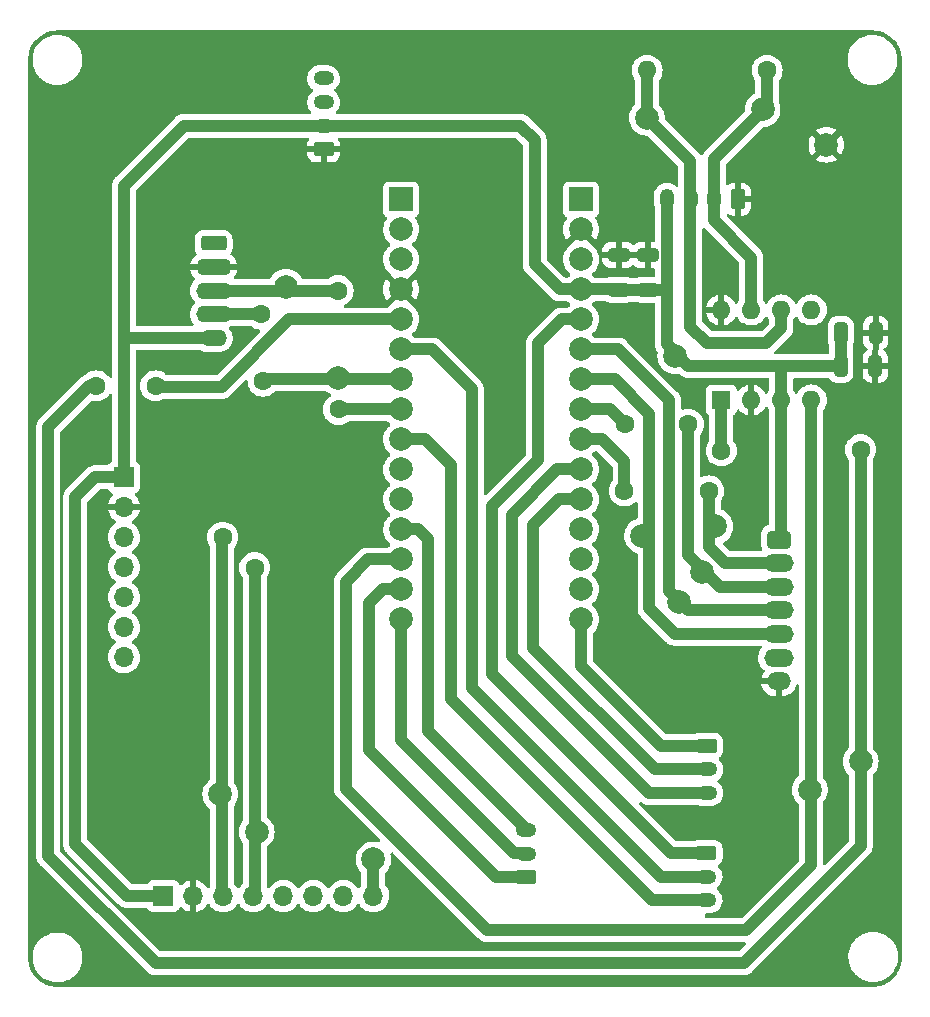
<source format=gbr>
%TF.GenerationSoftware,KiCad,Pcbnew,(6.0.0)*%
%TF.CreationDate,2022-05-13T11:59:29+02:00*%
%TF.ProjectId,Carte Odom_trie V2,43617274-6520-44f6-946f-6de974726965,rev?*%
%TF.SameCoordinates,Original*%
%TF.FileFunction,Copper,L2,Bot*%
%TF.FilePolarity,Positive*%
%FSLAX46Y46*%
G04 Gerber Fmt 4.6, Leading zero omitted, Abs format (unit mm)*
G04 Created by KiCad (PCBNEW (6.0.0)) date 2022-05-13 11:59:29*
%MOMM*%
%LPD*%
G01*
G04 APERTURE LIST*
G04 Aperture macros list*
%AMRoundRect*
0 Rectangle with rounded corners*
0 $1 Rounding radius*
0 $2 $3 $4 $5 $6 $7 $8 $9 X,Y pos of 4 corners*
0 Add a 4 corners polygon primitive as box body*
4,1,4,$2,$3,$4,$5,$6,$7,$8,$9,$2,$3,0*
0 Add four circle primitives for the rounded corners*
1,1,$1+$1,$2,$3*
1,1,$1+$1,$4,$5*
1,1,$1+$1,$6,$7*
1,1,$1+$1,$8,$9*
0 Add four rect primitives between the rounded corners*
20,1,$1+$1,$2,$3,$4,$5,0*
20,1,$1+$1,$4,$5,$6,$7,0*
20,1,$1+$1,$6,$7,$8,$9,0*
20,1,$1+$1,$8,$9,$2,$3,0*%
G04 Aperture macros list end*
%TA.AperFunction,ComponentPad*%
%ADD10R,1.700000X1.700000*%
%TD*%
%TA.AperFunction,ComponentPad*%
%ADD11O,1.700000X1.700000*%
%TD*%
%TA.AperFunction,ComponentPad*%
%ADD12RoundRect,0.250000X0.625000X-0.350000X0.625000X0.350000X-0.625000X0.350000X-0.625000X-0.350000X0*%
%TD*%
%TA.AperFunction,ComponentPad*%
%ADD13O,1.750000X1.200000*%
%TD*%
%TA.AperFunction,ComponentPad*%
%ADD14RoundRect,0.250000X0.350000X0.625000X-0.350000X0.625000X-0.350000X-0.625000X0.350000X-0.625000X0*%
%TD*%
%TA.AperFunction,ComponentPad*%
%ADD15O,1.200000X1.750000*%
%TD*%
%TA.AperFunction,ComponentPad*%
%ADD16C,2.000000*%
%TD*%
%TA.AperFunction,ComponentPad*%
%ADD17RoundRect,0.312500X-0.687500X0.437500X-0.687500X-0.437500X0.687500X-0.437500X0.687500X0.437500X0*%
%TD*%
%TA.AperFunction,ComponentPad*%
%ADD18O,2.500000X1.500000*%
%TD*%
%TA.AperFunction,ComponentPad*%
%ADD19O,2.000000X1.500000*%
%TD*%
%TA.AperFunction,ComponentPad*%
%ADD20RoundRect,0.250000X-0.850000X0.350000X-0.850000X-0.350000X0.850000X-0.350000X0.850000X0.350000X0*%
%TD*%
%TA.AperFunction,ComponentPad*%
%ADD21O,3.000000X1.400000*%
%TD*%
%TA.AperFunction,ComponentPad*%
%ADD22O,2.200000X1.400000*%
%TD*%
%TA.AperFunction,ComponentPad*%
%ADD23RoundRect,0.250000X-0.625000X0.350000X-0.625000X-0.350000X0.625000X-0.350000X0.625000X0.350000X0*%
%TD*%
%TA.AperFunction,ComponentPad*%
%ADD24R,2.000000X2.000000*%
%TD*%
%TA.AperFunction,ComponentPad*%
%ADD25C,1.600000*%
%TD*%
%TA.AperFunction,ComponentPad*%
%ADD26O,1.600000X1.600000*%
%TD*%
%TA.AperFunction,ComponentPad*%
%ADD27R,1.600000X1.600000*%
%TD*%
%TA.AperFunction,SMDPad,CuDef*%
%ADD28C,2.000000*%
%TD*%
%TA.AperFunction,SMDPad,CuDef*%
%ADD29RoundRect,0.250000X-0.325000X-0.650000X0.325000X-0.650000X0.325000X0.650000X-0.325000X0.650000X0*%
%TD*%
%TA.AperFunction,SMDPad,CuDef*%
%ADD30RoundRect,0.250000X-0.650000X0.325000X-0.650000X-0.325000X0.650000X-0.325000X0.650000X0.325000X0*%
%TD*%
%TA.AperFunction,ViaPad*%
%ADD31C,1.600000*%
%TD*%
%TA.AperFunction,Conductor*%
%ADD32C,1.000000*%
%TD*%
G04 APERTURE END LIST*
D10*
%TO.P,Giroscope1,1,Pin_1*%
%TO.N,+5V*%
X137622720Y-107335000D03*
D11*
%TO.P,Giroscope1,2,Pin_2*%
%TO.N,GND*%
X137622720Y-109875000D03*
%TO.P,Giroscope1,3,Pin_3*%
%TO.N,I2C_SCL*%
X137622720Y-112415000D03*
%TO.P,Giroscope1,4,Pin_4*%
%TO.N,I2C_SDA*%
X137622720Y-114955000D03*
%TO.P,Giroscope1,5,Pin_5*%
%TO.N,unconnected-(Giroscope1-Pad5)*%
X137622720Y-117495000D03*
%TO.P,Giroscope1,6,Pin_6*%
%TO.N,unconnected-(Giroscope1-Pad6)*%
X137622720Y-120035000D03*
%TO.P,Giroscope1,7,Pin_7*%
%TO.N,unconnected-(Giroscope1-Pad7)*%
X137622720Y-122575000D03*
%TD*%
D12*
%TO.P,J3,1,Pin_1*%
%TO.N,XShut9*%
X171704000Y-141224000D03*
D13*
%TO.P,J3,2,Pin_2*%
%TO.N,XShut8*%
X171704000Y-139224000D03*
%TO.P,J3,3,Pin_3*%
%TO.N,XShut7*%
X171704000Y-137224000D03*
%TD*%
D14*
%TO.P,BUS_CAN1,1,Pin_1*%
%TO.N,GND*%
X189600000Y-83800000D03*
D15*
%TO.P,BUS_CAN1,2,Pin_2*%
%TO.N,CAN_H*%
X187600000Y-83800000D03*
%TO.P,BUS_CAN1,3,Pin_3*%
%TO.N,CAN_L*%
X185600000Y-83800000D03*
%TO.P,BUS_CAN1,4,Pin_4*%
%TO.N,+5V*%
X183600000Y-83800000D03*
%TD*%
D16*
%TO.P,TP1,1,1*%
%TO.N,Net-(Acc\u00E9lerom\u00E8tre1-Pad8)*%
X158750000Y-139700000D03*
%TD*%
D17*
%TO.P,Capt_Optiq1,1,Pin_1*%
%TO.N,+5V*%
X193084200Y-112617000D03*
D18*
%TO.P,Capt_Optiq1,2,Pin_2*%
%TO.N,SPI_CS*%
X193084200Y-114617000D03*
%TO.P,Capt_Optiq1,3,Pin_3*%
%TO.N,SPI_CLK*%
X193084200Y-116617000D03*
%TO.P,Capt_Optiq1,4,Pin_4*%
%TO.N,SPI_MOSI*%
X193084200Y-118617000D03*
%TO.P,Capt_Optiq1,5,Pin_5*%
%TO.N,SPI_MISO*%
X193084200Y-120617000D03*
%TO.P,Capt_Optiq1,6,Pin_6*%
%TO.N,unconnected-(Capt_Optiq1-Pad6)*%
X193084200Y-122617000D03*
D19*
%TO.P,Capt_Optiq1,7,Pin_7*%
%TO.N,GND*%
X193084200Y-124617000D03*
%TD*%
D20*
%TO.P,LIDAR1,1,Pin_1*%
%TO.N,unconnected-(LIDAR1-Pad1)*%
X145217720Y-87535000D03*
D21*
%TO.P,LIDAR1,2,Pin_2*%
%TO.N,GND*%
X145217720Y-89535000D03*
%TO.P,LIDAR1,3,Pin_3*%
%TO.N,UART1_TX*%
X145217720Y-91535000D03*
%TO.P,LIDAR1,4,Pin_4*%
%TO.N,UART1_RX*%
X145217720Y-93535000D03*
D22*
%TO.P,LIDAR1,5,Pin_5*%
%TO.N,+5V*%
X145217720Y-95535000D03*
%TD*%
D23*
%TO.P,J2,1,Pin_1*%
%TO.N,XShut5*%
X186925000Y-139150000D03*
D13*
%TO.P,J2,2,Pin_2*%
%TO.N,XShut6*%
X186925000Y-141150000D03*
%TO.P,J2,3,Pin_3*%
%TO.N,XShut4*%
X186925000Y-143150000D03*
%TD*%
D23*
%TO.P,J1,1,Pin_1*%
%TO.N,XShut3*%
X186986000Y-130080000D03*
D13*
%TO.P,J1,2,Pin_2*%
%TO.N,XShut2*%
X186986000Y-132080000D03*
%TO.P,J1,3,Pin_3*%
%TO.N,XShut1*%
X186986000Y-134080000D03*
%TD*%
D24*
%TO.P,A1,3.1,PA9*%
%TO.N,I2C_SCL*%
X161092720Y-83820000D03*
D16*
%TO.P,A1,3.2,PA10*%
%TO.N,I2C_SDA*%
X161092720Y-86360000D03*
%TO.P,A1,3.3,NRST*%
%TO.N,unconnected-(A1-Pad3.3)*%
X161092720Y-88900000D03*
%TO.P,A1,3.4,GND*%
%TO.N,GND*%
X161092720Y-91440000D03*
%TO.P,A1,3.5,PA12*%
%TO.N,CAN_TX*%
X161092720Y-93980000D03*
%TO.P,A1,3.6,PB0*%
%TO.N,XShut6*%
X161092720Y-96520000D03*
%TO.P,A1,3.7,PB7*%
%TO.N,UART1_RX*%
X161092720Y-99060000D03*
%TO.P,A1,3.8,PB6*%
%TO.N,UART1_TX*%
X161092720Y-101600000D03*
%TO.P,A1,3.9,PB1*%
%TO.N,XShut4*%
X161092720Y-104140000D03*
%TO.P,A1,3.10,PF0*%
%TO.N,unconnected-(A1-Pad3.10)*%
X161092720Y-106680000D03*
%TO.P,A1,3.11,PF1*%
%TO.N,unconnected-(A1-Pad3.11)*%
X161092720Y-109220000D03*
%TO.P,A1,3.12,PA8*%
%TO.N,XShut7*%
X161092720Y-111760000D03*
%TO.P,A1,3.13,PA11*%
%TO.N,CAN_RX*%
X161092720Y-114300000D03*
%TO.P,A1,3.14,PB5*%
%TO.N,XShut9*%
X161092720Y-116840000D03*
%TO.P,A1,3.15,PB4*%
%TO.N,XShut8*%
X161092720Y-119380000D03*
D24*
%TO.P,A1,4.1,VIN*%
%TO.N,unconnected-(A1-Pad4.1)*%
X176332720Y-83820000D03*
D16*
%TO.P,A1,4.2,GND*%
%TO.N,GND*%
X176332720Y-86360000D03*
%TO.P,A1,4.3,NRST*%
%TO.N,unconnected-(A1-Pad4.3)*%
X176332720Y-88900000D03*
%TO.P,A1,4.4,+5V*%
%TO.N,+5V*%
X176332720Y-91440000D03*
%TO.P,A1,4.5,PA2*%
%TO.N,XShut5*%
X176332720Y-93980000D03*
%TO.P,A1,4.6,PA7*%
%TO.N,SPI_MOSI*%
X176332720Y-96520000D03*
%TO.P,A1,4.7,PA6*%
%TO.N,SPI_MISO*%
X176332720Y-99060000D03*
%TO.P,A1,4.8,PA5*%
%TO.N,SPI_CLK*%
X176332720Y-101600000D03*
%TO.P,A1,4.9,PA4*%
%TO.N,SPI_CS*%
X176332720Y-104140000D03*
%TO.P,A1,4.10,PA3*%
%TO.N,XShut1*%
X176332720Y-106680000D03*
%TO.P,A1,4.11,PA1*%
%TO.N,XShut2*%
X176332720Y-109220000D03*
%TO.P,A1,4.12,PA0*%
%TO.N,unconnected-(A1-Pad4.12)*%
X176332720Y-111760000D03*
%TO.P,A1,4.13,AREF*%
%TO.N,unconnected-(A1-Pad4.13)*%
X176332720Y-114300000D03*
%TO.P,A1,4.14,+3V3*%
%TO.N,+3V3*%
X176332720Y-116840000D03*
%TO.P,A1,4.15,PB3*%
%TO.N,XShut3*%
X176332720Y-119380000D03*
%TD*%
D12*
%TO.P,TOF1,1,Pin_1*%
%TO.N,GND*%
X154525000Y-79575000D03*
D13*
%TO.P,TOF1,2,Pin_2*%
%TO.N,+5V*%
X154525000Y-77575000D03*
%TO.P,TOF1,3,Pin_3*%
%TO.N,I2C_SDA*%
X154525000Y-75575000D03*
%TO.P,TOF1,4,Pin_4*%
%TO.N,I2C_SCL*%
X154525000Y-73575000D03*
%TD*%
D25*
%TO.P,R3,1*%
%TO.N,CAN_H*%
X192080000Y-72900000D03*
D26*
%TO.P,R3,2*%
%TO.N,CAN_L*%
X181920000Y-72900000D03*
%TD*%
D10*
%TO.P,Acc\u00E9lerom\u00E8tre1,1,Pin_1*%
%TO.N,+5V*%
X140960000Y-142800000D03*
D11*
%TO.P,Acc\u00E9lerom\u00E8tre1,2,Pin_2*%
%TO.N,GND*%
X143500000Y-142800000D03*
%TO.P,Acc\u00E9lerom\u00E8tre1,3,Pin_3*%
%TO.N,I2C_SCL*%
X146040000Y-142800000D03*
%TO.P,Acc\u00E9lerom\u00E8tre1,4,Pin_4*%
%TO.N,I2C_SDA*%
X148580000Y-142800000D03*
%TO.P,Acc\u00E9lerom\u00E8tre1,5,Pin_5*%
%TO.N,unconnected-(Acc\u00E9lerom\u00E8tre1-Pad5)*%
X151120000Y-142800000D03*
%TO.P,Acc\u00E9lerom\u00E8tre1,6,Pin_6*%
%TO.N,unconnected-(Acc\u00E9lerom\u00E8tre1-Pad6)*%
X153660000Y-142800000D03*
%TO.P,Acc\u00E9lerom\u00E8tre1,7,Pin_7*%
%TO.N,unconnected-(Acc\u00E9lerom\u00E8tre1-Pad7)*%
X156200000Y-142800000D03*
%TO.P,Acc\u00E9lerom\u00E8tre1,8,Pin_8*%
%TO.N,Net-(Acc\u00E9lerom\u00E8tre1-Pad8)*%
X158740000Y-142800000D03*
%TD*%
D27*
%TO.P,U1,1,TXD*%
%TO.N,CAN_TX*%
X188200000Y-100800000D03*
D26*
%TO.P,U1,2,VSS*%
%TO.N,GND*%
X190740000Y-100800000D03*
%TO.P,U1,3,VDD*%
%TO.N,+5V*%
X193280000Y-100800000D03*
%TO.P,U1,4,RXD*%
%TO.N,CAN_RX*%
X195820000Y-100800000D03*
%TO.P,U1,5,Vref*%
%TO.N,unconnected-(U1-Pad5)*%
X195820000Y-93180000D03*
%TO.P,U1,6,CANL*%
%TO.N,CAN_L*%
X193280000Y-93180000D03*
%TO.P,U1,7,CANH*%
%TO.N,CAN_H*%
X190740000Y-93180000D03*
%TO.P,U1,8,Rs*%
%TO.N,GND*%
X188200000Y-93180000D03*
%TD*%
D28*
%TO.P,SPI_MISO1,1,1*%
%TO.N,SPI_MISO*%
X181500000Y-112300000D03*
%TD*%
%TO.P,I2C_SDA1,1,1*%
%TO.N,I2C_SDA*%
X148875000Y-137375000D03*
%TD*%
%TO.P,+5V1,1,1*%
%TO.N,+5V*%
X184300000Y-97100000D03*
%TD*%
%TO.P,Can_RX1,1,1*%
%TO.N,CAN_RX*%
X195700000Y-133800000D03*
%TD*%
D29*
%TO.P,C1,1*%
%TO.N,+5V*%
X198325000Y-95125000D03*
%TO.P,C1,2*%
%TO.N,GND*%
X201275000Y-95125000D03*
%TD*%
%TO.P,C2,1*%
%TO.N,+5V*%
X198300000Y-97925000D03*
%TO.P,C2,2*%
%TO.N,GND*%
X201250000Y-97925000D03*
%TD*%
D28*
%TO.P,I2C_SCL1,1,1*%
%TO.N,I2C_SCL*%
X145775000Y-134175000D03*
%TD*%
%TO.P,Can_H1,1,1*%
%TO.N,CAN_H*%
X191700000Y-76200000D03*
%TD*%
%TO.P,LID_RX1,1,1*%
%TO.N,UART1_RX*%
X155750000Y-98900000D03*
%TD*%
%TO.P,SPI_CS1,1,1*%
%TO.N,SPI_CS*%
X187700000Y-111500000D03*
%TD*%
%TO.P,Can_TX1,1,1*%
%TO.N,CAN_TX*%
X200000000Y-131400000D03*
%TD*%
%TO.P,Can_L1,1,1*%
%TO.N,CAN_L*%
X181900000Y-76900000D03*
%TD*%
D30*
%TO.P,C3,1*%
%TO.N,GND*%
X182000000Y-88525000D03*
%TO.P,C3,2*%
%TO.N,+5V*%
X182000000Y-91475000D03*
%TD*%
D28*
%TO.P,LID_TX1,1,1*%
%TO.N,UART1_TX*%
X151350000Y-91225000D03*
%TD*%
D30*
%TO.P,C4,1*%
%TO.N,GND*%
X179500000Y-88525000D03*
%TO.P,C4,2*%
%TO.N,+5V*%
X179500000Y-91475000D03*
%TD*%
D28*
%TO.P,GND1,1,1*%
%TO.N,GND*%
X197100000Y-79200000D03*
%TD*%
%TO.P,SPI_CLK1,1,1*%
%TO.N,SPI_CLK*%
X186600000Y-115400000D03*
%TD*%
%TO.P,SPI_MOSI1,1,1*%
%TO.N,SPI_MOSI*%
X184600000Y-117900000D03*
%TD*%
D31*
%TO.N,CAN_TX*%
X188200000Y-105100000D03*
X140300000Y-99600000D03*
X135300000Y-99600000D03*
X200000000Y-105000000D03*
%TO.N,GND*%
X137100000Y-149325000D03*
X179600000Y-85500000D03*
X192400000Y-139300000D03*
X133700000Y-96300000D03*
X153670000Y-146304000D03*
X142525000Y-104325000D03*
X168750000Y-81650000D03*
X201100000Y-142100000D03*
X136875000Y-77975000D03*
X179600000Y-94300000D03*
X143750000Y-82625000D03*
X170825000Y-74350000D03*
%TO.N,UART1_RX*%
X149400000Y-99200000D03*
X149235000Y-93535000D03*
%TO.N,UART1_TX*%
X155765000Y-91535000D03*
X155800000Y-101600000D03*
%TO.N,I2C_SDA*%
X148700000Y-115000000D03*
%TO.N,I2C_SCL*%
X145985000Y-112415000D03*
%TO.N,SPI_CLK*%
X185420000Y-102870000D03*
X180086000Y-102870000D03*
%TO.N,SPI_CS*%
X187147200Y-108500000D03*
X180000000Y-108500000D03*
%TD*%
D32*
%TO.N,CAN_TX*%
X140400000Y-99700000D02*
X145900000Y-99700000D01*
X140300000Y-148500000D02*
X190100000Y-148500000D01*
X140300000Y-99600000D02*
X140400000Y-99700000D01*
X188200000Y-100800000D02*
X188200000Y-105100000D01*
X190100000Y-148500000D02*
X200000000Y-138600000D01*
X151620000Y-93980000D02*
X161092720Y-93980000D01*
X131200000Y-103100000D02*
X131200000Y-139400000D01*
X134700000Y-99600000D02*
X131200000Y-103100000D01*
X131200000Y-139400000D02*
X140300000Y-148500000D01*
X145900000Y-99700000D02*
X151620000Y-93980000D01*
X200000000Y-138600000D02*
X200000000Y-105000000D01*
X135300000Y-99600000D02*
X134700000Y-99600000D01*
%TO.N,CAN_RX*%
X156400000Y-116200000D02*
X156400000Y-133700000D01*
X195800000Y-140200000D02*
X195800000Y-100820000D01*
X158300000Y-114300000D02*
X156400000Y-116200000D01*
X195800000Y-100820000D02*
X195820000Y-100800000D01*
X156400000Y-133700000D02*
X168400000Y-145700000D01*
X190300000Y-145700000D02*
X195800000Y-140200000D01*
X161092720Y-114300000D02*
X158300000Y-114300000D01*
X168400000Y-145700000D02*
X190300000Y-145700000D01*
%TO.N,CAN_L*%
X185585600Y-94585600D02*
X185585600Y-80585600D01*
X181920000Y-76920000D02*
X181920000Y-72900000D01*
X187000000Y-96000000D02*
X185585600Y-94585600D01*
X192000000Y-96000000D02*
X187000000Y-96000000D01*
X185585600Y-80585600D02*
X181920000Y-76920000D01*
X193280000Y-93180000D02*
X193280000Y-94720000D01*
X193280000Y-94720000D02*
X192000000Y-96000000D01*
%TO.N,XShut9*%
X159560000Y-116840000D02*
X158400000Y-118000000D01*
X158400000Y-118000000D02*
X158400000Y-130410000D01*
X169150000Y-141160000D02*
X171704000Y-141160000D01*
X161092720Y-116840000D02*
X159560000Y-116840000D01*
X158400000Y-130410000D02*
X169150000Y-141160000D01*
%TO.N,XShut8*%
X161092720Y-129596720D02*
X170656000Y-139160000D01*
X170656000Y-139160000D02*
X171704000Y-139160000D01*
X161092720Y-119380000D02*
X161092720Y-129596720D01*
%TO.N,XShut7*%
X162560000Y-111760000D02*
X163400000Y-112600000D01*
X163400000Y-128856000D02*
X171704000Y-137160000D01*
X161092720Y-111760000D02*
X162560000Y-111760000D01*
X163400000Y-112600000D02*
X163400000Y-128856000D01*
%TO.N,CAN_H*%
X190740000Y-88740000D02*
X187585600Y-85585600D01*
X192080000Y-75920000D02*
X192080000Y-72900000D01*
X187585600Y-85585600D02*
X187585600Y-80414400D01*
X190740000Y-93180000D02*
X190740000Y-88740000D01*
X187585600Y-80414400D02*
X192080000Y-75920000D01*
%TO.N,+5V*%
X183600000Y-91400000D02*
X183600000Y-96100000D01*
X183600000Y-96100000D02*
X185425000Y-97925000D01*
X171175000Y-77575000D02*
X172400000Y-78800000D01*
X133500000Y-109019200D02*
X133500000Y-138400000D01*
X193650000Y-97925000D02*
X198300000Y-97925000D01*
X137622720Y-107335000D02*
X135184200Y-107335000D01*
X137900000Y-142800000D02*
X140960000Y-142800000D01*
X185425000Y-97925000D02*
X193650000Y-97925000D01*
X174540000Y-91440000D02*
X176332720Y-91440000D01*
X183600000Y-83800000D02*
X183600000Y-91400000D01*
X145217720Y-95535000D02*
X137840200Y-95535000D01*
X135184200Y-107335000D02*
X133500000Y-109019200D01*
X154525000Y-77575000D02*
X142700000Y-77575000D01*
X172400000Y-78800000D02*
X172400000Y-89300000D01*
X193280000Y-112421200D02*
X193084200Y-112617000D01*
X193280000Y-98295000D02*
X193650000Y-97925000D01*
X137622720Y-82652280D02*
X137622720Y-107335000D01*
X183525000Y-91475000D02*
X183600000Y-91400000D01*
X193280000Y-100800000D02*
X193280000Y-112421200D01*
X182000000Y-91475000D02*
X183525000Y-91475000D01*
X154525000Y-77575000D02*
X171175000Y-77575000D01*
X198325000Y-97900000D02*
X198300000Y-97925000D01*
X193280000Y-100800000D02*
X193280000Y-98295000D01*
X179500000Y-91475000D02*
X182000000Y-91475000D01*
X198325000Y-95125000D02*
X198325000Y-97900000D01*
X133500000Y-138400000D02*
X137900000Y-142800000D01*
X142700000Y-77575000D02*
X137622720Y-82652280D01*
X176332720Y-91440000D02*
X179440000Y-91440000D01*
X172400000Y-89300000D02*
X174540000Y-91440000D01*
%TO.N,UART1_RX*%
X149540000Y-99060000D02*
X161092720Y-99060000D01*
X145217720Y-93535000D02*
X149235000Y-93535000D01*
X149400000Y-99200000D02*
X149540000Y-99060000D01*
%TO.N,UART1_TX*%
X161092720Y-101600000D02*
X155800000Y-101600000D01*
X145217720Y-91535000D02*
X155765000Y-91535000D01*
%TO.N,SPI_MOSI*%
X185388000Y-118586000D02*
X183794400Y-116992400D01*
X179476400Y-96520000D02*
X176332720Y-96520000D01*
X193211200Y-118586000D02*
X185388000Y-118586000D01*
X183794400Y-116992400D02*
X183794400Y-100838000D01*
X183794400Y-100838000D02*
X179476400Y-96520000D01*
%TO.N,I2C_SDA*%
X148700000Y-142640000D02*
X148560000Y-142780000D01*
X148700000Y-115000000D02*
X148700000Y-142640000D01*
%TO.N,SPI_MISO*%
X179171600Y-99060000D02*
X176332720Y-99060000D01*
X184289200Y-120586000D02*
X182118000Y-118414800D01*
X182118000Y-102006400D02*
X179171600Y-99060000D01*
X193211200Y-120586000D02*
X184289200Y-120586000D01*
X182118000Y-118414800D02*
X182118000Y-102006400D01*
%TO.N,I2C_SCL*%
X145985000Y-112415000D02*
X145960000Y-112440000D01*
X145960000Y-112440000D02*
X145960000Y-142720000D01*
%TO.N,SPI_CLK*%
X185420000Y-113944400D02*
X185420000Y-102870000D01*
X178816000Y-101600000D02*
X180086000Y-102870000D01*
X188092600Y-116617000D02*
X185420000Y-113944400D01*
X176332720Y-101600000D02*
X178816000Y-101600000D01*
X193084200Y-116617000D02*
X188092600Y-116617000D01*
%TO.N,SPI_CS*%
X178140000Y-104140000D02*
X176332720Y-104140000D01*
X187147200Y-113233200D02*
X188531000Y-114617000D01*
X187147200Y-108500000D02*
X187147200Y-113233200D01*
X180000000Y-106000000D02*
X178140000Y-104140000D01*
X188531000Y-114617000D02*
X193084200Y-114617000D01*
X180000000Y-108500000D02*
X180000000Y-106000000D01*
%TO.N,XShut6*%
X183100000Y-141200000D02*
X186875000Y-141200000D01*
X167100000Y-125200000D02*
X183100000Y-141200000D01*
X161092720Y-96520000D02*
X163720000Y-96520000D01*
X167100000Y-99900000D02*
X167100000Y-125200000D01*
X163720000Y-96520000D02*
X167100000Y-99900000D01*
X186875000Y-141200000D02*
X186925000Y-141150000D01*
%TO.N,XShut5*%
X174680000Y-93980000D02*
X172700000Y-95960000D01*
X168800000Y-124000000D02*
X183975000Y-139175000D01*
X172700000Y-95960000D02*
X172700000Y-105900000D01*
X176332720Y-93980000D02*
X174680000Y-93980000D01*
X168800000Y-109800000D02*
X168800000Y-124000000D01*
X183975000Y-139175000D02*
X186900000Y-139175000D01*
X172700000Y-105900000D02*
X168800000Y-109800000D01*
X186900000Y-139175000D02*
X186925000Y-139150000D01*
%TO.N,XShut1*%
X182080000Y-134080000D02*
X186986000Y-134080000D01*
X176332720Y-106680000D02*
X174320000Y-106680000D01*
X170500000Y-110500000D02*
X170500000Y-122500000D01*
X170500000Y-122500000D02*
X182080000Y-134080000D01*
X174320000Y-106680000D02*
X170500000Y-110500000D01*
%TO.N,XShut2*%
X182580000Y-132080000D02*
X186986000Y-132080000D01*
X172300000Y-121800000D02*
X182580000Y-132080000D01*
X172300000Y-111400000D02*
X172300000Y-121800000D01*
X174480000Y-109220000D02*
X172300000Y-111400000D01*
X176332720Y-109220000D02*
X174480000Y-109220000D01*
%TO.N,XShut3*%
X176332720Y-123332720D02*
X183080000Y-130080000D01*
X183080000Y-130080000D02*
X186986000Y-130080000D01*
X176332720Y-119380000D02*
X176332720Y-123332720D01*
%TO.N,XShut4*%
X165300000Y-126100000D02*
X182300000Y-143100000D01*
X161092720Y-104140000D02*
X163140000Y-104140000D01*
X163140000Y-104140000D02*
X165300000Y-106300000D01*
X165300000Y-106300000D02*
X165300000Y-126100000D01*
X182300000Y-143100000D02*
X186875000Y-143100000D01*
X186875000Y-143100000D02*
X186925000Y-143150000D01*
%TO.N,Net-(Acc\u00E9lerom\u00E8tre1-Pad8)*%
X158740000Y-139710000D02*
X158750000Y-139700000D01*
X158740000Y-142800000D02*
X158740000Y-139710000D01*
%TD*%
%TA.AperFunction,Conductor*%
%TO.N,GND*%
G36*
X200970057Y-69509500D02*
G01*
X200984858Y-69511805D01*
X200984861Y-69511805D01*
X200993730Y-69513186D01*
X201010899Y-69510941D01*
X201034839Y-69510108D01*
X201292770Y-69525710D01*
X201307874Y-69527544D01*
X201378648Y-69540514D01*
X201588879Y-69579040D01*
X201603641Y-69582678D01*
X201876408Y-69667675D01*
X201890627Y-69673069D01*
X202151140Y-69790316D01*
X202164609Y-69797385D01*
X202409095Y-69945182D01*
X202421617Y-69953825D01*
X202646507Y-70130016D01*
X202657895Y-70140106D01*
X202859894Y-70342105D01*
X202869984Y-70353493D01*
X203046175Y-70578383D01*
X203054818Y-70590905D01*
X203202615Y-70835391D01*
X203209684Y-70848860D01*
X203326930Y-71109370D01*
X203332325Y-71123592D01*
X203390133Y-71309103D01*
X203417321Y-71396353D01*
X203420960Y-71411121D01*
X203451565Y-71578124D01*
X203472456Y-71692126D01*
X203474290Y-71707230D01*
X203489455Y-71957929D01*
X203488198Y-71984639D01*
X203488195Y-71984859D01*
X203486814Y-71993730D01*
X203487978Y-72002632D01*
X203487978Y-72002635D01*
X203490936Y-72025251D01*
X203492000Y-72041589D01*
X203492000Y-147950672D01*
X203490500Y-147970056D01*
X203486814Y-147993730D01*
X203488454Y-148006270D01*
X203489059Y-148010897D01*
X203489892Y-148034839D01*
X203474290Y-148292770D01*
X203472456Y-148307874D01*
X203449131Y-148435159D01*
X203420962Y-148588873D01*
X203417322Y-148603641D01*
X203332326Y-148876404D01*
X203326931Y-148890627D01*
X203288865Y-148975208D01*
X203209686Y-149151136D01*
X203202615Y-149164609D01*
X203054818Y-149409095D01*
X203046175Y-149421617D01*
X202869984Y-149646507D01*
X202859894Y-149657895D01*
X202657895Y-149859894D01*
X202646507Y-149869984D01*
X202421617Y-150046175D01*
X202409095Y-150054818D01*
X202164609Y-150202615D01*
X202151140Y-150209684D01*
X201890630Y-150326930D01*
X201876408Y-150332325D01*
X201603641Y-150417322D01*
X201588879Y-150420960D01*
X201378648Y-150459486D01*
X201307874Y-150472456D01*
X201292770Y-150474290D01*
X201042071Y-150489455D01*
X201015361Y-150488198D01*
X201015141Y-150488195D01*
X201006270Y-150486814D01*
X200997368Y-150487978D01*
X200997365Y-150487978D01*
X200974749Y-150490936D01*
X200958411Y-150492000D01*
X132049328Y-150492000D01*
X132029943Y-150490500D01*
X132015142Y-150488195D01*
X132015139Y-150488195D01*
X132006270Y-150486814D01*
X131989101Y-150489059D01*
X131965161Y-150489892D01*
X131707230Y-150474290D01*
X131692126Y-150472456D01*
X131621352Y-150459486D01*
X131411121Y-150420960D01*
X131396359Y-150417322D01*
X131123592Y-150332325D01*
X131109370Y-150326930D01*
X130848860Y-150209684D01*
X130835391Y-150202615D01*
X130590905Y-150054818D01*
X130578383Y-150046175D01*
X130353493Y-149869984D01*
X130342105Y-149859894D01*
X130140106Y-149657895D01*
X130130016Y-149646507D01*
X129953825Y-149421617D01*
X129945182Y-149409095D01*
X129797385Y-149164609D01*
X129790314Y-149151136D01*
X129711136Y-148975208D01*
X129673069Y-148890627D01*
X129667674Y-148876404D01*
X129582678Y-148603641D01*
X129579038Y-148588873D01*
X129550870Y-148435159D01*
X129527544Y-148307874D01*
X129525710Y-148292770D01*
X129516027Y-148132703D01*
X129890743Y-148132703D01*
X129928268Y-148417734D01*
X130004129Y-148695036D01*
X130005813Y-148698984D01*
X130097169Y-148913163D01*
X130116923Y-148959476D01*
X130128693Y-148979142D01*
X130248404Y-149179164D01*
X130264561Y-149206161D01*
X130444313Y-149430528D01*
X130531562Y-149513324D01*
X130602800Y-149580926D01*
X130652851Y-149628423D01*
X130886317Y-149796186D01*
X130890112Y-149798195D01*
X130890113Y-149798196D01*
X130911869Y-149809715D01*
X131140392Y-149930712D01*
X131410373Y-150029511D01*
X131691264Y-150090755D01*
X131719841Y-150093004D01*
X131914282Y-150108307D01*
X131914291Y-150108307D01*
X131916739Y-150108500D01*
X132072271Y-150108500D01*
X132074407Y-150108354D01*
X132074418Y-150108354D01*
X132282548Y-150094165D01*
X132282554Y-150094164D01*
X132286825Y-150093873D01*
X132291020Y-150093004D01*
X132291022Y-150093004D01*
X132458568Y-150058307D01*
X132568342Y-150035574D01*
X132839343Y-149939607D01*
X132957347Y-149878701D01*
X133091005Y-149809715D01*
X133091006Y-149809715D01*
X133094812Y-149807750D01*
X133098313Y-149805289D01*
X133098317Y-149805287D01*
X133308034Y-149657895D01*
X133330023Y-149642441D01*
X133408403Y-149569606D01*
X133537479Y-149449661D01*
X133537481Y-149449658D01*
X133540622Y-149446740D01*
X133722713Y-149224268D01*
X133872927Y-148979142D01*
X133894876Y-148929142D01*
X133986757Y-148719830D01*
X133988483Y-148715898D01*
X134067244Y-148439406D01*
X134107751Y-148154784D01*
X134107845Y-148136951D01*
X134109235Y-147871583D01*
X134109235Y-147871576D01*
X134109257Y-147867297D01*
X134102675Y-147817297D01*
X134072292Y-147586522D01*
X134071732Y-147582266D01*
X134056921Y-147528124D01*
X133997003Y-147309103D01*
X133995871Y-147304964D01*
X133985295Y-147280170D01*
X133884763Y-147044476D01*
X133884761Y-147044472D01*
X133883077Y-147040524D01*
X133735439Y-146793839D01*
X133555687Y-146569472D01*
X133420612Y-146441291D01*
X133350258Y-146374527D01*
X133350255Y-146374525D01*
X133347149Y-146371577D01*
X133113683Y-146203814D01*
X133091843Y-146192250D01*
X133023984Y-146156321D01*
X132859608Y-146069288D01*
X132698670Y-146010393D01*
X132593658Y-145971964D01*
X132593656Y-145971963D01*
X132589627Y-145970489D01*
X132308736Y-145909245D01*
X132277685Y-145906801D01*
X132085718Y-145891693D01*
X132085709Y-145891693D01*
X132083261Y-145891500D01*
X131927729Y-145891500D01*
X131925593Y-145891646D01*
X131925582Y-145891646D01*
X131717452Y-145905835D01*
X131717446Y-145905836D01*
X131713175Y-145906127D01*
X131708980Y-145906996D01*
X131708978Y-145906996D01*
X131572417Y-145935276D01*
X131431658Y-145964426D01*
X131160657Y-146060393D01*
X131156848Y-146062359D01*
X130997290Y-146144713D01*
X130905188Y-146192250D01*
X130901687Y-146194711D01*
X130901683Y-146194713D01*
X130891594Y-146201804D01*
X130669977Y-146357559D01*
X130651717Y-146374527D01*
X130468252Y-146545014D01*
X130459378Y-146553260D01*
X130277287Y-146775732D01*
X130127073Y-147020858D01*
X130011517Y-147284102D01*
X129932756Y-147560594D01*
X129929672Y-147582266D01*
X129898754Y-147799512D01*
X129892249Y-147845216D01*
X129892227Y-147849505D01*
X129892226Y-147849512D01*
X129890889Y-148104784D01*
X129890743Y-148132703D01*
X129516027Y-148132703D01*
X129510545Y-148042071D01*
X129511802Y-148015361D01*
X129511805Y-148015141D01*
X129513186Y-148006270D01*
X129511547Y-147993730D01*
X129509064Y-147974749D01*
X129508000Y-147958411D01*
X129508000Y-103096462D01*
X130186626Y-103096462D01*
X130189532Y-103127206D01*
X130190941Y-103142109D01*
X130191500Y-103153967D01*
X130191500Y-139338157D01*
X130190763Y-139351764D01*
X130186676Y-139389388D01*
X130187213Y-139395523D01*
X130191050Y-139439388D01*
X130191379Y-139444214D01*
X130191500Y-139446686D01*
X130191500Y-139449769D01*
X130191801Y-139452837D01*
X130195690Y-139492506D01*
X130195812Y-139493819D01*
X130203913Y-139586413D01*
X130205400Y-139591532D01*
X130205920Y-139596833D01*
X130232791Y-139685834D01*
X130233126Y-139686967D01*
X130236913Y-139700000D01*
X130259091Y-139776336D01*
X130261544Y-139781068D01*
X130263084Y-139786169D01*
X130265978Y-139791612D01*
X130306731Y-139868260D01*
X130307343Y-139869426D01*
X130341827Y-139935951D01*
X130350108Y-139951926D01*
X130353431Y-139956089D01*
X130355934Y-139960796D01*
X130414755Y-140032918D01*
X130415446Y-140033774D01*
X130446738Y-140072973D01*
X130449242Y-140075477D01*
X130449884Y-140076195D01*
X130453585Y-140080528D01*
X130480935Y-140114062D01*
X130485682Y-140117989D01*
X130485684Y-140117991D01*
X130516262Y-140143287D01*
X130525042Y-140151277D01*
X139543145Y-149169379D01*
X139552247Y-149179522D01*
X139575968Y-149209025D01*
X139614456Y-149241320D01*
X139618075Y-149244478D01*
X139619890Y-149246124D01*
X139622075Y-149248309D01*
X139624455Y-149250264D01*
X139624465Y-149250273D01*
X139655236Y-149275549D01*
X139656251Y-149276391D01*
X139666393Y-149284901D01*
X139727474Y-149336154D01*
X139732148Y-149338723D01*
X139736261Y-149342102D01*
X139741698Y-149345017D01*
X139741699Y-149345018D01*
X139756080Y-149352729D01*
X139813422Y-149383475D01*
X139818047Y-149385955D01*
X139819177Y-149386568D01*
X139842994Y-149399661D01*
X139893062Y-149427186D01*
X139900787Y-149431433D01*
X139905869Y-149433045D01*
X139910563Y-149435562D01*
X139999531Y-149462762D01*
X140000559Y-149463082D01*
X140089306Y-149491235D01*
X140094602Y-149491829D01*
X140099698Y-149493387D01*
X140192257Y-149502790D01*
X140193393Y-149502911D01*
X140227008Y-149506681D01*
X140239730Y-149508108D01*
X140239734Y-149508108D01*
X140243227Y-149508500D01*
X140246754Y-149508500D01*
X140247739Y-149508555D01*
X140253419Y-149509002D01*
X140282825Y-149511989D01*
X140290337Y-149512752D01*
X140290339Y-149512752D01*
X140296462Y-149513374D01*
X140342108Y-149509059D01*
X140353967Y-149508500D01*
X190038157Y-149508500D01*
X190051764Y-149509237D01*
X190083262Y-149512659D01*
X190083267Y-149512659D01*
X190089388Y-149513324D01*
X190115638Y-149511027D01*
X190139388Y-149508950D01*
X190144214Y-149508621D01*
X190146686Y-149508500D01*
X190149769Y-149508500D01*
X190161738Y-149507326D01*
X190192506Y-149504310D01*
X190193819Y-149504188D01*
X190238084Y-149500315D01*
X190286413Y-149496087D01*
X190291532Y-149494600D01*
X190296833Y-149494080D01*
X190385834Y-149467209D01*
X190386967Y-149466874D01*
X190470414Y-149442630D01*
X190470418Y-149442628D01*
X190476336Y-149440909D01*
X190481068Y-149438456D01*
X190486169Y-149436916D01*
X190493173Y-149433192D01*
X190568260Y-149393269D01*
X190569426Y-149392657D01*
X190646453Y-149352729D01*
X190651926Y-149349892D01*
X190656089Y-149346569D01*
X190660796Y-149344066D01*
X190732918Y-149285245D01*
X190733774Y-149284554D01*
X190772973Y-149253262D01*
X190775477Y-149250758D01*
X190776195Y-149250116D01*
X190780528Y-149246415D01*
X190814062Y-149219065D01*
X190843288Y-149183737D01*
X190851277Y-149174958D01*
X191943532Y-148082703D01*
X198965743Y-148082703D01*
X198966302Y-148086947D01*
X198966302Y-148086951D01*
X198972885Y-148136951D01*
X199003268Y-148367734D01*
X199004401Y-148371874D01*
X199004401Y-148371876D01*
X199021713Y-148435159D01*
X199079129Y-148645036D01*
X199080813Y-148648984D01*
X199111032Y-148719830D01*
X199191923Y-148909476D01*
X199224054Y-148963163D01*
X199336554Y-149151136D01*
X199339561Y-149156161D01*
X199519313Y-149380528D01*
X199610697Y-149467248D01*
X199654757Y-149509059D01*
X199727851Y-149578423D01*
X199961317Y-149746186D01*
X199965112Y-149748195D01*
X199965113Y-149748196D01*
X199986869Y-149759715D01*
X200215392Y-149880712D01*
X200239699Y-149889607D01*
X200380241Y-149941038D01*
X200485373Y-149979511D01*
X200766264Y-150040755D01*
X200794841Y-150043004D01*
X200989282Y-150058307D01*
X200989291Y-150058307D01*
X200991739Y-150058500D01*
X201147271Y-150058500D01*
X201149407Y-150058354D01*
X201149418Y-150058354D01*
X201357548Y-150044165D01*
X201357554Y-150044164D01*
X201361825Y-150043873D01*
X201366020Y-150043004D01*
X201366022Y-150043004D01*
X201502583Y-150014724D01*
X201643342Y-149985574D01*
X201914343Y-149889607D01*
X202069131Y-149809715D01*
X202166005Y-149759715D01*
X202166006Y-149759715D01*
X202169812Y-149757750D01*
X202173313Y-149755289D01*
X202173317Y-149755287D01*
X202328095Y-149646507D01*
X202405023Y-149592441D01*
X202511618Y-149493387D01*
X202612479Y-149399661D01*
X202612481Y-149399658D01*
X202615622Y-149396740D01*
X202797713Y-149174268D01*
X202947927Y-148929142D01*
X203063483Y-148665898D01*
X203083288Y-148596374D01*
X203132995Y-148421876D01*
X203142244Y-148389406D01*
X203175635Y-148154784D01*
X203182146Y-148109036D01*
X203182146Y-148109034D01*
X203182751Y-148104784D01*
X203182845Y-148086951D01*
X203184235Y-147821583D01*
X203184235Y-147821576D01*
X203184257Y-147817297D01*
X203146732Y-147532266D01*
X203070871Y-147254964D01*
X202979404Y-147040524D01*
X202959763Y-146994476D01*
X202959761Y-146994472D01*
X202958077Y-146990524D01*
X202842567Y-146797521D01*
X202812643Y-146747521D01*
X202812640Y-146747517D01*
X202810439Y-146743839D01*
X202630687Y-146519472D01*
X202472522Y-146369379D01*
X202425258Y-146324527D01*
X202425255Y-146324525D01*
X202422149Y-146321577D01*
X202188683Y-146153814D01*
X202166843Y-146142250D01*
X202143654Y-146129972D01*
X201934608Y-146019288D01*
X201664627Y-145920489D01*
X201383736Y-145859245D01*
X201352685Y-145856801D01*
X201160718Y-145841693D01*
X201160709Y-145841693D01*
X201158261Y-145841500D01*
X201002729Y-145841500D01*
X201000593Y-145841646D01*
X201000582Y-145841646D01*
X200792452Y-145855835D01*
X200792446Y-145855836D01*
X200788175Y-145856127D01*
X200783980Y-145856996D01*
X200783978Y-145856996D01*
X200647416Y-145885277D01*
X200506658Y-145914426D01*
X200235657Y-146010393D01*
X199980188Y-146142250D01*
X199976687Y-146144711D01*
X199976683Y-146144713D01*
X199895451Y-146201804D01*
X199744977Y-146307559D01*
X199678779Y-146369074D01*
X199563339Y-146476348D01*
X199534378Y-146503260D01*
X199352287Y-146725732D01*
X199202073Y-146970858D01*
X199200347Y-146974791D01*
X199200346Y-146974792D01*
X199178398Y-147024792D01*
X199086517Y-147234102D01*
X199007756Y-147510594D01*
X198967249Y-147795216D01*
X198967227Y-147799505D01*
X198967226Y-147799512D01*
X198965765Y-148078417D01*
X198965743Y-148082703D01*
X191943532Y-148082703D01*
X200669379Y-139356855D01*
X200679522Y-139347753D01*
X200704218Y-139327897D01*
X200709025Y-139324032D01*
X200741320Y-139285544D01*
X200744478Y-139281925D01*
X200746124Y-139280110D01*
X200748309Y-139277925D01*
X200750264Y-139275545D01*
X200750273Y-139275535D01*
X200775549Y-139244764D01*
X200776391Y-139243749D01*
X200832194Y-139177245D01*
X200836154Y-139172526D01*
X200838723Y-139167852D01*
X200842102Y-139163739D01*
X200885975Y-139081915D01*
X200886584Y-139080793D01*
X200928464Y-139004614D01*
X200928465Y-139004612D01*
X200931433Y-138999213D01*
X200933045Y-138994131D01*
X200935562Y-138989437D01*
X200962762Y-138900469D01*
X200963108Y-138899358D01*
X200972604Y-138869426D01*
X200991235Y-138810694D01*
X200991829Y-138805398D01*
X200993387Y-138800302D01*
X201002790Y-138707743D01*
X201002911Y-138706607D01*
X201008500Y-138656773D01*
X201008500Y-138653246D01*
X201008555Y-138652261D01*
X201009002Y-138646581D01*
X201013374Y-138603538D01*
X201009059Y-138557891D01*
X201008500Y-138546033D01*
X201008500Y-132580556D01*
X201028502Y-132512435D01*
X201052668Y-132484746D01*
X201066212Y-132473178D01*
X201066213Y-132473177D01*
X201069969Y-132469969D01*
X201224176Y-132289416D01*
X201226755Y-132285208D01*
X201226759Y-132285202D01*
X201345654Y-132091183D01*
X201348240Y-132086963D01*
X201413633Y-131929091D01*
X201437211Y-131872167D01*
X201437212Y-131872165D01*
X201439105Y-131867594D01*
X201473747Y-131723299D01*
X201493380Y-131641524D01*
X201493381Y-131641518D01*
X201494535Y-131636711D01*
X201513165Y-131400000D01*
X201494535Y-131163289D01*
X201493043Y-131157071D01*
X201458360Y-131012609D01*
X201439105Y-130932406D01*
X201382674Y-130796169D01*
X201350135Y-130717611D01*
X201350133Y-130717607D01*
X201348240Y-130713037D01*
X201338052Y-130696412D01*
X201226759Y-130514798D01*
X201226755Y-130514792D01*
X201224176Y-130510584D01*
X201069969Y-130330031D01*
X201052668Y-130315254D01*
X201013860Y-130255803D01*
X201008500Y-130219444D01*
X201008500Y-105880740D01*
X201031287Y-105808469D01*
X201077070Y-105743084D01*
X201137523Y-105656749D01*
X201139846Y-105651767D01*
X201139849Y-105651762D01*
X201231961Y-105454225D01*
X201231961Y-105454224D01*
X201234284Y-105449243D01*
X201235857Y-105443375D01*
X201292119Y-105233402D01*
X201292119Y-105233400D01*
X201293543Y-105228087D01*
X201313498Y-105000000D01*
X201293543Y-104771913D01*
X201234284Y-104550757D01*
X201186479Y-104448238D01*
X201139849Y-104348238D01*
X201139846Y-104348233D01*
X201137523Y-104343251D01*
X201032078Y-104192660D01*
X201009357Y-104160211D01*
X201009355Y-104160208D01*
X201006198Y-104155700D01*
X200844300Y-103993802D01*
X200839792Y-103990645D01*
X200839789Y-103990643D01*
X200715034Y-103903289D01*
X200656749Y-103862477D01*
X200651767Y-103860154D01*
X200651762Y-103860151D01*
X200454225Y-103768039D01*
X200454224Y-103768039D01*
X200449243Y-103765716D01*
X200443935Y-103764294D01*
X200443933Y-103764293D01*
X200233402Y-103707881D01*
X200233400Y-103707881D01*
X200228087Y-103706457D01*
X200000000Y-103686502D01*
X199771913Y-103706457D01*
X199766600Y-103707881D01*
X199766598Y-103707881D01*
X199556067Y-103764293D01*
X199556065Y-103764294D01*
X199550757Y-103765716D01*
X199545776Y-103768039D01*
X199545775Y-103768039D01*
X199348238Y-103860151D01*
X199348233Y-103860154D01*
X199343251Y-103862477D01*
X199284966Y-103903289D01*
X199160211Y-103990643D01*
X199160208Y-103990645D01*
X199155700Y-103993802D01*
X198993802Y-104155700D01*
X198990645Y-104160208D01*
X198990643Y-104160211D01*
X198967922Y-104192660D01*
X198862477Y-104343251D01*
X198860154Y-104348233D01*
X198860151Y-104348238D01*
X198813521Y-104448238D01*
X198765716Y-104550757D01*
X198706457Y-104771913D01*
X198686502Y-105000000D01*
X198706457Y-105228087D01*
X198707881Y-105233400D01*
X198707881Y-105233402D01*
X198764144Y-105443375D01*
X198765716Y-105449243D01*
X198768039Y-105454224D01*
X198768039Y-105454225D01*
X198860151Y-105651762D01*
X198860154Y-105651767D01*
X198862477Y-105656749D01*
X198922930Y-105743084D01*
X198968713Y-105808469D01*
X198991500Y-105880740D01*
X198991500Y-130219444D01*
X198971498Y-130287565D01*
X198947332Y-130315254D01*
X198930031Y-130330031D01*
X198775824Y-130510584D01*
X198773245Y-130514792D01*
X198773241Y-130514798D01*
X198661948Y-130696412D01*
X198651760Y-130713037D01*
X198649867Y-130717607D01*
X198649865Y-130717611D01*
X198617326Y-130796169D01*
X198560895Y-130932406D01*
X198541640Y-131012609D01*
X198506958Y-131157071D01*
X198505465Y-131163289D01*
X198486835Y-131400000D01*
X198505465Y-131636711D01*
X198506619Y-131641518D01*
X198506620Y-131641524D01*
X198526253Y-131723299D01*
X198560895Y-131867594D01*
X198562788Y-131872165D01*
X198562789Y-131872167D01*
X198586368Y-131929091D01*
X198651760Y-132086963D01*
X198654346Y-132091183D01*
X198773241Y-132285202D01*
X198773245Y-132285208D01*
X198775824Y-132289416D01*
X198930031Y-132469969D01*
X198933787Y-132473177D01*
X198933788Y-132473178D01*
X198947332Y-132484746D01*
X198986140Y-132544197D01*
X198991500Y-132580556D01*
X198991500Y-138130075D01*
X198971498Y-138198196D01*
X198954595Y-138219170D01*
X197895370Y-139278396D01*
X197023595Y-140150171D01*
X196961283Y-140184196D01*
X196890468Y-140179132D01*
X196833632Y-140136585D01*
X196808821Y-140070065D01*
X196808500Y-140061076D01*
X196808500Y-134871339D01*
X196828502Y-134803218D01*
X196838689Y-134789508D01*
X196839102Y-134789025D01*
X196924176Y-134689416D01*
X196926755Y-134685208D01*
X196926759Y-134685202D01*
X197045654Y-134491183D01*
X197048240Y-134486963D01*
X197078437Y-134414062D01*
X197137211Y-134272167D01*
X197137212Y-134272165D01*
X197139105Y-134267594D01*
X197172523Y-134128399D01*
X197193380Y-134041524D01*
X197193381Y-134041518D01*
X197194535Y-134036711D01*
X197213165Y-133800000D01*
X197194535Y-133563289D01*
X197186632Y-133530368D01*
X197158360Y-133412609D01*
X197139105Y-133332406D01*
X197121458Y-133289801D01*
X197050135Y-133117611D01*
X197050133Y-133117607D01*
X197048240Y-133113037D01*
X196966909Y-132980317D01*
X196926759Y-132914798D01*
X196926755Y-132914792D01*
X196924176Y-132910584D01*
X196838689Y-132810491D01*
X196809658Y-132745702D01*
X196808500Y-132728661D01*
X196808500Y-101709303D01*
X196831287Y-101637032D01*
X196957523Y-101456749D01*
X196959846Y-101451767D01*
X196959849Y-101451762D01*
X197051961Y-101254225D01*
X197051961Y-101254224D01*
X197054284Y-101249243D01*
X197080674Y-101150757D01*
X197112119Y-101033402D01*
X197112119Y-101033400D01*
X197113543Y-101028087D01*
X197133498Y-100800000D01*
X197113543Y-100571913D01*
X197107672Y-100550001D01*
X197055707Y-100356067D01*
X197055706Y-100356065D01*
X197054284Y-100350757D01*
X197046641Y-100334366D01*
X196959849Y-100148238D01*
X196959846Y-100148233D01*
X196957523Y-100143251D01*
X196831934Y-99963892D01*
X196829357Y-99960211D01*
X196829355Y-99960208D01*
X196826198Y-99955700D01*
X196664300Y-99793802D01*
X196659792Y-99790645D01*
X196659789Y-99790643D01*
X196526441Y-99697272D01*
X196476749Y-99662477D01*
X196471767Y-99660154D01*
X196471762Y-99660151D01*
X196274225Y-99568039D01*
X196274224Y-99568039D01*
X196269243Y-99565716D01*
X196263935Y-99564294D01*
X196263933Y-99564293D01*
X196053402Y-99507881D01*
X196053400Y-99507881D01*
X196048087Y-99506457D01*
X195820000Y-99486502D01*
X195591913Y-99506457D01*
X195586600Y-99507881D01*
X195586598Y-99507881D01*
X195376067Y-99564293D01*
X195376065Y-99564294D01*
X195370757Y-99565716D01*
X195365776Y-99568039D01*
X195365775Y-99568039D01*
X195168238Y-99660151D01*
X195168233Y-99660154D01*
X195163251Y-99662477D01*
X195113559Y-99697272D01*
X194980211Y-99790643D01*
X194980208Y-99790645D01*
X194975700Y-99793802D01*
X194813802Y-99955700D01*
X194810645Y-99960208D01*
X194810643Y-99960211D01*
X194808066Y-99963892D01*
X194682477Y-100143251D01*
X194680154Y-100148233D01*
X194680151Y-100148238D01*
X194664195Y-100182457D01*
X194617278Y-100235742D01*
X194549001Y-100255203D01*
X194481041Y-100234661D01*
X194435805Y-100182457D01*
X194419849Y-100148238D01*
X194419846Y-100148233D01*
X194417523Y-100143251D01*
X194311287Y-99991531D01*
X194288500Y-99919260D01*
X194288500Y-99059500D01*
X194308502Y-98991379D01*
X194362158Y-98944886D01*
X194414500Y-98933500D01*
X197234631Y-98933500D01*
X197302752Y-98953502D01*
X197341772Y-98993193D01*
X197376522Y-99049348D01*
X197501697Y-99174305D01*
X197507927Y-99178145D01*
X197507928Y-99178146D01*
X197645288Y-99262816D01*
X197652262Y-99267115D01*
X197726616Y-99291777D01*
X197813611Y-99320632D01*
X197813613Y-99320632D01*
X197820139Y-99322797D01*
X197826975Y-99323497D01*
X197826978Y-99323498D01*
X197870031Y-99327909D01*
X197924600Y-99333500D01*
X198675400Y-99333500D01*
X198678646Y-99333163D01*
X198678650Y-99333163D01*
X198774308Y-99323238D01*
X198774312Y-99323237D01*
X198781166Y-99322526D01*
X198787702Y-99320345D01*
X198787704Y-99320345D01*
X198919806Y-99276272D01*
X198948946Y-99266550D01*
X199099348Y-99173478D01*
X199224305Y-99048303D01*
X199271393Y-98971913D01*
X199313275Y-98903968D01*
X199313276Y-98903966D01*
X199317115Y-98897738D01*
X199360404Y-98767226D01*
X199370632Y-98736389D01*
X199370632Y-98736387D01*
X199372797Y-98729861D01*
X199375719Y-98701348D01*
X199379639Y-98663084D01*
X199383500Y-98625400D01*
X199383500Y-98622095D01*
X200167001Y-98622095D01*
X200167338Y-98628614D01*
X200177257Y-98724206D01*
X200180149Y-98737600D01*
X200231588Y-98891784D01*
X200237761Y-98904962D01*
X200323063Y-99042807D01*
X200332099Y-99054208D01*
X200446829Y-99168739D01*
X200458240Y-99177751D01*
X200596243Y-99262816D01*
X200609424Y-99268963D01*
X200763710Y-99320138D01*
X200777086Y-99323005D01*
X200871438Y-99332672D01*
X200877854Y-99333000D01*
X200977885Y-99333000D01*
X200993124Y-99328525D01*
X200994329Y-99327135D01*
X200996000Y-99319452D01*
X200996000Y-99314884D01*
X201504000Y-99314884D01*
X201508475Y-99330123D01*
X201509865Y-99331328D01*
X201517548Y-99332999D01*
X201622095Y-99332999D01*
X201628614Y-99332662D01*
X201724206Y-99322743D01*
X201737600Y-99319851D01*
X201891784Y-99268412D01*
X201904962Y-99262239D01*
X202042807Y-99176937D01*
X202054208Y-99167901D01*
X202168739Y-99053171D01*
X202177751Y-99041760D01*
X202262816Y-98903757D01*
X202268963Y-98890576D01*
X202320138Y-98736290D01*
X202323005Y-98722914D01*
X202332672Y-98628562D01*
X202333000Y-98622146D01*
X202333000Y-98197115D01*
X202328525Y-98181876D01*
X202327135Y-98180671D01*
X202319452Y-98179000D01*
X201522115Y-98179000D01*
X201506876Y-98183475D01*
X201505671Y-98184865D01*
X201504000Y-98192548D01*
X201504000Y-99314884D01*
X200996000Y-99314884D01*
X200996000Y-98197115D01*
X200991525Y-98181876D01*
X200990135Y-98180671D01*
X200982452Y-98179000D01*
X200185116Y-98179000D01*
X200169877Y-98183475D01*
X200168672Y-98184865D01*
X200167001Y-98192548D01*
X200167001Y-98622095D01*
X199383500Y-98622095D01*
X199383500Y-97652885D01*
X200167000Y-97652885D01*
X200171475Y-97668124D01*
X200172865Y-97669329D01*
X200180548Y-97671000D01*
X200977885Y-97671000D01*
X200993124Y-97666525D01*
X200994329Y-97665135D01*
X200996000Y-97657452D01*
X200996000Y-97652885D01*
X201504000Y-97652885D01*
X201508475Y-97668124D01*
X201509865Y-97669329D01*
X201517548Y-97671000D01*
X202314884Y-97671000D01*
X202330123Y-97666525D01*
X202331328Y-97665135D01*
X202332999Y-97657452D01*
X202332999Y-97227905D01*
X202332662Y-97221386D01*
X202322743Y-97125794D01*
X202319851Y-97112400D01*
X202268412Y-96958216D01*
X202262239Y-96945038D01*
X202176937Y-96807193D01*
X202167901Y-96795792D01*
X202053171Y-96681261D01*
X202041763Y-96672251D01*
X201989403Y-96639977D01*
X201941909Y-96587205D01*
X201930485Y-96517133D01*
X201958758Y-96452009D01*
X201989214Y-96425572D01*
X202067810Y-96376934D01*
X202079208Y-96367901D01*
X202193739Y-96253171D01*
X202202751Y-96241760D01*
X202287816Y-96103757D01*
X202293963Y-96090576D01*
X202345138Y-95936290D01*
X202348005Y-95922914D01*
X202357672Y-95828562D01*
X202358000Y-95822146D01*
X202358000Y-95397115D01*
X202353525Y-95381876D01*
X202352135Y-95380671D01*
X202344452Y-95379000D01*
X201547115Y-95379000D01*
X201531876Y-95383475D01*
X201530671Y-95384865D01*
X201529000Y-95392548D01*
X201529000Y-96504947D01*
X201508998Y-96573068D01*
X201506086Y-96576957D01*
X201504000Y-96586548D01*
X201504000Y-97652885D01*
X200996000Y-97652885D01*
X200996000Y-96545053D01*
X201016002Y-96476932D01*
X201018914Y-96473043D01*
X201021000Y-96463452D01*
X201021000Y-95397115D01*
X201016525Y-95381876D01*
X201015135Y-95380671D01*
X201007452Y-95379000D01*
X200210116Y-95379000D01*
X200194877Y-95383475D01*
X200193672Y-95384865D01*
X200192001Y-95392548D01*
X200192001Y-95822095D01*
X200192338Y-95828614D01*
X200202257Y-95924206D01*
X200205149Y-95937600D01*
X200256588Y-96091784D01*
X200262761Y-96104962D01*
X200348063Y-96242807D01*
X200357099Y-96254208D01*
X200471829Y-96368739D01*
X200483237Y-96377749D01*
X200535597Y-96410023D01*
X200583091Y-96462795D01*
X200594515Y-96532867D01*
X200566242Y-96597991D01*
X200535786Y-96624428D01*
X200457190Y-96673066D01*
X200445792Y-96682099D01*
X200331261Y-96796829D01*
X200322249Y-96808240D01*
X200237184Y-96946243D01*
X200231037Y-96959424D01*
X200179862Y-97113710D01*
X200176995Y-97127086D01*
X200167328Y-97221438D01*
X200167000Y-97227855D01*
X200167000Y-97652885D01*
X199383500Y-97652885D01*
X199383500Y-97224600D01*
X199381670Y-97206963D01*
X199373238Y-97125692D01*
X199373237Y-97125688D01*
X199372526Y-97118834D01*
X199366243Y-97100000D01*
X199339976Y-97021270D01*
X199333500Y-96981394D01*
X199333500Y-96142140D01*
X199343260Y-96098118D01*
X199342115Y-96097738D01*
X199395632Y-95936389D01*
X199395632Y-95936387D01*
X199397797Y-95929861D01*
X199398601Y-95922020D01*
X199407249Y-95837611D01*
X199408500Y-95825400D01*
X199408500Y-94852885D01*
X200192000Y-94852885D01*
X200196475Y-94868124D01*
X200197865Y-94869329D01*
X200205548Y-94871000D01*
X201002885Y-94871000D01*
X201018124Y-94866525D01*
X201019329Y-94865135D01*
X201021000Y-94857452D01*
X201021000Y-94852885D01*
X201529000Y-94852885D01*
X201533475Y-94868124D01*
X201534865Y-94869329D01*
X201542548Y-94871000D01*
X202339884Y-94871000D01*
X202355123Y-94866525D01*
X202356328Y-94865135D01*
X202357999Y-94857452D01*
X202357999Y-94427905D01*
X202357662Y-94421386D01*
X202347743Y-94325794D01*
X202344851Y-94312400D01*
X202293412Y-94158216D01*
X202287239Y-94145038D01*
X202201937Y-94007193D01*
X202192901Y-93995792D01*
X202078171Y-93881261D01*
X202066760Y-93872249D01*
X201928757Y-93787184D01*
X201915576Y-93781037D01*
X201761290Y-93729862D01*
X201747914Y-93726995D01*
X201653562Y-93717328D01*
X201647145Y-93717000D01*
X201547115Y-93717000D01*
X201531876Y-93721475D01*
X201530671Y-93722865D01*
X201529000Y-93730548D01*
X201529000Y-94852885D01*
X201021000Y-94852885D01*
X201021000Y-93735116D01*
X201016525Y-93719877D01*
X201015135Y-93718672D01*
X201007452Y-93717001D01*
X200902905Y-93717001D01*
X200896386Y-93717338D01*
X200800794Y-93727257D01*
X200787400Y-93730149D01*
X200633216Y-93781588D01*
X200620038Y-93787761D01*
X200482193Y-93873063D01*
X200470792Y-93882099D01*
X200356261Y-93996829D01*
X200347249Y-94008240D01*
X200262184Y-94146243D01*
X200256037Y-94159424D01*
X200204862Y-94313710D01*
X200201995Y-94327086D01*
X200192328Y-94421438D01*
X200192000Y-94427855D01*
X200192000Y-94852885D01*
X199408500Y-94852885D01*
X199408500Y-94424600D01*
X199408163Y-94421350D01*
X199398238Y-94325692D01*
X199398237Y-94325688D01*
X199397526Y-94318834D01*
X199359472Y-94204771D01*
X199343868Y-94158002D01*
X199341550Y-94151054D01*
X199248478Y-94000652D01*
X199123303Y-93875695D01*
X199117072Y-93871854D01*
X198978968Y-93786725D01*
X198978966Y-93786724D01*
X198972738Y-93782885D01*
X198853359Y-93743289D01*
X198811389Y-93729368D01*
X198811387Y-93729368D01*
X198804861Y-93727203D01*
X198798025Y-93726503D01*
X198798022Y-93726502D01*
X198754969Y-93722091D01*
X198700400Y-93716500D01*
X197949600Y-93716500D01*
X197946354Y-93716837D01*
X197946350Y-93716837D01*
X197850692Y-93726762D01*
X197850688Y-93726763D01*
X197843834Y-93727474D01*
X197837298Y-93729655D01*
X197837296Y-93729655D01*
X197705194Y-93773728D01*
X197676054Y-93783450D01*
X197525652Y-93876522D01*
X197400695Y-94001697D01*
X197396855Y-94007927D01*
X197396854Y-94007928D01*
X197313928Y-94142459D01*
X197307885Y-94152262D01*
X197298624Y-94180183D01*
X197258132Y-94302265D01*
X197252203Y-94320139D01*
X197241500Y-94424600D01*
X197241500Y-95825400D01*
X197241837Y-95828646D01*
X197241837Y-95828650D01*
X197251752Y-95924206D01*
X197252474Y-95931166D01*
X197254655Y-95937702D01*
X197254655Y-95937704D01*
X197308450Y-96098946D01*
X197306984Y-96099435D01*
X197316500Y-96142182D01*
X197316500Y-96790500D01*
X197296498Y-96858621D01*
X197242842Y-96905114D01*
X197190500Y-96916500D01*
X193711843Y-96916500D01*
X193698236Y-96915763D01*
X193666738Y-96912341D01*
X193666733Y-96912341D01*
X193660612Y-96911676D01*
X193613896Y-96915763D01*
X193610947Y-96916021D01*
X193599966Y-96916500D01*
X192818493Y-96916500D01*
X192750372Y-96896498D01*
X192703879Y-96842842D01*
X192693775Y-96772568D01*
X192721409Y-96710184D01*
X192743288Y-96683737D01*
X192751277Y-96674958D01*
X193949379Y-95476855D01*
X193959522Y-95467753D01*
X193984218Y-95447897D01*
X193989025Y-95444032D01*
X194021320Y-95405544D01*
X194024478Y-95401925D01*
X194026124Y-95400110D01*
X194028309Y-95397925D01*
X194030264Y-95395545D01*
X194030273Y-95395535D01*
X194055549Y-95364764D01*
X194056391Y-95363749D01*
X194096289Y-95316200D01*
X194116154Y-95292526D01*
X194118723Y-95287852D01*
X194122102Y-95283739D01*
X194165975Y-95201915D01*
X194166584Y-95200793D01*
X194208464Y-95124614D01*
X194208465Y-95124612D01*
X194211433Y-95119213D01*
X194213045Y-95114131D01*
X194215562Y-95109437D01*
X194242762Y-95020469D01*
X194243108Y-95019358D01*
X194251946Y-94991500D01*
X194271235Y-94930694D01*
X194271829Y-94925398D01*
X194273387Y-94920302D01*
X194282790Y-94827743D01*
X194282911Y-94826607D01*
X194288500Y-94776773D01*
X194288500Y-94773246D01*
X194288555Y-94772261D01*
X194289002Y-94766581D01*
X194293374Y-94723538D01*
X194289059Y-94677891D01*
X194288500Y-94666033D01*
X194288500Y-94060740D01*
X194311287Y-93988469D01*
X194386355Y-93881261D01*
X194417523Y-93836749D01*
X194419846Y-93831767D01*
X194419849Y-93831762D01*
X194435805Y-93797543D01*
X194482722Y-93744258D01*
X194550999Y-93724797D01*
X194618959Y-93745339D01*
X194664195Y-93797543D01*
X194680151Y-93831762D01*
X194680154Y-93831767D01*
X194682477Y-93836749D01*
X194713368Y-93880866D01*
X194802557Y-94008240D01*
X194813802Y-94024300D01*
X194975700Y-94186198D01*
X194980208Y-94189355D01*
X194980211Y-94189357D01*
X195058389Y-94244098D01*
X195163251Y-94317523D01*
X195168233Y-94319846D01*
X195168238Y-94319849D01*
X195341197Y-94400500D01*
X195370757Y-94414284D01*
X195376065Y-94415706D01*
X195376067Y-94415707D01*
X195586598Y-94472119D01*
X195586600Y-94472119D01*
X195591913Y-94473543D01*
X195820000Y-94493498D01*
X196048087Y-94473543D01*
X196053400Y-94472119D01*
X196053402Y-94472119D01*
X196263933Y-94415707D01*
X196263935Y-94415706D01*
X196269243Y-94414284D01*
X196298803Y-94400500D01*
X196471762Y-94319849D01*
X196471767Y-94319846D01*
X196476749Y-94317523D01*
X196581611Y-94244098D01*
X196659789Y-94189357D01*
X196659792Y-94189355D01*
X196664300Y-94186198D01*
X196826198Y-94024300D01*
X196837444Y-94008240D01*
X196926632Y-93880866D01*
X196957523Y-93836749D01*
X196959846Y-93831767D01*
X196959849Y-93831762D01*
X197051961Y-93634225D01*
X197051961Y-93634224D01*
X197054284Y-93629243D01*
X197067830Y-93578691D01*
X197112119Y-93413402D01*
X197112119Y-93413400D01*
X197113543Y-93408087D01*
X197133498Y-93180000D01*
X197113543Y-92951913D01*
X197112119Y-92946598D01*
X197055707Y-92736067D01*
X197055706Y-92736065D01*
X197054284Y-92730757D01*
X197032714Y-92684500D01*
X196959849Y-92528238D01*
X196959846Y-92528233D01*
X196957523Y-92523251D01*
X196853721Y-92375007D01*
X196829357Y-92340211D01*
X196829355Y-92340208D01*
X196826198Y-92335700D01*
X196664300Y-92173802D01*
X196659792Y-92170645D01*
X196659789Y-92170643D01*
X196572295Y-92109379D01*
X196476749Y-92042477D01*
X196471767Y-92040154D01*
X196471762Y-92040151D01*
X196274225Y-91948039D01*
X196274224Y-91948039D01*
X196269243Y-91945716D01*
X196263935Y-91944294D01*
X196263933Y-91944293D01*
X196053402Y-91887881D01*
X196053400Y-91887881D01*
X196048087Y-91886457D01*
X195820000Y-91866502D01*
X195591913Y-91886457D01*
X195586600Y-91887881D01*
X195586598Y-91887881D01*
X195376067Y-91944293D01*
X195376065Y-91944294D01*
X195370757Y-91945716D01*
X195365776Y-91948039D01*
X195365775Y-91948039D01*
X195168238Y-92040151D01*
X195168233Y-92040154D01*
X195163251Y-92042477D01*
X195067705Y-92109379D01*
X194980211Y-92170643D01*
X194980208Y-92170645D01*
X194975700Y-92173802D01*
X194813802Y-92335700D01*
X194810645Y-92340208D01*
X194810643Y-92340211D01*
X194786279Y-92375007D01*
X194682477Y-92523251D01*
X194680154Y-92528233D01*
X194680151Y-92528238D01*
X194664195Y-92562457D01*
X194617278Y-92615742D01*
X194549001Y-92635203D01*
X194481041Y-92614661D01*
X194435805Y-92562457D01*
X194419849Y-92528238D01*
X194419846Y-92528233D01*
X194417523Y-92523251D01*
X194313721Y-92375007D01*
X194289357Y-92340211D01*
X194289355Y-92340208D01*
X194286198Y-92335700D01*
X194124300Y-92173802D01*
X194119792Y-92170645D01*
X194119789Y-92170643D01*
X194032295Y-92109379D01*
X193936749Y-92042477D01*
X193931767Y-92040154D01*
X193931762Y-92040151D01*
X193734225Y-91948039D01*
X193734224Y-91948039D01*
X193729243Y-91945716D01*
X193723935Y-91944294D01*
X193723933Y-91944293D01*
X193513402Y-91887881D01*
X193513400Y-91887881D01*
X193508087Y-91886457D01*
X193280000Y-91866502D01*
X193051913Y-91886457D01*
X193046600Y-91887881D01*
X193046598Y-91887881D01*
X192836067Y-91944293D01*
X192836065Y-91944294D01*
X192830757Y-91945716D01*
X192825776Y-91948039D01*
X192825775Y-91948039D01*
X192628238Y-92040151D01*
X192628233Y-92040154D01*
X192623251Y-92042477D01*
X192527705Y-92109379D01*
X192440211Y-92170643D01*
X192440208Y-92170645D01*
X192435700Y-92173802D01*
X192273802Y-92335700D01*
X192270645Y-92340208D01*
X192270643Y-92340211D01*
X192246279Y-92375007D01*
X192142477Y-92523251D01*
X192140154Y-92528233D01*
X192140151Y-92528238D01*
X192124195Y-92562457D01*
X192077278Y-92615742D01*
X192009001Y-92635203D01*
X191941041Y-92614661D01*
X191895805Y-92562457D01*
X191879849Y-92528238D01*
X191879846Y-92528233D01*
X191877523Y-92523251D01*
X191771287Y-92371531D01*
X191748500Y-92299260D01*
X191748500Y-88801842D01*
X191749237Y-88788235D01*
X191752659Y-88756737D01*
X191752659Y-88756732D01*
X191753324Y-88750611D01*
X191748950Y-88700609D01*
X191748621Y-88695784D01*
X191748500Y-88693313D01*
X191748500Y-88690231D01*
X191744309Y-88647489D01*
X191744187Y-88646174D01*
X191737757Y-88572680D01*
X191736087Y-88553587D01*
X191734600Y-88548468D01*
X191734080Y-88543167D01*
X191707218Y-88454194D01*
X191706862Y-88452994D01*
X191702279Y-88437218D01*
X191680909Y-88363663D01*
X191678455Y-88358929D01*
X191676916Y-88353831D01*
X191633316Y-88271831D01*
X191632702Y-88270663D01*
X191592726Y-88193541D01*
X191592725Y-88193540D01*
X191589892Y-88188074D01*
X191586569Y-88183911D01*
X191584066Y-88179204D01*
X191525245Y-88107082D01*
X191524554Y-88106226D01*
X191493262Y-88067027D01*
X191490758Y-88064523D01*
X191490116Y-88063805D01*
X191486415Y-88059472D01*
X191459065Y-88025938D01*
X191423737Y-87996712D01*
X191414958Y-87988723D01*
X188686192Y-85259957D01*
X188652166Y-85197645D01*
X188657231Y-85126830D01*
X188699778Y-85069994D01*
X188766298Y-85045183D01*
X188841403Y-85063602D01*
X188921243Y-85112817D01*
X188934424Y-85118963D01*
X189088710Y-85170138D01*
X189102086Y-85173005D01*
X189196438Y-85182672D01*
X189202854Y-85183000D01*
X189327885Y-85183000D01*
X189343124Y-85178525D01*
X189344329Y-85177135D01*
X189346000Y-85169452D01*
X189346000Y-85164884D01*
X189854000Y-85164884D01*
X189858475Y-85180123D01*
X189859865Y-85181328D01*
X189867548Y-85182999D01*
X189997095Y-85182999D01*
X190003614Y-85182662D01*
X190099206Y-85172743D01*
X190112600Y-85169851D01*
X190266784Y-85118412D01*
X190279962Y-85112239D01*
X190417807Y-85026937D01*
X190429208Y-85017901D01*
X190543739Y-84903171D01*
X190552751Y-84891760D01*
X190637816Y-84753757D01*
X190643963Y-84740576D01*
X190695138Y-84586290D01*
X190698005Y-84572914D01*
X190707672Y-84478562D01*
X190708000Y-84472146D01*
X190708000Y-84072115D01*
X190703525Y-84056876D01*
X190702135Y-84055671D01*
X190694452Y-84054000D01*
X189872115Y-84054000D01*
X189856876Y-84058475D01*
X189855671Y-84059865D01*
X189854000Y-84067548D01*
X189854000Y-85164884D01*
X189346000Y-85164884D01*
X189346000Y-83527885D01*
X189854000Y-83527885D01*
X189858475Y-83543124D01*
X189859865Y-83544329D01*
X189867548Y-83546000D01*
X190689884Y-83546000D01*
X190705123Y-83541525D01*
X190706328Y-83540135D01*
X190707999Y-83532452D01*
X190707999Y-83127905D01*
X190707662Y-83121386D01*
X190697743Y-83025794D01*
X190694851Y-83012400D01*
X190643412Y-82858216D01*
X190637239Y-82845038D01*
X190551937Y-82707193D01*
X190542901Y-82695792D01*
X190428171Y-82581261D01*
X190416760Y-82572249D01*
X190278757Y-82487184D01*
X190265576Y-82481037D01*
X190111290Y-82429862D01*
X190097914Y-82426995D01*
X190003562Y-82417328D01*
X189997145Y-82417000D01*
X189872115Y-82417000D01*
X189856876Y-82421475D01*
X189855671Y-82422865D01*
X189854000Y-82430548D01*
X189854000Y-83527885D01*
X189346000Y-83527885D01*
X189346000Y-82435116D01*
X189341525Y-82419877D01*
X189340135Y-82418672D01*
X189332452Y-82417001D01*
X189202905Y-82417001D01*
X189196386Y-82417338D01*
X189100794Y-82427257D01*
X189087400Y-82430149D01*
X188933216Y-82481588D01*
X188920038Y-82487761D01*
X188786403Y-82570458D01*
X188717952Y-82589296D01*
X188650182Y-82568135D01*
X188604611Y-82513694D01*
X188594100Y-82463314D01*
X188594100Y-80884325D01*
X188614102Y-80816204D01*
X188631005Y-80795230D01*
X188993565Y-80432670D01*
X196232160Y-80432670D01*
X196237887Y-80440320D01*
X196409042Y-80545205D01*
X196417837Y-80549687D01*
X196627988Y-80636734D01*
X196637373Y-80639783D01*
X196858554Y-80692885D01*
X196868301Y-80694428D01*
X197095070Y-80712275D01*
X197104930Y-80712275D01*
X197331699Y-80694428D01*
X197341446Y-80692885D01*
X197562627Y-80639783D01*
X197572012Y-80636734D01*
X197782163Y-80549687D01*
X197790958Y-80545205D01*
X197958445Y-80442568D01*
X197967907Y-80432110D01*
X197964124Y-80423334D01*
X197112812Y-79572022D01*
X197098868Y-79564408D01*
X197097035Y-79564539D01*
X197090420Y-79568790D01*
X196238920Y-80420290D01*
X196232160Y-80432670D01*
X188993565Y-80432670D01*
X190221305Y-79204930D01*
X195587725Y-79204930D01*
X195605572Y-79431699D01*
X195607115Y-79441446D01*
X195660217Y-79662627D01*
X195663266Y-79672012D01*
X195750313Y-79882163D01*
X195754795Y-79890958D01*
X195857432Y-80058445D01*
X195867890Y-80067907D01*
X195876666Y-80064124D01*
X196727978Y-79212812D01*
X196734356Y-79201132D01*
X197464408Y-79201132D01*
X197464539Y-79202965D01*
X197468790Y-79209580D01*
X198320290Y-80061080D01*
X198332670Y-80067840D01*
X198340320Y-80062113D01*
X198445205Y-79890958D01*
X198449687Y-79882163D01*
X198536734Y-79672012D01*
X198539783Y-79662627D01*
X198592885Y-79441446D01*
X198594428Y-79431699D01*
X198612275Y-79204930D01*
X198612275Y-79195070D01*
X198594428Y-78968301D01*
X198592885Y-78958554D01*
X198539783Y-78737373D01*
X198536734Y-78727988D01*
X198449687Y-78517837D01*
X198445205Y-78509042D01*
X198342568Y-78341555D01*
X198332110Y-78332093D01*
X198323334Y-78335876D01*
X197472022Y-79187188D01*
X197464408Y-79201132D01*
X196734356Y-79201132D01*
X196735592Y-79198868D01*
X196735461Y-79197035D01*
X196731210Y-79190420D01*
X195879710Y-78338920D01*
X195867330Y-78332160D01*
X195859680Y-78337887D01*
X195754795Y-78509042D01*
X195750313Y-78517837D01*
X195663266Y-78727988D01*
X195660217Y-78737373D01*
X195607115Y-78958554D01*
X195605572Y-78968301D01*
X195587725Y-79195070D01*
X195587725Y-79204930D01*
X190221305Y-79204930D01*
X191458345Y-77967890D01*
X196232093Y-77967890D01*
X196235876Y-77976666D01*
X197087188Y-78827978D01*
X197101132Y-78835592D01*
X197102965Y-78835461D01*
X197109580Y-78831210D01*
X197961080Y-77979710D01*
X197967840Y-77967330D01*
X197962113Y-77959680D01*
X197790958Y-77854795D01*
X197782163Y-77850313D01*
X197572012Y-77763266D01*
X197562627Y-77760217D01*
X197341446Y-77707115D01*
X197331699Y-77705572D01*
X197104930Y-77687725D01*
X197095070Y-77687725D01*
X196868301Y-77705572D01*
X196858554Y-77707115D01*
X196637373Y-77760217D01*
X196627988Y-77763266D01*
X196417837Y-77850313D01*
X196409042Y-77854795D01*
X196241555Y-77957432D01*
X196232093Y-77967890D01*
X191458345Y-77967890D01*
X191681316Y-77744919D01*
X191743628Y-77710893D01*
X191760525Y-77708402D01*
X191812680Y-77704297D01*
X191936711Y-77694535D01*
X191941518Y-77693381D01*
X191941524Y-77693380D01*
X192087391Y-77658360D01*
X192167594Y-77639105D01*
X192283289Y-77591183D01*
X192382389Y-77550135D01*
X192382393Y-77550133D01*
X192386963Y-77548240D01*
X192391183Y-77545654D01*
X192585202Y-77426759D01*
X192585208Y-77426755D01*
X192589416Y-77424176D01*
X192769969Y-77269969D01*
X192924176Y-77089416D01*
X192926755Y-77085208D01*
X192926759Y-77085202D01*
X193045654Y-76891183D01*
X193048240Y-76886963D01*
X193054943Y-76870782D01*
X193137211Y-76672167D01*
X193137212Y-76672165D01*
X193139105Y-76667594D01*
X193158360Y-76587391D01*
X193193380Y-76441524D01*
X193193381Y-76441518D01*
X193194535Y-76436711D01*
X193213165Y-76200000D01*
X193194535Y-75963289D01*
X193189664Y-75942996D01*
X193154895Y-75798176D01*
X193139105Y-75732406D01*
X193098091Y-75633389D01*
X193088500Y-75585171D01*
X193088500Y-73780740D01*
X193111287Y-73708469D01*
X193155796Y-73644904D01*
X193217523Y-73556749D01*
X193219846Y-73551767D01*
X193219849Y-73551762D01*
X193311961Y-73354225D01*
X193311961Y-73354224D01*
X193314284Y-73349243D01*
X193373543Y-73128087D01*
X193393498Y-72900000D01*
X193373543Y-72671913D01*
X193365433Y-72641646D01*
X193315707Y-72456067D01*
X193315706Y-72456065D01*
X193314284Y-72450757D01*
X193296901Y-72413478D01*
X193219849Y-72248238D01*
X193219846Y-72248233D01*
X193217523Y-72243251D01*
X193140116Y-72132703D01*
X198890743Y-72132703D01*
X198928268Y-72417734D01*
X198929401Y-72421874D01*
X198929401Y-72421876D01*
X198945570Y-72480978D01*
X199004129Y-72695036D01*
X199005813Y-72698984D01*
X199071198Y-72852275D01*
X199116923Y-72959476D01*
X199128693Y-72979142D01*
X199221016Y-73133402D01*
X199264561Y-73206161D01*
X199444313Y-73430528D01*
X199545553Y-73526601D01*
X199647557Y-73623399D01*
X199652851Y-73628423D01*
X199886317Y-73796186D01*
X199890112Y-73798195D01*
X199890113Y-73798196D01*
X199911869Y-73809715D01*
X200140392Y-73930712D01*
X200410373Y-74029511D01*
X200691264Y-74090755D01*
X200719841Y-74093004D01*
X200914282Y-74108307D01*
X200914291Y-74108307D01*
X200916739Y-74108500D01*
X201072271Y-74108500D01*
X201074407Y-74108354D01*
X201074418Y-74108354D01*
X201282548Y-74094165D01*
X201282554Y-74094164D01*
X201286825Y-74093873D01*
X201291020Y-74093004D01*
X201291022Y-74093004D01*
X201427583Y-74064724D01*
X201568342Y-74035574D01*
X201839343Y-73939607D01*
X202094812Y-73807750D01*
X202098313Y-73805289D01*
X202098317Y-73805287D01*
X202236075Y-73708469D01*
X202330023Y-73642441D01*
X202427605Y-73551762D01*
X202537479Y-73449661D01*
X202537481Y-73449658D01*
X202540622Y-73446740D01*
X202722713Y-73224268D01*
X202872927Y-72979142D01*
X202988483Y-72715898D01*
X202999452Y-72677393D01*
X203054758Y-72483237D01*
X203067244Y-72439406D01*
X203107751Y-72154784D01*
X203107845Y-72136951D01*
X203109235Y-71871583D01*
X203109235Y-71871576D01*
X203109257Y-71867297D01*
X203071732Y-71582266D01*
X202995871Y-71304964D01*
X202985295Y-71280170D01*
X202884763Y-71044476D01*
X202884761Y-71044472D01*
X202883077Y-71040524D01*
X202764209Y-70841910D01*
X202737643Y-70797521D01*
X202737640Y-70797517D01*
X202735439Y-70793839D01*
X202555687Y-70569472D01*
X202347149Y-70371577D01*
X202113683Y-70203814D01*
X202091843Y-70192250D01*
X202068654Y-70179972D01*
X201859608Y-70069288D01*
X201589627Y-69970489D01*
X201308736Y-69909245D01*
X201277685Y-69906801D01*
X201085718Y-69891693D01*
X201085709Y-69891693D01*
X201083261Y-69891500D01*
X200927729Y-69891500D01*
X200925593Y-69891646D01*
X200925582Y-69891646D01*
X200717452Y-69905835D01*
X200717446Y-69905836D01*
X200713175Y-69906127D01*
X200708980Y-69906996D01*
X200708978Y-69906996D01*
X200572417Y-69935276D01*
X200431658Y-69964426D01*
X200160657Y-70060393D01*
X200156848Y-70062359D01*
X200025765Y-70130016D01*
X199905188Y-70192250D01*
X199901687Y-70194711D01*
X199901683Y-70194713D01*
X199891594Y-70201804D01*
X199669977Y-70357559D01*
X199459378Y-70553260D01*
X199277287Y-70775732D01*
X199127073Y-71020858D01*
X199011517Y-71284102D01*
X198932756Y-71560594D01*
X198892249Y-71845216D01*
X198892227Y-71849505D01*
X198892226Y-71849512D01*
X198890765Y-72128417D01*
X198890743Y-72132703D01*
X193140116Y-72132703D01*
X193086198Y-72055700D01*
X192924300Y-71893802D01*
X192919792Y-71890645D01*
X192919789Y-71890643D01*
X192841611Y-71835902D01*
X192736749Y-71762477D01*
X192731767Y-71760154D01*
X192731762Y-71760151D01*
X192534225Y-71668039D01*
X192534224Y-71668039D01*
X192529243Y-71665716D01*
X192523935Y-71664294D01*
X192523933Y-71664293D01*
X192313402Y-71607881D01*
X192313400Y-71607881D01*
X192308087Y-71606457D01*
X192080000Y-71586502D01*
X191851913Y-71606457D01*
X191846600Y-71607881D01*
X191846598Y-71607881D01*
X191636067Y-71664293D01*
X191636065Y-71664294D01*
X191630757Y-71665716D01*
X191625776Y-71668039D01*
X191625775Y-71668039D01*
X191428238Y-71760151D01*
X191428233Y-71760154D01*
X191423251Y-71762477D01*
X191318389Y-71835902D01*
X191240211Y-71890643D01*
X191240208Y-71890645D01*
X191235700Y-71893802D01*
X191073802Y-72055700D01*
X190942477Y-72243251D01*
X190940154Y-72248233D01*
X190940151Y-72248238D01*
X190863099Y-72413478D01*
X190845716Y-72450757D01*
X190844294Y-72456065D01*
X190844293Y-72456067D01*
X190794567Y-72641646D01*
X190786457Y-72671913D01*
X190766502Y-72900000D01*
X190786457Y-73128087D01*
X190845716Y-73349243D01*
X190848039Y-73354224D01*
X190848039Y-73354225D01*
X190940151Y-73551762D01*
X190940154Y-73551767D01*
X190942477Y-73556749D01*
X191004204Y-73644904D01*
X191048713Y-73708469D01*
X191071500Y-73780740D01*
X191071500Y-74745370D01*
X191051498Y-74813491D01*
X191011335Y-74852803D01*
X190814798Y-74973241D01*
X190814792Y-74973245D01*
X190810584Y-74975824D01*
X190630031Y-75130031D01*
X190475824Y-75310584D01*
X190473245Y-75314792D01*
X190473241Y-75314798D01*
X190409937Y-75418101D01*
X190351760Y-75513037D01*
X190349867Y-75517607D01*
X190349865Y-75517611D01*
X190321881Y-75585171D01*
X190260895Y-75732406D01*
X190245105Y-75798176D01*
X190210337Y-75942996D01*
X190205465Y-75963289D01*
X190186835Y-76200000D01*
X190187223Y-76204930D01*
X190195916Y-76315386D01*
X190181320Y-76384866D01*
X190159399Y-76414367D01*
X186916221Y-79657545D01*
X186906078Y-79666647D01*
X186876575Y-79690368D01*
X186872608Y-79695096D01*
X186844309Y-79728821D01*
X186841128Y-79732469D01*
X186839485Y-79734281D01*
X186837291Y-79736475D01*
X186809958Y-79769749D01*
X186809296Y-79770547D01*
X186749446Y-79841874D01*
X186746878Y-79846544D01*
X186743497Y-79850661D01*
X186734410Y-79867609D01*
X186699623Y-79932486D01*
X186698994Y-79933645D01*
X186657136Y-80009785D01*
X186657133Y-80009791D01*
X186654200Y-80015126D01*
X186654199Y-80015128D01*
X186654167Y-80015186D01*
X186654156Y-80015180D01*
X186610325Y-80068233D01*
X186542694Y-80089831D01*
X186474122Y-80071436D01*
X186436113Y-80034873D01*
X186435492Y-80033674D01*
X186432169Y-80029511D01*
X186429666Y-80024804D01*
X186370845Y-79952682D01*
X186370154Y-79951826D01*
X186338862Y-79912627D01*
X186336358Y-79910123D01*
X186335716Y-79909405D01*
X186332015Y-79905072D01*
X186304665Y-79871538D01*
X186269337Y-79842312D01*
X186260558Y-79834323D01*
X184855821Y-78429586D01*
X183447897Y-77021663D01*
X183413871Y-76959351D01*
X183411380Y-76922682D01*
X183412777Y-76904931D01*
X183412777Y-76904930D01*
X183413165Y-76900000D01*
X183394535Y-76663289D01*
X183390514Y-76646538D01*
X183340260Y-76437218D01*
X183339105Y-76432406D01*
X183330254Y-76411037D01*
X183250135Y-76217611D01*
X183250133Y-76217607D01*
X183248240Y-76213037D01*
X183194065Y-76124632D01*
X183126759Y-76014798D01*
X183126755Y-76014792D01*
X183124176Y-76010584D01*
X182969969Y-75830031D01*
X182966213Y-75826823D01*
X182965405Y-75826015D01*
X182931379Y-75763703D01*
X182928500Y-75736920D01*
X182928500Y-73780740D01*
X182951287Y-73708469D01*
X182995796Y-73644904D01*
X183057523Y-73556749D01*
X183059846Y-73551767D01*
X183059849Y-73551762D01*
X183151961Y-73354225D01*
X183151961Y-73354224D01*
X183154284Y-73349243D01*
X183213543Y-73128087D01*
X183233498Y-72900000D01*
X183213543Y-72671913D01*
X183205433Y-72641646D01*
X183155707Y-72456067D01*
X183155706Y-72456065D01*
X183154284Y-72450757D01*
X183136901Y-72413478D01*
X183059849Y-72248238D01*
X183059846Y-72248233D01*
X183057523Y-72243251D01*
X182926198Y-72055700D01*
X182764300Y-71893802D01*
X182759792Y-71890645D01*
X182759789Y-71890643D01*
X182681611Y-71835902D01*
X182576749Y-71762477D01*
X182571767Y-71760154D01*
X182571762Y-71760151D01*
X182374225Y-71668039D01*
X182374224Y-71668039D01*
X182369243Y-71665716D01*
X182363935Y-71664294D01*
X182363933Y-71664293D01*
X182153402Y-71607881D01*
X182153400Y-71607881D01*
X182148087Y-71606457D01*
X181920000Y-71586502D01*
X181691913Y-71606457D01*
X181686600Y-71607881D01*
X181686598Y-71607881D01*
X181476067Y-71664293D01*
X181476065Y-71664294D01*
X181470757Y-71665716D01*
X181465776Y-71668039D01*
X181465775Y-71668039D01*
X181268238Y-71760151D01*
X181268233Y-71760154D01*
X181263251Y-71762477D01*
X181158389Y-71835902D01*
X181080211Y-71890643D01*
X181080208Y-71890645D01*
X181075700Y-71893802D01*
X180913802Y-72055700D01*
X180782477Y-72243251D01*
X180780154Y-72248233D01*
X180780151Y-72248238D01*
X180703099Y-72413478D01*
X180685716Y-72450757D01*
X180684294Y-72456065D01*
X180684293Y-72456067D01*
X180634567Y-72641646D01*
X180626457Y-72671913D01*
X180606502Y-72900000D01*
X180626457Y-73128087D01*
X180685716Y-73349243D01*
X180688039Y-73354224D01*
X180688039Y-73354225D01*
X180780151Y-73551762D01*
X180780154Y-73551767D01*
X180782477Y-73556749D01*
X180844204Y-73644904D01*
X180888713Y-73708469D01*
X180911500Y-73780740D01*
X180911500Y-75702364D01*
X180891498Y-75770485D01*
X180867334Y-75798171D01*
X180830031Y-75830031D01*
X180826818Y-75833793D01*
X180826816Y-75833795D01*
X180779784Y-75888863D01*
X180675824Y-76010584D01*
X180673245Y-76014792D01*
X180673241Y-76014798D01*
X180605935Y-76124632D01*
X180551760Y-76213037D01*
X180549867Y-76217607D01*
X180549865Y-76217611D01*
X180469746Y-76411037D01*
X180460895Y-76432406D01*
X180459740Y-76437218D01*
X180409487Y-76646538D01*
X180405465Y-76663289D01*
X180386835Y-76900000D01*
X180405465Y-77136711D01*
X180406619Y-77141518D01*
X180406620Y-77141524D01*
X180441640Y-77287391D01*
X180460895Y-77367594D01*
X180462788Y-77372165D01*
X180462789Y-77372167D01*
X180535721Y-77548240D01*
X180551760Y-77586963D01*
X180554346Y-77591183D01*
X180673241Y-77785202D01*
X180673245Y-77785208D01*
X180675824Y-77789416D01*
X180830031Y-77969969D01*
X181010584Y-78124176D01*
X181014792Y-78126755D01*
X181014798Y-78126759D01*
X181208817Y-78245654D01*
X181213037Y-78248240D01*
X181217607Y-78250133D01*
X181217611Y-78250135D01*
X181411810Y-78330574D01*
X181432406Y-78339105D01*
X181512609Y-78358360D01*
X181658476Y-78393380D01*
X181658482Y-78393381D01*
X181663289Y-78394535D01*
X181900000Y-78413165D01*
X181904930Y-78412777D01*
X181904931Y-78412777D01*
X181922682Y-78411380D01*
X181992162Y-78425976D01*
X182021663Y-78447897D01*
X184540195Y-80966429D01*
X184574221Y-81028741D01*
X184577100Y-81055524D01*
X184577100Y-82629048D01*
X184557098Y-82697169D01*
X184503442Y-82743662D01*
X184433168Y-82753766D01*
X184368522Y-82724214D01*
X184246637Y-82618448D01*
X184241451Y-82615448D01*
X184241447Y-82615445D01*
X184068742Y-82515533D01*
X184063546Y-82512527D01*
X183863729Y-82443139D01*
X183857794Y-82442278D01*
X183857792Y-82442278D01*
X183660336Y-82413648D01*
X183660333Y-82413648D01*
X183654396Y-82412787D01*
X183443101Y-82422567D01*
X183344923Y-82446228D01*
X183243299Y-82470719D01*
X183243297Y-82470720D01*
X183237466Y-82472125D01*
X183232008Y-82474607D01*
X183232004Y-82474608D01*
X183116959Y-82526916D01*
X183044913Y-82559674D01*
X182872389Y-82682054D01*
X182726119Y-82834850D01*
X182611380Y-83012548D01*
X182532314Y-83208737D01*
X182491772Y-83416337D01*
X182491500Y-83421899D01*
X182491500Y-84127846D01*
X182506548Y-84285566D01*
X182566092Y-84488534D01*
X182568836Y-84493861D01*
X182577516Y-84510715D01*
X182591500Y-84568407D01*
X182591500Y-87316000D01*
X182571498Y-87384121D01*
X182517842Y-87430614D01*
X182465500Y-87442000D01*
X182272115Y-87442000D01*
X182256876Y-87446475D01*
X182255671Y-87447865D01*
X182254000Y-87455548D01*
X182254000Y-89589884D01*
X182258475Y-89605123D01*
X182259865Y-89606328D01*
X182267548Y-89607999D01*
X182465500Y-89607999D01*
X182533621Y-89628001D01*
X182580114Y-89681657D01*
X182591500Y-89733999D01*
X182591500Y-90265500D01*
X182571498Y-90333621D01*
X182517842Y-90380114D01*
X182465500Y-90391500D01*
X181299600Y-90391500D01*
X181296354Y-90391837D01*
X181296350Y-90391837D01*
X181200692Y-90401762D01*
X181200688Y-90401763D01*
X181193834Y-90402474D01*
X181187298Y-90404655D01*
X181187296Y-90404655D01*
X181026054Y-90458450D01*
X181025565Y-90456984D01*
X180982818Y-90466500D01*
X180517140Y-90466500D01*
X180473118Y-90456740D01*
X180472738Y-90457885D01*
X180311389Y-90404368D01*
X180311387Y-90404368D01*
X180304861Y-90402203D01*
X180298025Y-90401503D01*
X180298022Y-90401502D01*
X180254969Y-90397091D01*
X180200400Y-90391500D01*
X178799600Y-90391500D01*
X178796354Y-90391837D01*
X178796350Y-90391837D01*
X178700692Y-90401762D01*
X178700688Y-90401763D01*
X178693834Y-90402474D01*
X178687292Y-90404657D01*
X178687290Y-90404657D01*
X178626245Y-90425023D01*
X178586368Y-90431500D01*
X177513276Y-90431500D01*
X177445155Y-90411498D01*
X177417466Y-90387332D01*
X177405898Y-90373788D01*
X177405897Y-90373787D01*
X177402689Y-90370031D01*
X177398933Y-90366823D01*
X177398928Y-90366818D01*
X177280664Y-90265811D01*
X177241854Y-90206361D01*
X177241348Y-90135366D01*
X177280664Y-90074189D01*
X177398928Y-89973182D01*
X177398933Y-89973177D01*
X177402689Y-89969969D01*
X177556896Y-89789416D01*
X177559475Y-89785208D01*
X177559479Y-89785202D01*
X177678374Y-89591183D01*
X177680960Y-89586963D01*
X177699000Y-89543412D01*
X177769931Y-89372167D01*
X177769932Y-89372165D01*
X177771825Y-89367594D01*
X177809678Y-89209924D01*
X177826100Y-89141524D01*
X177826101Y-89141518D01*
X177827255Y-89136711D01*
X177841490Y-88955837D01*
X177843649Y-88928412D01*
X177861569Y-88881398D01*
X177860118Y-88879140D01*
X178074719Y-88879140D01*
X178092570Y-88912395D01*
X178094588Y-88925295D01*
X178102257Y-88999206D01*
X178105149Y-89012600D01*
X178156588Y-89166784D01*
X178162761Y-89179962D01*
X178248063Y-89317807D01*
X178257099Y-89329208D01*
X178371829Y-89443739D01*
X178383240Y-89452751D01*
X178521243Y-89537816D01*
X178534424Y-89543963D01*
X178688710Y-89595138D01*
X178702086Y-89598005D01*
X178796438Y-89607672D01*
X178802854Y-89608000D01*
X179227885Y-89608000D01*
X179243124Y-89603525D01*
X179244329Y-89602135D01*
X179246000Y-89594452D01*
X179246000Y-89589884D01*
X179754000Y-89589884D01*
X179758475Y-89605123D01*
X179759865Y-89606328D01*
X179767548Y-89607999D01*
X180197095Y-89607999D01*
X180203614Y-89607662D01*
X180299206Y-89597743D01*
X180312600Y-89594851D01*
X180466784Y-89543412D01*
X180479962Y-89537239D01*
X180617807Y-89451937D01*
X180629208Y-89442901D01*
X180660871Y-89411183D01*
X180723154Y-89377104D01*
X180793974Y-89382107D01*
X180839063Y-89411029D01*
X180871829Y-89443739D01*
X180883240Y-89452751D01*
X181021243Y-89537816D01*
X181034424Y-89543963D01*
X181188710Y-89595138D01*
X181202086Y-89598005D01*
X181296438Y-89607672D01*
X181302854Y-89608000D01*
X181727885Y-89608000D01*
X181743124Y-89603525D01*
X181744329Y-89602135D01*
X181746000Y-89594452D01*
X181746000Y-88797115D01*
X181741525Y-88781876D01*
X181740135Y-88780671D01*
X181732452Y-88779000D01*
X179772115Y-88779000D01*
X179756876Y-88783475D01*
X179755671Y-88784865D01*
X179754000Y-88792548D01*
X179754000Y-89589884D01*
X179246000Y-89589884D01*
X179246000Y-88797115D01*
X179241525Y-88781876D01*
X179240135Y-88780671D01*
X179232452Y-88779000D01*
X178110116Y-88779000D01*
X178094877Y-88783475D01*
X178093672Y-88784865D01*
X178092001Y-88792548D01*
X178092001Y-88820282D01*
X178074719Y-88879140D01*
X177860118Y-88879140D01*
X177845105Y-88855780D01*
X177840389Y-88830168D01*
X177837788Y-88797115D01*
X177827255Y-88663289D01*
X177823147Y-88646174D01*
X177777071Y-88454259D01*
X177771825Y-88432406D01*
X177741810Y-88359942D01*
X177697466Y-88252885D01*
X178092000Y-88252885D01*
X178096475Y-88268124D01*
X178097865Y-88269329D01*
X178105548Y-88271000D01*
X179227885Y-88271000D01*
X179243124Y-88266525D01*
X179244329Y-88265135D01*
X179246000Y-88257452D01*
X179246000Y-88252885D01*
X179754000Y-88252885D01*
X179758475Y-88268124D01*
X179759865Y-88269329D01*
X179767548Y-88271000D01*
X181727885Y-88271000D01*
X181743124Y-88266525D01*
X181744329Y-88265135D01*
X181746000Y-88257452D01*
X181746000Y-87460116D01*
X181741525Y-87444877D01*
X181740135Y-87443672D01*
X181732452Y-87442001D01*
X181302905Y-87442001D01*
X181296386Y-87442338D01*
X181200794Y-87452257D01*
X181187400Y-87455149D01*
X181033216Y-87506588D01*
X181020038Y-87512761D01*
X180882193Y-87598063D01*
X180870792Y-87607099D01*
X180839129Y-87638817D01*
X180776846Y-87672896D01*
X180706026Y-87667893D01*
X180660937Y-87638971D01*
X180628171Y-87606261D01*
X180616760Y-87597249D01*
X180478757Y-87512184D01*
X180465576Y-87506037D01*
X180311290Y-87454862D01*
X180297914Y-87451995D01*
X180203562Y-87442328D01*
X180197145Y-87442000D01*
X179772115Y-87442000D01*
X179756876Y-87446475D01*
X179755671Y-87447865D01*
X179754000Y-87455548D01*
X179754000Y-88252885D01*
X179246000Y-88252885D01*
X179246000Y-87460116D01*
X179241525Y-87444877D01*
X179240135Y-87443672D01*
X179232452Y-87442001D01*
X178802905Y-87442001D01*
X178796386Y-87442338D01*
X178700794Y-87452257D01*
X178687400Y-87455149D01*
X178533216Y-87506588D01*
X178520038Y-87512761D01*
X178382193Y-87598063D01*
X178370792Y-87607099D01*
X178256261Y-87721829D01*
X178247249Y-87733240D01*
X178162184Y-87871243D01*
X178156037Y-87884424D01*
X178104862Y-88038710D01*
X178101995Y-88052086D01*
X178092328Y-88146438D01*
X178092000Y-88152855D01*
X178092000Y-88252885D01*
X177697466Y-88252885D01*
X177682855Y-88217611D01*
X177682853Y-88217607D01*
X177680960Y-88213037D01*
X177669013Y-88193541D01*
X177559479Y-88014798D01*
X177559475Y-88014792D01*
X177556896Y-88010584D01*
X177402689Y-87830031D01*
X177398933Y-87826823D01*
X177398928Y-87826818D01*
X177246104Y-87696294D01*
X177207294Y-87636844D01*
X177205080Y-87602442D01*
X177196843Y-87583333D01*
X176345532Y-86732022D01*
X176331588Y-86724408D01*
X176329755Y-86724539D01*
X176323140Y-86728790D01*
X175471640Y-87580290D01*
X175462460Y-87597102D01*
X175448700Y-87660350D01*
X175419944Y-87695775D01*
X175266513Y-87826818D01*
X175262751Y-87830031D01*
X175108544Y-88010584D01*
X175105965Y-88014792D01*
X175105961Y-88014798D01*
X174996427Y-88193541D01*
X174984480Y-88213037D01*
X174982587Y-88217607D01*
X174982585Y-88217611D01*
X174923630Y-88359942D01*
X174893615Y-88432406D01*
X174888369Y-88454259D01*
X174842294Y-88646174D01*
X174838185Y-88663289D01*
X174819555Y-88900000D01*
X174838185Y-89136711D01*
X174839339Y-89141518D01*
X174839340Y-89141524D01*
X174855762Y-89209924D01*
X174893615Y-89367594D01*
X174895508Y-89372165D01*
X174895509Y-89372167D01*
X174966441Y-89543412D01*
X174984480Y-89586963D01*
X174987066Y-89591183D01*
X175105961Y-89785202D01*
X175105965Y-89785208D01*
X175108544Y-89789416D01*
X175262751Y-89969969D01*
X175266507Y-89973177D01*
X175266512Y-89973182D01*
X175384776Y-90074189D01*
X175423586Y-90133639D01*
X175424092Y-90204634D01*
X175384776Y-90265811D01*
X175266512Y-90366818D01*
X175266507Y-90366823D01*
X175262751Y-90370031D01*
X175259543Y-90373787D01*
X175259542Y-90373788D01*
X175247974Y-90387332D01*
X175188523Y-90426140D01*
X175152164Y-90431500D01*
X175009925Y-90431500D01*
X174941804Y-90411498D01*
X174920830Y-90394595D01*
X173445405Y-88919171D01*
X173411380Y-88856859D01*
X173408500Y-88830076D01*
X173408500Y-86364930D01*
X174820445Y-86364930D01*
X174838292Y-86591699D01*
X174839835Y-86601446D01*
X174892937Y-86822627D01*
X174895986Y-86832012D01*
X174983033Y-87042163D01*
X174987515Y-87050958D01*
X175090152Y-87218445D01*
X175100610Y-87227907D01*
X175109386Y-87224124D01*
X176243625Y-86089885D01*
X176305937Y-86055859D01*
X176376752Y-86060924D01*
X176421815Y-86089885D01*
X177553010Y-87221080D01*
X177565390Y-87227840D01*
X177573040Y-87222113D01*
X177677925Y-87050958D01*
X177682407Y-87042163D01*
X177769454Y-86832012D01*
X177772503Y-86822627D01*
X177825605Y-86601446D01*
X177827148Y-86591699D01*
X177844995Y-86364930D01*
X177844995Y-86355070D01*
X177827148Y-86128301D01*
X177825605Y-86118554D01*
X177772503Y-85897373D01*
X177769454Y-85887988D01*
X177682407Y-85677837D01*
X177677925Y-85669042D01*
X177559077Y-85475101D01*
X177553277Y-85467117D01*
X177547101Y-85459886D01*
X177518069Y-85395096D01*
X177528673Y-85324896D01*
X177574897Y-85272312D01*
X177579425Y-85270615D01*
X177695981Y-85183261D01*
X177783335Y-85066705D01*
X177834465Y-84930316D01*
X177841220Y-84868134D01*
X177841220Y-82771866D01*
X177834465Y-82709684D01*
X177783335Y-82573295D01*
X177695981Y-82456739D01*
X177579425Y-82369385D01*
X177443036Y-82318255D01*
X177380854Y-82311500D01*
X175284586Y-82311500D01*
X175222404Y-82318255D01*
X175086015Y-82369385D01*
X174969459Y-82456739D01*
X174882105Y-82573295D01*
X174830975Y-82709684D01*
X174824220Y-82771866D01*
X174824220Y-84868134D01*
X174830975Y-84930316D01*
X174882105Y-85066705D01*
X174969459Y-85183261D01*
X175086015Y-85270615D01*
X175086170Y-85270673D01*
X175133183Y-85317791D01*
X175148198Y-85387182D01*
X175123314Y-85453675D01*
X175118339Y-85459886D01*
X175112163Y-85467117D01*
X175106363Y-85475101D01*
X174987515Y-85669042D01*
X174983033Y-85677837D01*
X174895986Y-85887988D01*
X174892937Y-85897373D01*
X174839835Y-86118554D01*
X174838292Y-86128301D01*
X174820445Y-86355070D01*
X174820445Y-86364930D01*
X173408500Y-86364930D01*
X173408500Y-78861850D01*
X173409237Y-78848242D01*
X173412659Y-78816739D01*
X173413325Y-78810612D01*
X173408947Y-78760570D01*
X173408621Y-78755788D01*
X173408500Y-78753310D01*
X173408500Y-78750231D01*
X173408201Y-78747177D01*
X173408200Y-78747166D01*
X173404313Y-78707529D01*
X173404191Y-78706215D01*
X173396623Y-78619718D01*
X173396087Y-78613587D01*
X173394600Y-78608468D01*
X173394080Y-78603167D01*
X173367209Y-78514166D01*
X173366874Y-78513033D01*
X173342630Y-78429586D01*
X173342628Y-78429582D01*
X173340909Y-78423664D01*
X173338456Y-78418932D01*
X173336916Y-78413831D01*
X173326042Y-78393380D01*
X173293269Y-78331740D01*
X173292657Y-78330574D01*
X173252729Y-78253547D01*
X173249892Y-78248074D01*
X173246569Y-78243911D01*
X173244066Y-78239204D01*
X173185261Y-78167102D01*
X173184433Y-78166075D01*
X173155469Y-78129792D01*
X173155464Y-78129787D01*
X173153262Y-78127028D01*
X173150761Y-78124527D01*
X173150119Y-78123809D01*
X173146406Y-78119461D01*
X173138642Y-78109941D01*
X173119065Y-78085938D01*
X173114323Y-78082015D01*
X173114321Y-78082013D01*
X173083727Y-78056703D01*
X173074947Y-78048713D01*
X171931855Y-76905621D01*
X171922753Y-76895478D01*
X171902897Y-76870782D01*
X171899032Y-76865975D01*
X171860578Y-76833708D01*
X171856931Y-76830528D01*
X171855119Y-76828885D01*
X171852925Y-76826691D01*
X171819651Y-76799358D01*
X171818853Y-76798696D01*
X171747526Y-76738846D01*
X171742856Y-76736278D01*
X171738739Y-76732897D01*
X171656914Y-76689023D01*
X171655755Y-76688394D01*
X171579619Y-76646538D01*
X171579611Y-76646535D01*
X171574213Y-76643567D01*
X171569131Y-76641955D01*
X171564437Y-76639438D01*
X171475469Y-76612238D01*
X171474441Y-76611918D01*
X171385694Y-76583765D01*
X171380398Y-76583171D01*
X171375302Y-76581613D01*
X171282743Y-76572210D01*
X171281607Y-76572089D01*
X171247992Y-76568319D01*
X171235270Y-76566892D01*
X171235266Y-76566892D01*
X171231773Y-76566500D01*
X171228246Y-76566500D01*
X171227261Y-76566445D01*
X171221581Y-76565998D01*
X171192175Y-76563011D01*
X171184663Y-76562248D01*
X171184661Y-76562248D01*
X171178538Y-76561626D01*
X171136259Y-76565623D01*
X171132891Y-76565941D01*
X171121033Y-76566500D01*
X155683456Y-76566500D01*
X155615335Y-76546498D01*
X155568842Y-76492842D01*
X155558738Y-76422568D01*
X155588290Y-76357922D01*
X155706552Y-76221637D01*
X155709552Y-76216451D01*
X155709555Y-76216447D01*
X155809467Y-76043742D01*
X155812473Y-76038546D01*
X155881861Y-75838729D01*
X155883588Y-75826820D01*
X155911352Y-75635336D01*
X155911352Y-75635333D01*
X155912213Y-75629396D01*
X155902433Y-75418101D01*
X155852875Y-75212466D01*
X155809525Y-75117122D01*
X155767806Y-75025368D01*
X155765326Y-75019913D01*
X155671669Y-74887880D01*
X155646412Y-74852275D01*
X155646411Y-74852274D01*
X155642946Y-74847389D01*
X155490150Y-74701119D01*
X155484255Y-74697312D01*
X155457837Y-74680254D01*
X155411460Y-74626499D01*
X155401507Y-74556203D01*
X155431139Y-74491686D01*
X155448353Y-74475317D01*
X155455446Y-74469746D01*
X155567920Y-74381396D01*
X155571852Y-74376865D01*
X155571855Y-74376862D01*
X155702621Y-74226167D01*
X155706552Y-74221637D01*
X155709552Y-74216451D01*
X155709555Y-74216447D01*
X155809467Y-74043742D01*
X155812473Y-74038546D01*
X155881861Y-73838729D01*
X155887738Y-73798196D01*
X155911352Y-73635336D01*
X155911352Y-73635333D01*
X155912213Y-73629396D01*
X155902433Y-73418101D01*
X155856519Y-73227586D01*
X155854281Y-73218299D01*
X155854280Y-73218297D01*
X155852875Y-73212466D01*
X155850009Y-73206161D01*
X155767806Y-73025368D01*
X155765326Y-73019913D01*
X155642946Y-72847389D01*
X155490150Y-72701119D01*
X155312452Y-72586380D01*
X155252354Y-72562160D01*
X155121832Y-72509558D01*
X155121829Y-72509557D01*
X155116263Y-72507314D01*
X154908663Y-72466772D01*
X154903101Y-72466500D01*
X154197154Y-72466500D01*
X154039434Y-72481548D01*
X153836466Y-72541092D01*
X153831139Y-72543836D01*
X153831138Y-72543836D01*
X153653751Y-72635196D01*
X153653748Y-72635198D01*
X153648420Y-72637942D01*
X153482080Y-72768604D01*
X153478148Y-72773135D01*
X153478145Y-72773138D01*
X153409474Y-72852275D01*
X153343448Y-72928363D01*
X153340448Y-72933549D01*
X153340445Y-72933553D01*
X153311956Y-72982799D01*
X153237527Y-73111454D01*
X153168139Y-73311271D01*
X153137787Y-73520604D01*
X153147567Y-73731899D01*
X153148971Y-73737724D01*
X153148971Y-73737725D01*
X153163545Y-73798196D01*
X153197125Y-73937534D01*
X153199607Y-73942992D01*
X153199608Y-73942996D01*
X153241051Y-74034144D01*
X153284674Y-74130087D01*
X153407054Y-74302611D01*
X153559850Y-74448881D01*
X153564888Y-74452134D01*
X153592163Y-74469746D01*
X153638540Y-74523501D01*
X153648493Y-74593797D01*
X153618861Y-74658314D01*
X153601649Y-74674681D01*
X153482080Y-74768604D01*
X153478148Y-74773135D01*
X153478145Y-74773138D01*
X153359554Y-74909802D01*
X153343448Y-74928363D01*
X153340448Y-74933549D01*
X153340445Y-74933553D01*
X153317485Y-74973241D01*
X153237527Y-75111454D01*
X153168139Y-75311271D01*
X153137787Y-75520604D01*
X153147567Y-75731899D01*
X153197125Y-75937534D01*
X153199607Y-75942992D01*
X153199608Y-75942996D01*
X153243053Y-76038546D01*
X153284674Y-76130087D01*
X153407054Y-76302611D01*
X153411381Y-76306753D01*
X153456016Y-76349482D01*
X153491392Y-76411037D01*
X153487873Y-76481947D01*
X153446576Y-76539697D01*
X153380613Y-76565953D01*
X153368885Y-76566500D01*
X142761842Y-76566500D01*
X142748235Y-76565763D01*
X142716737Y-76562341D01*
X142716732Y-76562341D01*
X142710611Y-76561676D01*
X142692611Y-76563251D01*
X142660609Y-76566050D01*
X142655784Y-76566379D01*
X142653313Y-76566500D01*
X142650231Y-76566500D01*
X142627763Y-76568703D01*
X142607489Y-76570691D01*
X142606174Y-76570813D01*
X142573913Y-76573636D01*
X142513587Y-76578913D01*
X142508468Y-76580400D01*
X142503167Y-76580920D01*
X142497262Y-76582703D01*
X142497261Y-76582703D01*
X142477907Y-76588546D01*
X142414194Y-76607782D01*
X142413054Y-76608120D01*
X142323663Y-76634091D01*
X142318929Y-76636545D01*
X142313831Y-76638084D01*
X142308387Y-76640978D01*
X142308386Y-76640979D01*
X142231831Y-76681684D01*
X142230663Y-76682298D01*
X142148074Y-76725108D01*
X142143911Y-76728431D01*
X142139204Y-76730934D01*
X142067082Y-76789755D01*
X142066226Y-76790446D01*
X142027027Y-76821738D01*
X142024523Y-76824242D01*
X142023805Y-76824884D01*
X142019472Y-76828585D01*
X141985938Y-76855935D01*
X141982011Y-76860682D01*
X141982009Y-76860684D01*
X141956713Y-76891262D01*
X141948723Y-76900042D01*
X136953341Y-81895425D01*
X136943198Y-81904527D01*
X136913695Y-81928248D01*
X136909728Y-81932976D01*
X136881429Y-81966701D01*
X136878248Y-81970349D01*
X136876605Y-81972161D01*
X136874411Y-81974355D01*
X136847078Y-82007629D01*
X136846416Y-82008427D01*
X136786566Y-82079754D01*
X136783998Y-82084424D01*
X136780617Y-82088541D01*
X136749580Y-82146425D01*
X136736743Y-82170366D01*
X136736114Y-82171525D01*
X136694258Y-82247661D01*
X136694255Y-82247669D01*
X136691287Y-82253067D01*
X136689675Y-82258149D01*
X136687158Y-82262843D01*
X136659958Y-82351811D01*
X136659638Y-82352839D01*
X136631485Y-82441586D01*
X136630891Y-82446882D01*
X136629333Y-82451978D01*
X136623183Y-82512527D01*
X136619938Y-82544467D01*
X136619809Y-82545673D01*
X136616829Y-82572249D01*
X136614917Y-82589296D01*
X136614220Y-82595507D01*
X136614220Y-82599034D01*
X136614165Y-82600019D01*
X136613718Y-82605699D01*
X136609346Y-82648742D01*
X136612495Y-82682054D01*
X136613661Y-82694389D01*
X136614220Y-82706247D01*
X136614220Y-98795980D01*
X136594218Y-98864101D01*
X136540562Y-98910594D01*
X136470288Y-98920698D01*
X136405708Y-98891204D01*
X136385007Y-98868251D01*
X136376033Y-98855434D01*
X136344916Y-98810995D01*
X136309357Y-98760211D01*
X136309355Y-98760208D01*
X136306198Y-98755700D01*
X136144300Y-98593802D01*
X136139792Y-98590645D01*
X136139789Y-98590643D01*
X136061611Y-98535902D01*
X135956749Y-98462477D01*
X135951767Y-98460154D01*
X135951762Y-98460151D01*
X135754225Y-98368039D01*
X135754224Y-98368039D01*
X135749243Y-98365716D01*
X135743935Y-98364294D01*
X135743933Y-98364293D01*
X135533402Y-98307881D01*
X135533400Y-98307881D01*
X135528087Y-98306457D01*
X135300000Y-98286502D01*
X135071913Y-98306457D01*
X135066600Y-98307881D01*
X135066598Y-98307881D01*
X134856067Y-98364293D01*
X134856065Y-98364294D01*
X134850757Y-98365716D01*
X134845776Y-98368039D01*
X134845775Y-98368039D01*
X134648238Y-98460151D01*
X134648233Y-98460154D01*
X134643251Y-98462477D01*
X134538389Y-98535902D01*
X134460211Y-98590643D01*
X134460208Y-98590645D01*
X134455700Y-98593802D01*
X134440621Y-98608881D01*
X134386680Y-98640783D01*
X134329578Y-98657373D01*
X134329574Y-98657375D01*
X134323663Y-98659092D01*
X134318934Y-98661543D01*
X134313831Y-98663084D01*
X134231669Y-98706770D01*
X134230627Y-98707317D01*
X134153545Y-98747272D01*
X134148074Y-98750108D01*
X134143911Y-98753431D01*
X134139204Y-98755934D01*
X134134430Y-98759828D01*
X134134428Y-98759829D01*
X134067105Y-98814737D01*
X134066160Y-98815500D01*
X134027027Y-98846739D01*
X134024536Y-98849230D01*
X134023809Y-98849880D01*
X134019463Y-98853592D01*
X134011071Y-98860437D01*
X133985938Y-98880935D01*
X133982015Y-98885677D01*
X133982013Y-98885679D01*
X133956703Y-98916273D01*
X133948713Y-98925053D01*
X130530621Y-102343145D01*
X130520478Y-102352247D01*
X130490975Y-102375968D01*
X130487008Y-102380696D01*
X130458709Y-102414421D01*
X130455528Y-102418069D01*
X130453885Y-102419881D01*
X130451691Y-102422075D01*
X130424358Y-102455349D01*
X130423696Y-102456147D01*
X130363846Y-102527474D01*
X130361278Y-102532144D01*
X130357897Y-102536261D01*
X130326860Y-102594145D01*
X130314023Y-102618086D01*
X130313394Y-102619245D01*
X130271538Y-102695381D01*
X130271535Y-102695389D01*
X130268567Y-102700787D01*
X130266955Y-102705869D01*
X130264438Y-102710563D01*
X130237238Y-102799531D01*
X130236918Y-102800559D01*
X130208765Y-102889306D01*
X130208171Y-102894602D01*
X130206613Y-102899698D01*
X130205990Y-102905834D01*
X130197218Y-102992187D01*
X130197089Y-102993393D01*
X130191500Y-103043227D01*
X130191500Y-103046754D01*
X130191445Y-103047739D01*
X130190998Y-103053419D01*
X130186626Y-103096462D01*
X129508000Y-103096462D01*
X129508000Y-72132703D01*
X129890743Y-72132703D01*
X129928268Y-72417734D01*
X129929401Y-72421874D01*
X129929401Y-72421876D01*
X129945570Y-72480978D01*
X130004129Y-72695036D01*
X130005813Y-72698984D01*
X130071198Y-72852275D01*
X130116923Y-72959476D01*
X130128693Y-72979142D01*
X130221016Y-73133402D01*
X130264561Y-73206161D01*
X130444313Y-73430528D01*
X130545553Y-73526601D01*
X130647557Y-73623399D01*
X130652851Y-73628423D01*
X130886317Y-73796186D01*
X130890112Y-73798195D01*
X130890113Y-73798196D01*
X130911869Y-73809715D01*
X131140392Y-73930712D01*
X131410373Y-74029511D01*
X131691264Y-74090755D01*
X131719841Y-74093004D01*
X131914282Y-74108307D01*
X131914291Y-74108307D01*
X131916739Y-74108500D01*
X132072271Y-74108500D01*
X132074407Y-74108354D01*
X132074418Y-74108354D01*
X132282548Y-74094165D01*
X132282554Y-74094164D01*
X132286825Y-74093873D01*
X132291020Y-74093004D01*
X132291022Y-74093004D01*
X132427583Y-74064724D01*
X132568342Y-74035574D01*
X132839343Y-73939607D01*
X133094812Y-73807750D01*
X133098313Y-73805289D01*
X133098317Y-73805287D01*
X133236075Y-73708469D01*
X133330023Y-73642441D01*
X133427605Y-73551762D01*
X133537479Y-73449661D01*
X133537481Y-73449658D01*
X133540622Y-73446740D01*
X133722713Y-73224268D01*
X133872927Y-72979142D01*
X133988483Y-72715898D01*
X133999452Y-72677393D01*
X134054758Y-72483237D01*
X134067244Y-72439406D01*
X134107751Y-72154784D01*
X134107845Y-72136951D01*
X134109235Y-71871583D01*
X134109235Y-71871576D01*
X134109257Y-71867297D01*
X134071732Y-71582266D01*
X133995871Y-71304964D01*
X133985295Y-71280170D01*
X133884763Y-71044476D01*
X133884761Y-71044472D01*
X133883077Y-71040524D01*
X133764209Y-70841910D01*
X133737643Y-70797521D01*
X133737640Y-70797517D01*
X133735439Y-70793839D01*
X133555687Y-70569472D01*
X133347149Y-70371577D01*
X133113683Y-70203814D01*
X133091843Y-70192250D01*
X133068654Y-70179972D01*
X132859608Y-70069288D01*
X132589627Y-69970489D01*
X132308736Y-69909245D01*
X132277685Y-69906801D01*
X132085718Y-69891693D01*
X132085709Y-69891693D01*
X132083261Y-69891500D01*
X131927729Y-69891500D01*
X131925593Y-69891646D01*
X131925582Y-69891646D01*
X131717452Y-69905835D01*
X131717446Y-69905836D01*
X131713175Y-69906127D01*
X131708980Y-69906996D01*
X131708978Y-69906996D01*
X131572416Y-69935277D01*
X131431658Y-69964426D01*
X131160657Y-70060393D01*
X131156848Y-70062359D01*
X131025765Y-70130016D01*
X130905188Y-70192250D01*
X130901687Y-70194711D01*
X130901683Y-70194713D01*
X130891594Y-70201804D01*
X130669977Y-70357559D01*
X130459378Y-70553260D01*
X130277287Y-70775732D01*
X130127073Y-71020858D01*
X130011517Y-71284102D01*
X129932756Y-71560594D01*
X129892249Y-71845216D01*
X129892227Y-71849505D01*
X129892226Y-71849512D01*
X129890765Y-72128417D01*
X129890743Y-72132703D01*
X129508000Y-72132703D01*
X129508000Y-72049328D01*
X129509500Y-72029943D01*
X129511805Y-72015142D01*
X129511805Y-72015139D01*
X129513186Y-72006270D01*
X129510941Y-71989101D01*
X129510108Y-71965161D01*
X129525710Y-71707230D01*
X129527544Y-71692126D01*
X129548435Y-71578124D01*
X129579040Y-71411121D01*
X129582679Y-71396353D01*
X129609868Y-71309103D01*
X129667675Y-71123592D01*
X129673070Y-71109370D01*
X129790316Y-70848860D01*
X129797385Y-70835391D01*
X129945182Y-70590905D01*
X129953825Y-70578383D01*
X130130016Y-70353493D01*
X130140106Y-70342105D01*
X130342105Y-70140106D01*
X130353493Y-70130016D01*
X130578383Y-69953825D01*
X130590905Y-69945182D01*
X130835391Y-69797385D01*
X130848860Y-69790316D01*
X131109373Y-69673069D01*
X131123592Y-69667675D01*
X131396359Y-69582678D01*
X131411121Y-69579040D01*
X131621352Y-69540514D01*
X131692126Y-69527544D01*
X131707230Y-69525710D01*
X131957929Y-69510545D01*
X131984639Y-69511802D01*
X131984859Y-69511805D01*
X131993730Y-69513186D01*
X132002632Y-69512022D01*
X132002635Y-69512022D01*
X132025251Y-69509064D01*
X132041589Y-69508000D01*
X200950672Y-69508000D01*
X200970057Y-69509500D01*
G37*
%TD.AperFunction*%
%TA.AperFunction,Conductor*%
G36*
X148426531Y-94566287D02*
G01*
X148578251Y-94672523D01*
X148583233Y-94674846D01*
X148583238Y-94674849D01*
X148779900Y-94766553D01*
X148785757Y-94769284D01*
X148791065Y-94770706D01*
X148791067Y-94770707D01*
X149001598Y-94827119D01*
X149001600Y-94827119D01*
X149006913Y-94828543D01*
X149048408Y-94832173D01*
X149048827Y-94832210D01*
X149114945Y-94858074D01*
X149156584Y-94915577D01*
X149160525Y-94986464D01*
X149126940Y-95046826D01*
X145519171Y-98654595D01*
X145456859Y-98688621D01*
X145430076Y-98691500D01*
X141294188Y-98691500D01*
X141226067Y-98671498D01*
X141205093Y-98654595D01*
X141144300Y-98593802D01*
X141139792Y-98590645D01*
X141139789Y-98590643D01*
X141061611Y-98535902D01*
X140956749Y-98462477D01*
X140951767Y-98460154D01*
X140951762Y-98460151D01*
X140754225Y-98368039D01*
X140754224Y-98368039D01*
X140749243Y-98365716D01*
X140743935Y-98364294D01*
X140743933Y-98364293D01*
X140533402Y-98307881D01*
X140533400Y-98307881D01*
X140528087Y-98306457D01*
X140300000Y-98286502D01*
X140071913Y-98306457D01*
X140066600Y-98307881D01*
X140066598Y-98307881D01*
X139856067Y-98364293D01*
X139856065Y-98364294D01*
X139850757Y-98365716D01*
X139845776Y-98368039D01*
X139845775Y-98368039D01*
X139648238Y-98460151D01*
X139648233Y-98460154D01*
X139643251Y-98462477D01*
X139538389Y-98535902D01*
X139460211Y-98590643D01*
X139460208Y-98590645D01*
X139455700Y-98593802D01*
X139293802Y-98755700D01*
X139290645Y-98760208D01*
X139290643Y-98760211D01*
X139243021Y-98828223D01*
X139162477Y-98943251D01*
X139160154Y-98948233D01*
X139160151Y-98948238D01*
X139068039Y-99145775D01*
X139065716Y-99150757D01*
X139064294Y-99156065D01*
X139064293Y-99156067D01*
X139019430Y-99323498D01*
X139006457Y-99371913D01*
X138986502Y-99600000D01*
X139006457Y-99828087D01*
X139007881Y-99833400D01*
X139007881Y-99833402D01*
X139040469Y-99955019D01*
X139065716Y-100049243D01*
X139068039Y-100054224D01*
X139068039Y-100054225D01*
X139160151Y-100251762D01*
X139160154Y-100251767D01*
X139162477Y-100256749D01*
X139222970Y-100343141D01*
X139286789Y-100434284D01*
X139293802Y-100444300D01*
X139455700Y-100606198D01*
X139460208Y-100609355D01*
X139460211Y-100609357D01*
X139513211Y-100646468D01*
X139643251Y-100737523D01*
X139648233Y-100739846D01*
X139648238Y-100739849D01*
X139845775Y-100831961D01*
X139850757Y-100834284D01*
X139856065Y-100835706D01*
X139856067Y-100835707D01*
X140066598Y-100892119D01*
X140066600Y-100892119D01*
X140071913Y-100893543D01*
X140300000Y-100913498D01*
X140528087Y-100893543D01*
X140533400Y-100892119D01*
X140533402Y-100892119D01*
X140743933Y-100835707D01*
X140743935Y-100835706D01*
X140749243Y-100834284D01*
X140754225Y-100831961D01*
X140951762Y-100739849D01*
X140951767Y-100739846D01*
X140956749Y-100737523D01*
X140961258Y-100734366D01*
X140961263Y-100734363D01*
X140965656Y-100731287D01*
X141037926Y-100708500D01*
X145838157Y-100708500D01*
X145851764Y-100709237D01*
X145883262Y-100712659D01*
X145883267Y-100712659D01*
X145889388Y-100713324D01*
X145915638Y-100711027D01*
X145939388Y-100708950D01*
X145944214Y-100708621D01*
X145946686Y-100708500D01*
X145949769Y-100708500D01*
X145961738Y-100707326D01*
X145992506Y-100704310D01*
X145993819Y-100704188D01*
X146038084Y-100700315D01*
X146086413Y-100696087D01*
X146091532Y-100694600D01*
X146096833Y-100694080D01*
X146185834Y-100667209D01*
X146186967Y-100666874D01*
X146270414Y-100642630D01*
X146270418Y-100642628D01*
X146276336Y-100640909D01*
X146281068Y-100638456D01*
X146286169Y-100636916D01*
X146291612Y-100634022D01*
X146368260Y-100593269D01*
X146369426Y-100592657D01*
X146446453Y-100552729D01*
X146451926Y-100549892D01*
X146456089Y-100546569D01*
X146460796Y-100544066D01*
X146532918Y-100485245D01*
X146533774Y-100484554D01*
X146572973Y-100453262D01*
X146575477Y-100450758D01*
X146576195Y-100450116D01*
X146580528Y-100446415D01*
X146614062Y-100419065D01*
X146623659Y-100407465D01*
X146643287Y-100383738D01*
X146651277Y-100374958D01*
X147874498Y-99151737D01*
X147936810Y-99117711D01*
X148007625Y-99122776D01*
X148064461Y-99165323D01*
X148089114Y-99229850D01*
X148094963Y-99296711D01*
X148099936Y-99353547D01*
X148106457Y-99428087D01*
X148107881Y-99433400D01*
X148107881Y-99433402D01*
X148162366Y-99636739D01*
X148165716Y-99649243D01*
X148168039Y-99654224D01*
X148168039Y-99654225D01*
X148260151Y-99851762D01*
X148260154Y-99851767D01*
X148262477Y-99856749D01*
X148304482Y-99916738D01*
X148370858Y-100011532D01*
X148393802Y-100044300D01*
X148555700Y-100206198D01*
X148560208Y-100209355D01*
X148560211Y-100209357D01*
X148620772Y-100251762D01*
X148743251Y-100337523D01*
X148748233Y-100339846D01*
X148748238Y-100339849D01*
X148926468Y-100422958D01*
X148950757Y-100434284D01*
X148956065Y-100435706D01*
X148956067Y-100435707D01*
X149166598Y-100492119D01*
X149166600Y-100492119D01*
X149171913Y-100493543D01*
X149400000Y-100513498D01*
X149628087Y-100493543D01*
X149633400Y-100492119D01*
X149633402Y-100492119D01*
X149843933Y-100435707D01*
X149843935Y-100435706D01*
X149849243Y-100434284D01*
X149873532Y-100422958D01*
X150051762Y-100339849D01*
X150051767Y-100339846D01*
X150056749Y-100337523D01*
X150179228Y-100251762D01*
X150239789Y-100209357D01*
X150239792Y-100209355D01*
X150244300Y-100206198D01*
X150345093Y-100105405D01*
X150407405Y-100071379D01*
X150434188Y-100068500D01*
X154748912Y-100068500D01*
X154817033Y-100088502D01*
X154830743Y-100098689D01*
X154856825Y-100120966D01*
X154856829Y-100120969D01*
X154860584Y-100124176D01*
X154864792Y-100126755D01*
X154864798Y-100126759D01*
X154991923Y-100204661D01*
X155063037Y-100248240D01*
X155067606Y-100250133D01*
X155067607Y-100250133D01*
X155093493Y-100260855D01*
X155148773Y-100305404D01*
X155171194Y-100372767D01*
X155153636Y-100441558D01*
X155117546Y-100480476D01*
X155071070Y-100513019D01*
X154960211Y-100590643D01*
X154960208Y-100590645D01*
X154955700Y-100593802D01*
X154793802Y-100755700D01*
X154662477Y-100943251D01*
X154660154Y-100948233D01*
X154660151Y-100948238D01*
X154574273Y-101132406D01*
X154565716Y-101150757D01*
X154564294Y-101156065D01*
X154564293Y-101156067D01*
X154507881Y-101366598D01*
X154506457Y-101371913D01*
X154486502Y-101600000D01*
X154506457Y-101828087D01*
X154507881Y-101833400D01*
X154507881Y-101833402D01*
X154563628Y-102041449D01*
X154565716Y-102049243D01*
X154568039Y-102054224D01*
X154568039Y-102054225D01*
X154660151Y-102251762D01*
X154660154Y-102251767D01*
X154662477Y-102256749D01*
X154683633Y-102286963D01*
X154773829Y-102415775D01*
X154793802Y-102444300D01*
X154955700Y-102606198D01*
X154960208Y-102609355D01*
X154960211Y-102609357D01*
X155006706Y-102641913D01*
X155143251Y-102737523D01*
X155148233Y-102739846D01*
X155148238Y-102739849D01*
X155329080Y-102824176D01*
X155350757Y-102834284D01*
X155356065Y-102835706D01*
X155356067Y-102835707D01*
X155566598Y-102892119D01*
X155566600Y-102892119D01*
X155571913Y-102893543D01*
X155800000Y-102913498D01*
X156028087Y-102893543D01*
X156033400Y-102892119D01*
X156033402Y-102892119D01*
X156243933Y-102835707D01*
X156243935Y-102835706D01*
X156249243Y-102834284D01*
X156270920Y-102824176D01*
X156451762Y-102739849D01*
X156451767Y-102739846D01*
X156456749Y-102737523D01*
X156608469Y-102631287D01*
X156680740Y-102608500D01*
X159912164Y-102608500D01*
X159980285Y-102628502D01*
X160007974Y-102652668D01*
X160022751Y-102669969D01*
X160026507Y-102673177D01*
X160026512Y-102673182D01*
X160144776Y-102774189D01*
X160183586Y-102833639D01*
X160184092Y-102904634D01*
X160144776Y-102965811D01*
X160026512Y-103066818D01*
X160026507Y-103066823D01*
X160022751Y-103070031D01*
X159868544Y-103250584D01*
X159865965Y-103254792D01*
X159865961Y-103254798D01*
X159782073Y-103391691D01*
X159744480Y-103453037D01*
X159742587Y-103457607D01*
X159742585Y-103457611D01*
X159655509Y-103667833D01*
X159653615Y-103672406D01*
X159645555Y-103705978D01*
X159601483Y-103889552D01*
X159598185Y-103903289D01*
X159579555Y-104140000D01*
X159598185Y-104376711D01*
X159599339Y-104381518D01*
X159599340Y-104381524D01*
X159614160Y-104443251D01*
X159653615Y-104607594D01*
X159655508Y-104612165D01*
X159655509Y-104612167D01*
X159723948Y-104777393D01*
X159744480Y-104826963D01*
X159747066Y-104831183D01*
X159865961Y-105025202D01*
X159865965Y-105025208D01*
X159868544Y-105029416D01*
X160022751Y-105209969D01*
X160026507Y-105213177D01*
X160026512Y-105213182D01*
X160144776Y-105314189D01*
X160183586Y-105373639D01*
X160184092Y-105444634D01*
X160144776Y-105505811D01*
X160026512Y-105606818D01*
X160026507Y-105606823D01*
X160022751Y-105610031D01*
X159868544Y-105790584D01*
X159865965Y-105794792D01*
X159865961Y-105794798D01*
X159751175Y-105982112D01*
X159744480Y-105993037D01*
X159742587Y-105997607D01*
X159742585Y-105997611D01*
X159697607Y-106106198D01*
X159653615Y-106212406D01*
X159652460Y-106217218D01*
X159600543Y-106433469D01*
X159598185Y-106443289D01*
X159579555Y-106680000D01*
X159598185Y-106916711D01*
X159653615Y-107147594D01*
X159655508Y-107152165D01*
X159655509Y-107152167D01*
X159724382Y-107318441D01*
X159744480Y-107366963D01*
X159747066Y-107371183D01*
X159865961Y-107565202D01*
X159865965Y-107565208D01*
X159868544Y-107569416D01*
X160022751Y-107749969D01*
X160026507Y-107753177D01*
X160026512Y-107753182D01*
X160144776Y-107854189D01*
X160183586Y-107913639D01*
X160184092Y-107984634D01*
X160144776Y-108045811D01*
X160026512Y-108146818D01*
X160026507Y-108146823D01*
X160022751Y-108150031D01*
X159868544Y-108330584D01*
X159865965Y-108334792D01*
X159865961Y-108334798D01*
X159791244Y-108456725D01*
X159744480Y-108533037D01*
X159742587Y-108537607D01*
X159742585Y-108537611D01*
X159655716Y-108747333D01*
X159653615Y-108752406D01*
X159644847Y-108788929D01*
X159600740Y-108972647D01*
X159598185Y-108983289D01*
X159579555Y-109220000D01*
X159598185Y-109456711D01*
X159599339Y-109461518D01*
X159599340Y-109461524D01*
X159610824Y-109509357D01*
X159653615Y-109687594D01*
X159655508Y-109692165D01*
X159655509Y-109692167D01*
X159705766Y-109813498D01*
X159744480Y-109906963D01*
X159747066Y-109911183D01*
X159865961Y-110105202D01*
X159865965Y-110105208D01*
X159868544Y-110109416D01*
X160022751Y-110289969D01*
X160026507Y-110293177D01*
X160026512Y-110293182D01*
X160144776Y-110394189D01*
X160183586Y-110453639D01*
X160184092Y-110524634D01*
X160144776Y-110585811D01*
X160026512Y-110686818D01*
X160026507Y-110686823D01*
X160022751Y-110690031D01*
X159868544Y-110870584D01*
X159865965Y-110874792D01*
X159865961Y-110874798D01*
X159766430Y-111037218D01*
X159744480Y-111073037D01*
X159742587Y-111077607D01*
X159742585Y-111077611D01*
X159664745Y-111265536D01*
X159653615Y-111292406D01*
X159652460Y-111297218D01*
X159602593Y-111504930D01*
X159598185Y-111523289D01*
X159579555Y-111760000D01*
X159598185Y-111996711D01*
X159599339Y-112001518D01*
X159599340Y-112001524D01*
X159629787Y-112128344D01*
X159653615Y-112227594D01*
X159655508Y-112232165D01*
X159655509Y-112232167D01*
X159731241Y-112415000D01*
X159744480Y-112446963D01*
X159747066Y-112451183D01*
X159865961Y-112645202D01*
X159865965Y-112645208D01*
X159868544Y-112649416D01*
X160022751Y-112829969D01*
X160026507Y-112833177D01*
X160026512Y-112833182D01*
X160144776Y-112934189D01*
X160183586Y-112993639D01*
X160184092Y-113064634D01*
X160144776Y-113125811D01*
X160026512Y-113226818D01*
X160026507Y-113226823D01*
X160022751Y-113230031D01*
X160019543Y-113233787D01*
X160019542Y-113233788D01*
X160007974Y-113247332D01*
X159948523Y-113286140D01*
X159912164Y-113291500D01*
X158361843Y-113291500D01*
X158348236Y-113290763D01*
X158316738Y-113287341D01*
X158316733Y-113287341D01*
X158310612Y-113286676D01*
X158284362Y-113288973D01*
X158260612Y-113291050D01*
X158255786Y-113291379D01*
X158253314Y-113291500D01*
X158250231Y-113291500D01*
X158238262Y-113292674D01*
X158207494Y-113295690D01*
X158206181Y-113295812D01*
X158161916Y-113299685D01*
X158113587Y-113303913D01*
X158108468Y-113305400D01*
X158103167Y-113305920D01*
X158014166Y-113332791D01*
X158013033Y-113333126D01*
X157929586Y-113357370D01*
X157929582Y-113357372D01*
X157923664Y-113359091D01*
X157918932Y-113361544D01*
X157913831Y-113363084D01*
X157908388Y-113365978D01*
X157831740Y-113406731D01*
X157830574Y-113407343D01*
X157791378Y-113427661D01*
X157748074Y-113450108D01*
X157743911Y-113453431D01*
X157739204Y-113455934D01*
X157734429Y-113459828D01*
X157734428Y-113459829D01*
X157667102Y-113514739D01*
X157666075Y-113515567D01*
X157629792Y-113544531D01*
X157629787Y-113544536D01*
X157627028Y-113546738D01*
X157624527Y-113549239D01*
X157623809Y-113549881D01*
X157619461Y-113553594D01*
X157585938Y-113580935D01*
X157582015Y-113585677D01*
X157582013Y-113585679D01*
X157556703Y-113616273D01*
X157548713Y-113625053D01*
X155730621Y-115443145D01*
X155720478Y-115452247D01*
X155690975Y-115475968D01*
X155687008Y-115480696D01*
X155658709Y-115514421D01*
X155655528Y-115518069D01*
X155653885Y-115519881D01*
X155651691Y-115522075D01*
X155624358Y-115555349D01*
X155623696Y-115556147D01*
X155563846Y-115627474D01*
X155561278Y-115632144D01*
X155557897Y-115636261D01*
X155544484Y-115661277D01*
X155514023Y-115718086D01*
X155513394Y-115719245D01*
X155471538Y-115795381D01*
X155471535Y-115795389D01*
X155468567Y-115800787D01*
X155466955Y-115805869D01*
X155464438Y-115810563D01*
X155437238Y-115899531D01*
X155436918Y-115900559D01*
X155408765Y-115989306D01*
X155408171Y-115994602D01*
X155406613Y-115999698D01*
X155397749Y-116086963D01*
X155397218Y-116092187D01*
X155397089Y-116093393D01*
X155391500Y-116143227D01*
X155391500Y-116146754D01*
X155391445Y-116147739D01*
X155390998Y-116153419D01*
X155389709Y-116166114D01*
X155387858Y-116184338D01*
X155386626Y-116196462D01*
X155387206Y-116202593D01*
X155390941Y-116242109D01*
X155391500Y-116253967D01*
X155391500Y-133638157D01*
X155390763Y-133651764D01*
X155386676Y-133689388D01*
X155387213Y-133695523D01*
X155391050Y-133739388D01*
X155391379Y-133744214D01*
X155391500Y-133746686D01*
X155391500Y-133749769D01*
X155391801Y-133752837D01*
X155395690Y-133792506D01*
X155395812Y-133793819D01*
X155396353Y-133800000D01*
X155403913Y-133886413D01*
X155405400Y-133891532D01*
X155405920Y-133896833D01*
X155432791Y-133985834D01*
X155433126Y-133986967D01*
X155447579Y-134036711D01*
X155459091Y-134076336D01*
X155461544Y-134081068D01*
X155463084Y-134086169D01*
X155465978Y-134091612D01*
X155506731Y-134168260D01*
X155507343Y-134169426D01*
X155512788Y-134179930D01*
X155550108Y-134251926D01*
X155553431Y-134256089D01*
X155555934Y-134260796D01*
X155614755Y-134332918D01*
X155615446Y-134333774D01*
X155646738Y-134372973D01*
X155649242Y-134375477D01*
X155649884Y-134376195D01*
X155653585Y-134380528D01*
X155680935Y-134414062D01*
X155685682Y-134417989D01*
X155685684Y-134417991D01*
X155716262Y-134443287D01*
X155725042Y-134451277D01*
X159318921Y-138045156D01*
X159352947Y-138107468D01*
X159347882Y-138178283D01*
X159305335Y-138235119D01*
X159238815Y-138259930D01*
X159200412Y-138256770D01*
X158991524Y-138206620D01*
X158991518Y-138206619D01*
X158986711Y-138205465D01*
X158750000Y-138186835D01*
X158513289Y-138205465D01*
X158508482Y-138206619D01*
X158508476Y-138206620D01*
X158362609Y-138241640D01*
X158282406Y-138260895D01*
X158277835Y-138262788D01*
X158277833Y-138262789D01*
X158067611Y-138349865D01*
X158067607Y-138349867D01*
X158063037Y-138351760D01*
X158058817Y-138354346D01*
X157864798Y-138473241D01*
X157864792Y-138473245D01*
X157860584Y-138475824D01*
X157680031Y-138630031D01*
X157525824Y-138810584D01*
X157523245Y-138814792D01*
X157523241Y-138814798D01*
X157406922Y-139004614D01*
X157401760Y-139013037D01*
X157399867Y-139017607D01*
X157399865Y-139017611D01*
X157337839Y-139167356D01*
X157310895Y-139232406D01*
X157309740Y-139237218D01*
X157258711Y-139449769D01*
X157255465Y-139463289D01*
X157236835Y-139700000D01*
X157255465Y-139936711D01*
X157256619Y-139941518D01*
X157256620Y-139941524D01*
X157284536Y-140057801D01*
X157310895Y-140167594D01*
X157312788Y-140172165D01*
X157312789Y-140172167D01*
X157320240Y-140190154D01*
X157401760Y-140386963D01*
X157404346Y-140391183D01*
X157523241Y-140585202D01*
X157523245Y-140585208D01*
X157525824Y-140589416D01*
X157680031Y-140769969D01*
X157683787Y-140773177D01*
X157683788Y-140773178D01*
X157687332Y-140776205D01*
X157726140Y-140835656D01*
X157731500Y-140872015D01*
X157731500Y-141838381D01*
X157711498Y-141906502D01*
X157696594Y-141925432D01*
X157680629Y-141942138D01*
X157573201Y-142099621D01*
X157518293Y-142144621D01*
X157447768Y-142152792D01*
X157384021Y-142121538D01*
X157363324Y-142097054D01*
X157282822Y-141972617D01*
X157282820Y-141972614D01*
X157280014Y-141968277D01*
X157129670Y-141803051D01*
X157125619Y-141799852D01*
X157125615Y-141799848D01*
X156958414Y-141667800D01*
X156958410Y-141667798D01*
X156954359Y-141664598D01*
X156918028Y-141644542D01*
X156881540Y-141624400D01*
X156758789Y-141556638D01*
X156753920Y-141554914D01*
X156753916Y-141554912D01*
X156553087Y-141483795D01*
X156553083Y-141483794D01*
X156548212Y-141482069D01*
X156543119Y-141481162D01*
X156543116Y-141481161D01*
X156333373Y-141443800D01*
X156333367Y-141443799D01*
X156328284Y-141442894D01*
X156254452Y-141441992D01*
X156110081Y-141440228D01*
X156110079Y-141440228D01*
X156104911Y-141440165D01*
X155884091Y-141473955D01*
X155671756Y-141543357D01*
X155598757Y-141581358D01*
X155547813Y-141607878D01*
X155473607Y-141646507D01*
X155469474Y-141649610D01*
X155469471Y-141649612D01*
X155299100Y-141777530D01*
X155294965Y-141780635D01*
X155240319Y-141837819D01*
X155171088Y-141910265D01*
X155140629Y-141942138D01*
X155033201Y-142099621D01*
X154978293Y-142144621D01*
X154907768Y-142152792D01*
X154844021Y-142121538D01*
X154823324Y-142097054D01*
X154742822Y-141972617D01*
X154742820Y-141972614D01*
X154740014Y-141968277D01*
X154589670Y-141803051D01*
X154585619Y-141799852D01*
X154585615Y-141799848D01*
X154418414Y-141667800D01*
X154418410Y-141667798D01*
X154414359Y-141664598D01*
X154378028Y-141644542D01*
X154341540Y-141624400D01*
X154218789Y-141556638D01*
X154213920Y-141554914D01*
X154213916Y-141554912D01*
X154013087Y-141483795D01*
X154013083Y-141483794D01*
X154008212Y-141482069D01*
X154003119Y-141481162D01*
X154003116Y-141481161D01*
X153793373Y-141443800D01*
X153793367Y-141443799D01*
X153788284Y-141442894D01*
X153714452Y-141441992D01*
X153570081Y-141440228D01*
X153570079Y-141440228D01*
X153564911Y-141440165D01*
X153344091Y-141473955D01*
X153131756Y-141543357D01*
X153058757Y-141581358D01*
X153007813Y-141607878D01*
X152933607Y-141646507D01*
X152929474Y-141649610D01*
X152929471Y-141649612D01*
X152759100Y-141777530D01*
X152754965Y-141780635D01*
X152700319Y-141837819D01*
X152631088Y-141910265D01*
X152600629Y-141942138D01*
X152493201Y-142099621D01*
X152438293Y-142144621D01*
X152367768Y-142152792D01*
X152304021Y-142121538D01*
X152283324Y-142097054D01*
X152202822Y-141972617D01*
X152202820Y-141972614D01*
X152200014Y-141968277D01*
X152049670Y-141803051D01*
X152045619Y-141799852D01*
X152045615Y-141799848D01*
X151878414Y-141667800D01*
X151878410Y-141667798D01*
X151874359Y-141664598D01*
X151838028Y-141644542D01*
X151801540Y-141624400D01*
X151678789Y-141556638D01*
X151673920Y-141554914D01*
X151673916Y-141554912D01*
X151473087Y-141483795D01*
X151473083Y-141483794D01*
X151468212Y-141482069D01*
X151463119Y-141481162D01*
X151463116Y-141481161D01*
X151253373Y-141443800D01*
X151253367Y-141443799D01*
X151248284Y-141442894D01*
X151174452Y-141441992D01*
X151030081Y-141440228D01*
X151030079Y-141440228D01*
X151024911Y-141440165D01*
X150804091Y-141473955D01*
X150591756Y-141543357D01*
X150518757Y-141581358D01*
X150467813Y-141607878D01*
X150393607Y-141646507D01*
X150389474Y-141649610D01*
X150389471Y-141649612D01*
X150219100Y-141777530D01*
X150214965Y-141780635D01*
X150160319Y-141837819D01*
X150091088Y-141910265D01*
X150060629Y-141942138D01*
X149953201Y-142099621D01*
X149898293Y-142144621D01*
X149827768Y-142152792D01*
X149764021Y-142121538D01*
X149743325Y-142097056D01*
X149728709Y-142074464D01*
X149708500Y-142006022D01*
X149708500Y-138703522D01*
X149728502Y-138635401D01*
X149760376Y-138601652D01*
X149764416Y-138599176D01*
X149944969Y-138444969D01*
X150099176Y-138264416D01*
X150101755Y-138260208D01*
X150101759Y-138260202D01*
X150220654Y-138066183D01*
X150223240Y-138061963D01*
X150227171Y-138052474D01*
X150312211Y-137847167D01*
X150312212Y-137847165D01*
X150314105Y-137842594D01*
X150351329Y-137687546D01*
X150368380Y-137616524D01*
X150368381Y-137616518D01*
X150369535Y-137611711D01*
X150388165Y-137375000D01*
X150369535Y-137138289D01*
X150353883Y-137073091D01*
X150315260Y-136912218D01*
X150314105Y-136907406D01*
X150223240Y-136688037D01*
X150108792Y-136501275D01*
X150101759Y-136489798D01*
X150101755Y-136489792D01*
X150099176Y-136485584D01*
X149944969Y-136305031D01*
X149764416Y-136150824D01*
X149760397Y-136148361D01*
X149717084Y-136092190D01*
X149708500Y-136046478D01*
X149708500Y-115880740D01*
X149731287Y-115808469D01*
X149762432Y-115763990D01*
X149837523Y-115656749D01*
X149839846Y-115651767D01*
X149839849Y-115651762D01*
X149931961Y-115454225D01*
X149931961Y-115454224D01*
X149934284Y-115449243D01*
X149940839Y-115424782D01*
X149992119Y-115233402D01*
X149992119Y-115233400D01*
X149993543Y-115228087D01*
X150013498Y-115000000D01*
X149993543Y-114771913D01*
X149934284Y-114550757D01*
X149901108Y-114479610D01*
X149839849Y-114348238D01*
X149839846Y-114348233D01*
X149837523Y-114343251D01*
X149706198Y-114155700D01*
X149544300Y-113993802D01*
X149539792Y-113990645D01*
X149539789Y-113990643D01*
X149456795Y-113932530D01*
X149356749Y-113862477D01*
X149351767Y-113860154D01*
X149351762Y-113860151D01*
X149154225Y-113768039D01*
X149154224Y-113768039D01*
X149149243Y-113765716D01*
X149143935Y-113764294D01*
X149143933Y-113764293D01*
X148933402Y-113707881D01*
X148933400Y-113707881D01*
X148928087Y-113706457D01*
X148700000Y-113686502D01*
X148471913Y-113706457D01*
X148466600Y-113707881D01*
X148466598Y-113707881D01*
X148256067Y-113764293D01*
X148256065Y-113764294D01*
X148250757Y-113765716D01*
X148245776Y-113768039D01*
X148245775Y-113768039D01*
X148048238Y-113860151D01*
X148048233Y-113860154D01*
X148043251Y-113862477D01*
X147943205Y-113932530D01*
X147860211Y-113990643D01*
X147860208Y-113990645D01*
X147855700Y-113993802D01*
X147693802Y-114155700D01*
X147562477Y-114343251D01*
X147560154Y-114348233D01*
X147560151Y-114348238D01*
X147498892Y-114479610D01*
X147465716Y-114550757D01*
X147406457Y-114771913D01*
X147386502Y-115000000D01*
X147406457Y-115228087D01*
X147407881Y-115233400D01*
X147407881Y-115233402D01*
X147459162Y-115424782D01*
X147465716Y-115449243D01*
X147468039Y-115454224D01*
X147468039Y-115454225D01*
X147560151Y-115651762D01*
X147560154Y-115651767D01*
X147562477Y-115656749D01*
X147637568Y-115763990D01*
X147668713Y-115808469D01*
X147691500Y-115880740D01*
X147691500Y-136391474D01*
X147671498Y-136459595D01*
X147661312Y-136473303D01*
X147654039Y-136481819D01*
X147654035Y-136481824D01*
X147650824Y-136485584D01*
X147648245Y-136489792D01*
X147648241Y-136489798D01*
X147641208Y-136501275D01*
X147526760Y-136688037D01*
X147435895Y-136907406D01*
X147434740Y-136912218D01*
X147396118Y-137073091D01*
X147380465Y-137138289D01*
X147361835Y-137375000D01*
X147380465Y-137611711D01*
X147381619Y-137616518D01*
X147381620Y-137616524D01*
X147398671Y-137687546D01*
X147435895Y-137842594D01*
X147437788Y-137847165D01*
X147437789Y-137847167D01*
X147522830Y-138052474D01*
X147526760Y-138061963D01*
X147529346Y-138066183D01*
X147648241Y-138260202D01*
X147648245Y-138260208D01*
X147650824Y-138264416D01*
X147654035Y-138268175D01*
X147654039Y-138268181D01*
X147661312Y-138276697D01*
X147690343Y-138341487D01*
X147691500Y-138358526D01*
X147691500Y-141712808D01*
X147671498Y-141780929D01*
X147656594Y-141799859D01*
X147551088Y-141910265D01*
X147520629Y-141942138D01*
X147413201Y-142099621D01*
X147358293Y-142144621D01*
X147287768Y-142152792D01*
X147224021Y-142121538D01*
X147203324Y-142097054D01*
X147122822Y-141972617D01*
X147122820Y-141972614D01*
X147120014Y-141968277D01*
X147116538Y-141964457D01*
X147116533Y-141964450D01*
X147001307Y-141837819D01*
X146970255Y-141773973D01*
X146968500Y-141753019D01*
X146968500Y-135146816D01*
X146988502Y-135078695D01*
X146993242Y-135072317D01*
X146993054Y-135072181D01*
X146995960Y-135068181D01*
X146999176Y-135064416D01*
X147123240Y-134861963D01*
X147125725Y-134855965D01*
X147212211Y-134647167D01*
X147212212Y-134647165D01*
X147214105Y-134642594D01*
X147239245Y-134537878D01*
X147268380Y-134416524D01*
X147268381Y-134416518D01*
X147269535Y-134411711D01*
X147288165Y-134175000D01*
X147269535Y-133938289D01*
X147259583Y-133896833D01*
X147221783Y-133739388D01*
X147214105Y-133707406D01*
X147206642Y-133689388D01*
X147125135Y-133492611D01*
X147125133Y-133492607D01*
X147123240Y-133488037D01*
X146999176Y-133285584D01*
X146995960Y-133281819D01*
X146993054Y-133277819D01*
X146994876Y-133276495D01*
X146969661Y-133220247D01*
X146968500Y-133203184D01*
X146968500Y-113331444D01*
X146991287Y-113259173D01*
X147063252Y-113156396D01*
X147122523Y-113071749D01*
X147124846Y-113066767D01*
X147124849Y-113066762D01*
X147216961Y-112869225D01*
X147216961Y-112869224D01*
X147219284Y-112864243D01*
X147221045Y-112857673D01*
X147277119Y-112648402D01*
X147277119Y-112648400D01*
X147278543Y-112643087D01*
X147298498Y-112415000D01*
X147278543Y-112186913D01*
X147272593Y-112164707D01*
X147220707Y-111971067D01*
X147220706Y-111971065D01*
X147219284Y-111965757D01*
X147194185Y-111911931D01*
X147124849Y-111763238D01*
X147124846Y-111763233D01*
X147122523Y-111758251D01*
X147005339Y-111590895D01*
X146994357Y-111575211D01*
X146994355Y-111575208D01*
X146991198Y-111570700D01*
X146829300Y-111408802D01*
X146824792Y-111405645D01*
X146824789Y-111405643D01*
X146721982Y-111333657D01*
X146641749Y-111277477D01*
X146636767Y-111275154D01*
X146636762Y-111275151D01*
X146439225Y-111183039D01*
X146439224Y-111183039D01*
X146434243Y-111180716D01*
X146428935Y-111179294D01*
X146428933Y-111179293D01*
X146218402Y-111122881D01*
X146218400Y-111122881D01*
X146213087Y-111121457D01*
X145985000Y-111101502D01*
X145756913Y-111121457D01*
X145751600Y-111122881D01*
X145751598Y-111122881D01*
X145541067Y-111179293D01*
X145541065Y-111179294D01*
X145535757Y-111180716D01*
X145530776Y-111183039D01*
X145530775Y-111183039D01*
X145333238Y-111275151D01*
X145333233Y-111275154D01*
X145328251Y-111277477D01*
X145248018Y-111333657D01*
X145145211Y-111405643D01*
X145145208Y-111405645D01*
X145140700Y-111408802D01*
X144978802Y-111570700D01*
X144975645Y-111575208D01*
X144975643Y-111575211D01*
X144964661Y-111590895D01*
X144847477Y-111758251D01*
X144845154Y-111763233D01*
X144845151Y-111763238D01*
X144775815Y-111911931D01*
X144750716Y-111965757D01*
X144749294Y-111971065D01*
X144749293Y-111971067D01*
X144697407Y-112164707D01*
X144691457Y-112186913D01*
X144671502Y-112415000D01*
X144691457Y-112643087D01*
X144692881Y-112648400D01*
X144692881Y-112648402D01*
X144748956Y-112857673D01*
X144750716Y-112864243D01*
X144753039Y-112869224D01*
X144753039Y-112869225D01*
X144845151Y-113066762D01*
X144845154Y-113066767D01*
X144847477Y-113071749D01*
X144850633Y-113076256D01*
X144850634Y-113076258D01*
X144928713Y-113187766D01*
X144951500Y-113260037D01*
X144951500Y-132839867D01*
X144931498Y-132907988D01*
X144893618Y-132945065D01*
X144893809Y-132945328D01*
X144892027Y-132946623D01*
X144891337Y-132947298D01*
X144889807Y-132948236D01*
X144885584Y-132950824D01*
X144881822Y-132954037D01*
X144831887Y-132996686D01*
X144705031Y-133105031D01*
X144550824Y-133285584D01*
X144548245Y-133289792D01*
X144548241Y-133289798D01*
X144506891Y-133357275D01*
X144426760Y-133488037D01*
X144424867Y-133492607D01*
X144424865Y-133492611D01*
X144343358Y-133689388D01*
X144335895Y-133707406D01*
X144328217Y-133739388D01*
X144290418Y-133896833D01*
X144280465Y-133938289D01*
X144261835Y-134175000D01*
X144280465Y-134411711D01*
X144281619Y-134416518D01*
X144281620Y-134416524D01*
X144310755Y-134537878D01*
X144335895Y-134642594D01*
X144337788Y-134647165D01*
X144337789Y-134647167D01*
X144424276Y-134855965D01*
X144426760Y-134861963D01*
X144429346Y-134866183D01*
X144548241Y-135060202D01*
X144548245Y-135060208D01*
X144550824Y-135064416D01*
X144705031Y-135244969D01*
X144885584Y-135399176D01*
X144889806Y-135401763D01*
X144889807Y-135401764D01*
X144891337Y-135402702D01*
X144891796Y-135403210D01*
X144893809Y-135404672D01*
X144893502Y-135405095D01*
X144938967Y-135455350D01*
X144951500Y-135510133D01*
X144951500Y-141945958D01*
X144929589Y-142016961D01*
X144872896Y-142100068D01*
X144817987Y-142145069D01*
X144747462Y-142153240D01*
X144683715Y-142121986D01*
X144663018Y-142097502D01*
X144582426Y-141972926D01*
X144576136Y-141964757D01*
X144432806Y-141807240D01*
X144425273Y-141800215D01*
X144258139Y-141668222D01*
X144249552Y-141662517D01*
X144063117Y-141559599D01*
X144053705Y-141555369D01*
X143852959Y-141484280D01*
X143842988Y-141481646D01*
X143771837Y-141468972D01*
X143758540Y-141470432D01*
X143754000Y-141484989D01*
X143754000Y-144118517D01*
X143758064Y-144132359D01*
X143771478Y-144134393D01*
X143778184Y-144133534D01*
X143788262Y-144131392D01*
X143992255Y-144070191D01*
X144001842Y-144066433D01*
X144193095Y-143972739D01*
X144201945Y-143967464D01*
X144375328Y-143843792D01*
X144383200Y-143837139D01*
X144534052Y-143686812D01*
X144540730Y-143678965D01*
X144668022Y-143501819D01*
X144669279Y-143502722D01*
X144716373Y-143459362D01*
X144786311Y-143447145D01*
X144851751Y-143474678D01*
X144879579Y-143506511D01*
X144939987Y-143605088D01*
X145086250Y-143773938D01*
X145258126Y-143916632D01*
X145451000Y-144029338D01*
X145455825Y-144031180D01*
X145455826Y-144031181D01*
X145472015Y-144037363D01*
X145659692Y-144109030D01*
X145664760Y-144110061D01*
X145664763Y-144110062D01*
X145755399Y-144128502D01*
X145878597Y-144153567D01*
X145883772Y-144153757D01*
X145883774Y-144153757D01*
X146096673Y-144161564D01*
X146096677Y-144161564D01*
X146101837Y-144161753D01*
X146106957Y-144161097D01*
X146106959Y-144161097D01*
X146318288Y-144134025D01*
X146318289Y-144134025D01*
X146323416Y-144133368D01*
X146328366Y-144131883D01*
X146532429Y-144070661D01*
X146532434Y-144070659D01*
X146537384Y-144069174D01*
X146737994Y-143970896D01*
X146919860Y-143841173D01*
X146932576Y-143828502D01*
X147028170Y-143733241D01*
X147078096Y-143683489D01*
X147112110Y-143636154D01*
X147208453Y-143502077D01*
X147209776Y-143503028D01*
X147256645Y-143459857D01*
X147326580Y-143447625D01*
X147392026Y-143475144D01*
X147419875Y-143506994D01*
X147479987Y-143605088D01*
X147626250Y-143773938D01*
X147798126Y-143916632D01*
X147991000Y-144029338D01*
X147995825Y-144031180D01*
X147995826Y-144031181D01*
X148012015Y-144037363D01*
X148199692Y-144109030D01*
X148204760Y-144110061D01*
X148204763Y-144110062D01*
X148295399Y-144128502D01*
X148418597Y-144153567D01*
X148423772Y-144153757D01*
X148423774Y-144153757D01*
X148636673Y-144161564D01*
X148636677Y-144161564D01*
X148641837Y-144161753D01*
X148646957Y-144161097D01*
X148646959Y-144161097D01*
X148858288Y-144134025D01*
X148858289Y-144134025D01*
X148863416Y-144133368D01*
X148868366Y-144131883D01*
X149072429Y-144070661D01*
X149072434Y-144070659D01*
X149077384Y-144069174D01*
X149277994Y-143970896D01*
X149459860Y-143841173D01*
X149472576Y-143828502D01*
X149568170Y-143733241D01*
X149618096Y-143683489D01*
X149652110Y-143636154D01*
X149748453Y-143502077D01*
X149749776Y-143503028D01*
X149796645Y-143459857D01*
X149866580Y-143447625D01*
X149932026Y-143475144D01*
X149959875Y-143506994D01*
X150019987Y-143605088D01*
X150166250Y-143773938D01*
X150338126Y-143916632D01*
X150531000Y-144029338D01*
X150535825Y-144031180D01*
X150535826Y-144031181D01*
X150552015Y-144037363D01*
X150739692Y-144109030D01*
X150744760Y-144110061D01*
X150744763Y-144110062D01*
X150835399Y-144128502D01*
X150958597Y-144153567D01*
X150963772Y-144153757D01*
X150963774Y-144153757D01*
X151176673Y-144161564D01*
X151176677Y-144161564D01*
X151181837Y-144161753D01*
X151186957Y-144161097D01*
X151186959Y-144161097D01*
X151398288Y-144134025D01*
X151398289Y-144134025D01*
X151403416Y-144133368D01*
X151408366Y-144131883D01*
X151612429Y-144070661D01*
X151612434Y-144070659D01*
X151617384Y-144069174D01*
X151817994Y-143970896D01*
X151999860Y-143841173D01*
X152012576Y-143828502D01*
X152108170Y-143733241D01*
X152158096Y-143683489D01*
X152192110Y-143636154D01*
X152288453Y-143502077D01*
X152289776Y-143503028D01*
X152336645Y-143459857D01*
X152406580Y-143447625D01*
X152472026Y-143475144D01*
X152499875Y-143506994D01*
X152559987Y-143605088D01*
X152706250Y-143773938D01*
X152878126Y-143916632D01*
X153071000Y-144029338D01*
X153075825Y-144031180D01*
X153075826Y-144031181D01*
X153092015Y-144037363D01*
X153279692Y-144109030D01*
X153284760Y-144110061D01*
X153284763Y-144110062D01*
X153375399Y-144128502D01*
X153498597Y-144153567D01*
X153503772Y-144153757D01*
X153503774Y-144153757D01*
X153716673Y-144161564D01*
X153716677Y-144161564D01*
X153721837Y-144161753D01*
X153726957Y-144161097D01*
X153726959Y-144161097D01*
X153938288Y-144134025D01*
X153938289Y-144134025D01*
X153943416Y-144133368D01*
X153948366Y-144131883D01*
X154152429Y-144070661D01*
X154152434Y-144070659D01*
X154157384Y-144069174D01*
X154357994Y-143970896D01*
X154539860Y-143841173D01*
X154552576Y-143828502D01*
X154648170Y-143733241D01*
X154698096Y-143683489D01*
X154732110Y-143636154D01*
X154828453Y-143502077D01*
X154829776Y-143503028D01*
X154876645Y-143459857D01*
X154946580Y-143447625D01*
X155012026Y-143475144D01*
X155039875Y-143506994D01*
X155099987Y-143605088D01*
X155246250Y-143773938D01*
X155418126Y-143916632D01*
X155611000Y-144029338D01*
X155615825Y-144031180D01*
X155615826Y-144031181D01*
X155632015Y-144037363D01*
X155819692Y-144109030D01*
X155824760Y-144110061D01*
X155824763Y-144110062D01*
X155915399Y-144128502D01*
X156038597Y-144153567D01*
X156043772Y-144153757D01*
X156043774Y-144153757D01*
X156256673Y-144161564D01*
X156256677Y-144161564D01*
X156261837Y-144161753D01*
X156266957Y-144161097D01*
X156266959Y-144161097D01*
X156478288Y-144134025D01*
X156478289Y-144134025D01*
X156483416Y-144133368D01*
X156488366Y-144131883D01*
X156692429Y-144070661D01*
X156692434Y-144070659D01*
X156697384Y-144069174D01*
X156897994Y-143970896D01*
X157079860Y-143841173D01*
X157092576Y-143828502D01*
X157188170Y-143733241D01*
X157238096Y-143683489D01*
X157272110Y-143636154D01*
X157368453Y-143502077D01*
X157369776Y-143503028D01*
X157416645Y-143459857D01*
X157486580Y-143447625D01*
X157552026Y-143475144D01*
X157579875Y-143506994D01*
X157639987Y-143605088D01*
X157786250Y-143773938D01*
X157958126Y-143916632D01*
X158151000Y-144029338D01*
X158155825Y-144031180D01*
X158155826Y-144031181D01*
X158172015Y-144037363D01*
X158359692Y-144109030D01*
X158364760Y-144110061D01*
X158364763Y-144110062D01*
X158455399Y-144128502D01*
X158578597Y-144153567D01*
X158583772Y-144153757D01*
X158583774Y-144153757D01*
X158796673Y-144161564D01*
X158796677Y-144161564D01*
X158801837Y-144161753D01*
X158806957Y-144161097D01*
X158806959Y-144161097D01*
X159018288Y-144134025D01*
X159018289Y-144134025D01*
X159023416Y-144133368D01*
X159028366Y-144131883D01*
X159232429Y-144070661D01*
X159232434Y-144070659D01*
X159237384Y-144069174D01*
X159437994Y-143970896D01*
X159619860Y-143841173D01*
X159632576Y-143828502D01*
X159728170Y-143733241D01*
X159778096Y-143683489D01*
X159812110Y-143636154D01*
X159905435Y-143506277D01*
X159908453Y-143502077D01*
X159919601Y-143479522D01*
X160005136Y-143306453D01*
X160005137Y-143306451D01*
X160007430Y-143301811D01*
X160072370Y-143088069D01*
X160101529Y-142866590D01*
X160103156Y-142800000D01*
X160084852Y-142577361D01*
X160030431Y-142360702D01*
X159941354Y-142155840D01*
X159820014Y-141968277D01*
X159816532Y-141964450D01*
X159781306Y-141925737D01*
X159750254Y-141861891D01*
X159748500Y-141840938D01*
X159748500Y-140889095D01*
X159768502Y-140820974D01*
X159792669Y-140793285D01*
X159819969Y-140769969D01*
X159974176Y-140589416D01*
X159976755Y-140585208D01*
X159976759Y-140585202D01*
X160095654Y-140391183D01*
X160098240Y-140386963D01*
X160179761Y-140190154D01*
X160187211Y-140172167D01*
X160187212Y-140172165D01*
X160189105Y-140167594D01*
X160215464Y-140057801D01*
X160243380Y-139941524D01*
X160243381Y-139941518D01*
X160244535Y-139936711D01*
X160263165Y-139700000D01*
X160244535Y-139463289D01*
X160241290Y-139449769D01*
X160193230Y-139249588D01*
X160196777Y-139178680D01*
X160238097Y-139120946D01*
X160304071Y-139094716D01*
X160373752Y-139108318D01*
X160404844Y-139131079D01*
X167643145Y-146369379D01*
X167652247Y-146379522D01*
X167675968Y-146409025D01*
X167680696Y-146412992D01*
X167714421Y-146441291D01*
X167718069Y-146444472D01*
X167719881Y-146446115D01*
X167722075Y-146448309D01*
X167755349Y-146475642D01*
X167756147Y-146476304D01*
X167827474Y-146536154D01*
X167832144Y-146538722D01*
X167836261Y-146542103D01*
X167918120Y-146585995D01*
X167919280Y-146586624D01*
X167995389Y-146628466D01*
X167995394Y-146628468D01*
X168000787Y-146631433D01*
X168005865Y-146633044D01*
X168010563Y-146635563D01*
X168099498Y-146662753D01*
X168100702Y-146663128D01*
X168189306Y-146691235D01*
X168194597Y-146691828D01*
X168199698Y-146693388D01*
X168292311Y-146702795D01*
X168293431Y-146702915D01*
X168343227Y-146708500D01*
X168346756Y-146708500D01*
X168347739Y-146708555D01*
X168353426Y-146709003D01*
X168373683Y-146711060D01*
X168390336Y-146712752D01*
X168390339Y-146712752D01*
X168396463Y-146713374D01*
X168442112Y-146709059D01*
X168453969Y-146708500D01*
X190161076Y-146708500D01*
X190229197Y-146728502D01*
X190275690Y-146782158D01*
X190285794Y-146852432D01*
X190256300Y-146917012D01*
X190250171Y-146923595D01*
X189719171Y-147454595D01*
X189656859Y-147488621D01*
X189630076Y-147491500D01*
X140769924Y-147491500D01*
X140701803Y-147471498D01*
X140680829Y-147454595D01*
X132245405Y-139019171D01*
X132211379Y-138956859D01*
X132208500Y-138930076D01*
X132208500Y-103569925D01*
X132228502Y-103501804D01*
X132245405Y-103480830D01*
X134831806Y-100894429D01*
X134894118Y-100860403D01*
X134953513Y-100861818D01*
X135066591Y-100892118D01*
X135066602Y-100892120D01*
X135071913Y-100893543D01*
X135300000Y-100913498D01*
X135528087Y-100893543D01*
X135533400Y-100892119D01*
X135533402Y-100892119D01*
X135743933Y-100835707D01*
X135743935Y-100835706D01*
X135749243Y-100834284D01*
X135754225Y-100831961D01*
X135951762Y-100739849D01*
X135951767Y-100739846D01*
X135956749Y-100737523D01*
X136086789Y-100646468D01*
X136139789Y-100609357D01*
X136139792Y-100609355D01*
X136144300Y-100606198D01*
X136306198Y-100444300D01*
X136313212Y-100434284D01*
X136364991Y-100360335D01*
X136385008Y-100331748D01*
X136440464Y-100287421D01*
X136511083Y-100280112D01*
X136574444Y-100312143D01*
X136610429Y-100373344D01*
X136614220Y-100404020D01*
X136614220Y-105913991D01*
X136594218Y-105982112D01*
X136540562Y-106028605D01*
X136535026Y-106030903D01*
X136534424Y-106031232D01*
X136526015Y-106034385D01*
X136409459Y-106121739D01*
X136322105Y-106238295D01*
X136318953Y-106246703D01*
X136314643Y-106254575D01*
X136312979Y-106253664D01*
X136277057Y-106301490D01*
X136210496Y-106326193D01*
X136201711Y-106326500D01*
X135246040Y-106326500D01*
X135232432Y-106325763D01*
X135200936Y-106322341D01*
X135200932Y-106322341D01*
X135194811Y-106321676D01*
X135176811Y-106323251D01*
X135144809Y-106326050D01*
X135139984Y-106326379D01*
X135137513Y-106326500D01*
X135134431Y-106326500D01*
X135111963Y-106328703D01*
X135091689Y-106330691D01*
X135090374Y-106330813D01*
X135058113Y-106333636D01*
X134997787Y-106338913D01*
X134992668Y-106340400D01*
X134987367Y-106340920D01*
X134898333Y-106367801D01*
X134897200Y-106368136D01*
X134813778Y-106392373D01*
X134813774Y-106392375D01*
X134807863Y-106394092D01*
X134803134Y-106396543D01*
X134798031Y-106398084D01*
X134715869Y-106441770D01*
X134714827Y-106442317D01*
X134712952Y-106443289D01*
X134632274Y-106485108D01*
X134628111Y-106488431D01*
X134623404Y-106490934D01*
X134618630Y-106494828D01*
X134618628Y-106494829D01*
X134551305Y-106549737D01*
X134550360Y-106550500D01*
X134511227Y-106581739D01*
X134508736Y-106584230D01*
X134508009Y-106584880D01*
X134503663Y-106588592D01*
X134484788Y-106603987D01*
X134470138Y-106615935D01*
X134466215Y-106620677D01*
X134466213Y-106620679D01*
X134440903Y-106651273D01*
X134432913Y-106660053D01*
X132830621Y-108262345D01*
X132820478Y-108271447D01*
X132790975Y-108295168D01*
X132764412Y-108326825D01*
X132758709Y-108333621D01*
X132755528Y-108337269D01*
X132753885Y-108339081D01*
X132751691Y-108341275D01*
X132724358Y-108374549D01*
X132723696Y-108375347D01*
X132663846Y-108446674D01*
X132661278Y-108451344D01*
X132657897Y-108455461D01*
X132636951Y-108494525D01*
X132614023Y-108537286D01*
X132613394Y-108538445D01*
X132571538Y-108614581D01*
X132571535Y-108614589D01*
X132568567Y-108619987D01*
X132566955Y-108625069D01*
X132564438Y-108629763D01*
X132537238Y-108718731D01*
X132536918Y-108719759D01*
X132508765Y-108808506D01*
X132508171Y-108813802D01*
X132506613Y-108818898D01*
X132500495Y-108879132D01*
X132497218Y-108911387D01*
X132497089Y-108912593D01*
X132491500Y-108962427D01*
X132491500Y-108965954D01*
X132491445Y-108966939D01*
X132490998Y-108972619D01*
X132486626Y-109015662D01*
X132487206Y-109021793D01*
X132490941Y-109061309D01*
X132491500Y-109073167D01*
X132491500Y-138338157D01*
X132490763Y-138351764D01*
X132490029Y-138358526D01*
X132486676Y-138389388D01*
X132487213Y-138395523D01*
X132491050Y-138439388D01*
X132491379Y-138444214D01*
X132491500Y-138446686D01*
X132491500Y-138449769D01*
X132491801Y-138452837D01*
X132495690Y-138492506D01*
X132495812Y-138493819D01*
X132499685Y-138538084D01*
X132503913Y-138586413D01*
X132505400Y-138591532D01*
X132505920Y-138596833D01*
X132532791Y-138685834D01*
X132533126Y-138686967D01*
X132539183Y-138707813D01*
X132559091Y-138776336D01*
X132561544Y-138781068D01*
X132563084Y-138786169D01*
X132565978Y-138791612D01*
X132606731Y-138868260D01*
X132607343Y-138869426D01*
X132650108Y-138951926D01*
X132653431Y-138956089D01*
X132655934Y-138960796D01*
X132714755Y-139032918D01*
X132715446Y-139033774D01*
X132746738Y-139072973D01*
X132749242Y-139075477D01*
X132749884Y-139076195D01*
X132753585Y-139080528D01*
X132780935Y-139114062D01*
X132785682Y-139117989D01*
X132785684Y-139117991D01*
X132816262Y-139143287D01*
X132825042Y-139151277D01*
X137143145Y-143469379D01*
X137152247Y-143479522D01*
X137175968Y-143509025D01*
X137180696Y-143512992D01*
X137214421Y-143541291D01*
X137218069Y-143544472D01*
X137219881Y-143546115D01*
X137222075Y-143548309D01*
X137255349Y-143575642D01*
X137256147Y-143576304D01*
X137327474Y-143636154D01*
X137332144Y-143638722D01*
X137336261Y-143642103D01*
X137413446Y-143683489D01*
X137418120Y-143685995D01*
X137419280Y-143686624D01*
X137495389Y-143728466D01*
X137495394Y-143728468D01*
X137500787Y-143731433D01*
X137505865Y-143733044D01*
X137510563Y-143735563D01*
X137599498Y-143762753D01*
X137600702Y-143763128D01*
X137689306Y-143791235D01*
X137694597Y-143791828D01*
X137699698Y-143793388D01*
X137792311Y-143802795D01*
X137793431Y-143802915D01*
X137843227Y-143808500D01*
X137846756Y-143808500D01*
X137847739Y-143808555D01*
X137853426Y-143809003D01*
X137873683Y-143811060D01*
X137890336Y-143812752D01*
X137890339Y-143812752D01*
X137896463Y-143813374D01*
X137942112Y-143809059D01*
X137953969Y-143808500D01*
X139538991Y-143808500D01*
X139607112Y-143828502D01*
X139653605Y-143882158D01*
X139655903Y-143887694D01*
X139656232Y-143888296D01*
X139659385Y-143896705D01*
X139746739Y-144013261D01*
X139863295Y-144100615D01*
X139999684Y-144151745D01*
X140061866Y-144158500D01*
X141858134Y-144158500D01*
X141920316Y-144151745D01*
X142056705Y-144100615D01*
X142173261Y-144013261D01*
X142260615Y-143896705D01*
X142286183Y-143828502D01*
X142304798Y-143778848D01*
X142347440Y-143722084D01*
X142414001Y-143697384D01*
X142483350Y-143712592D01*
X142518017Y-143740580D01*
X142543218Y-143769673D01*
X142550580Y-143776883D01*
X142714434Y-143912916D01*
X142722881Y-143918831D01*
X142906756Y-144026279D01*
X142916042Y-144030729D01*
X143115001Y-144106703D01*
X143124899Y-144109579D01*
X143228250Y-144130606D01*
X143242299Y-144129410D01*
X143246000Y-144119065D01*
X143246000Y-141483102D01*
X143242082Y-141469758D01*
X143227806Y-141467771D01*
X143189324Y-141473660D01*
X143179288Y-141476051D01*
X142976868Y-141542212D01*
X142967359Y-141546209D01*
X142778463Y-141644542D01*
X142769738Y-141650036D01*
X142599433Y-141777905D01*
X142591726Y-141784748D01*
X142514478Y-141865584D01*
X142452954Y-141901014D01*
X142382042Y-141897557D01*
X142324255Y-141856311D01*
X142305402Y-141822763D01*
X142263767Y-141711703D01*
X142260615Y-141703295D01*
X142173261Y-141586739D01*
X142056705Y-141499385D01*
X141920316Y-141448255D01*
X141858134Y-141441500D01*
X140061866Y-141441500D01*
X139999684Y-141448255D01*
X139863295Y-141499385D01*
X139746739Y-141586739D01*
X139659385Y-141703295D01*
X139656233Y-141711703D01*
X139651923Y-141719575D01*
X139650259Y-141718664D01*
X139614337Y-141766490D01*
X139547776Y-141791193D01*
X139538991Y-141791500D01*
X138369924Y-141791500D01*
X138301803Y-141771498D01*
X138280829Y-141754595D01*
X134545405Y-138019171D01*
X134511379Y-137956859D01*
X134508500Y-137930076D01*
X134508500Y-122541695D01*
X136259971Y-122541695D01*
X136260268Y-122546848D01*
X136260268Y-122546851D01*
X136265731Y-122641590D01*
X136272830Y-122764715D01*
X136273967Y-122769761D01*
X136273968Y-122769767D01*
X136293839Y-122857939D01*
X136321942Y-122982639D01*
X136405986Y-123189616D01*
X136522707Y-123380088D01*
X136668970Y-123548938D01*
X136840846Y-123691632D01*
X137033720Y-123804338D01*
X137242412Y-123884030D01*
X137247480Y-123885061D01*
X137247483Y-123885062D01*
X137354737Y-123906883D01*
X137461317Y-123928567D01*
X137466492Y-123928757D01*
X137466494Y-123928757D01*
X137679393Y-123936564D01*
X137679397Y-123936564D01*
X137684557Y-123936753D01*
X137689677Y-123936097D01*
X137689679Y-123936097D01*
X137901008Y-123909025D01*
X137901009Y-123909025D01*
X137906136Y-123908368D01*
X137911086Y-123906883D01*
X138115149Y-123845661D01*
X138115154Y-123845659D01*
X138120104Y-123844174D01*
X138320714Y-123745896D01*
X138502580Y-123616173D01*
X138549420Y-123569497D01*
X138643182Y-123476061D01*
X138660816Y-123458489D01*
X138720314Y-123375689D01*
X138788155Y-123281277D01*
X138791173Y-123277077D01*
X138811047Y-123236866D01*
X138887856Y-123081453D01*
X138887857Y-123081451D01*
X138890150Y-123076811D01*
X138947036Y-122889579D01*
X138953585Y-122868023D01*
X138953585Y-122868021D01*
X138955090Y-122863069D01*
X138984249Y-122641590D01*
X138985876Y-122575000D01*
X138967572Y-122352361D01*
X138913151Y-122135702D01*
X138824074Y-121930840D01*
X138714658Y-121761708D01*
X138705542Y-121747617D01*
X138705540Y-121747614D01*
X138702734Y-121743277D01*
X138552390Y-121578051D01*
X138548339Y-121574852D01*
X138548335Y-121574848D01*
X138381134Y-121442800D01*
X138381130Y-121442798D01*
X138377079Y-121439598D01*
X138335773Y-121416796D01*
X138285804Y-121366364D01*
X138271032Y-121296921D01*
X138296148Y-121230516D01*
X138323500Y-121203909D01*
X138367323Y-121172650D01*
X138502580Y-121076173D01*
X138660816Y-120918489D01*
X138720314Y-120835689D01*
X138788155Y-120741277D01*
X138791173Y-120737077D01*
X138890150Y-120536811D01*
X138955090Y-120323069D01*
X138984249Y-120101590D01*
X138985876Y-120035000D01*
X138967572Y-119812361D01*
X138913151Y-119595702D01*
X138824074Y-119390840D01*
X138702734Y-119203277D01*
X138552390Y-119038051D01*
X138548339Y-119034852D01*
X138548335Y-119034848D01*
X138381134Y-118902800D01*
X138381130Y-118902798D01*
X138377079Y-118899598D01*
X138335773Y-118876796D01*
X138285804Y-118826364D01*
X138271032Y-118756921D01*
X138296148Y-118690516D01*
X138323500Y-118663909D01*
X138388524Y-118617528D01*
X138502580Y-118536173D01*
X138530231Y-118508619D01*
X138584852Y-118454188D01*
X138660816Y-118378489D01*
X138679163Y-118352957D01*
X138788155Y-118201277D01*
X138791173Y-118197077D01*
X138811562Y-118155824D01*
X138887856Y-118001453D01*
X138887857Y-118001451D01*
X138890150Y-117996811D01*
X138955090Y-117783069D01*
X138984249Y-117561590D01*
X138984531Y-117550045D01*
X138985794Y-117498365D01*
X138985794Y-117498361D01*
X138985876Y-117495000D01*
X138967572Y-117272361D01*
X138913151Y-117055702D01*
X138824074Y-116850840D01*
X138784626Y-116789862D01*
X138705542Y-116667617D01*
X138705540Y-116667614D01*
X138702734Y-116663277D01*
X138552390Y-116498051D01*
X138548339Y-116494852D01*
X138548335Y-116494848D01*
X138381134Y-116362800D01*
X138381130Y-116362798D01*
X138377079Y-116359598D01*
X138335773Y-116336796D01*
X138285804Y-116286364D01*
X138271032Y-116216921D01*
X138296148Y-116150516D01*
X138323500Y-116123909D01*
X138381709Y-116082389D01*
X138502580Y-115996173D01*
X138508135Y-115990638D01*
X138654812Y-115844472D01*
X138660816Y-115838489D01*
X138666162Y-115831050D01*
X138788155Y-115661277D01*
X138791173Y-115657077D01*
X138794731Y-115649879D01*
X138887856Y-115461453D01*
X138887857Y-115461451D01*
X138890150Y-115456811D01*
X138930970Y-115322457D01*
X138953585Y-115248023D01*
X138953585Y-115248021D01*
X138955090Y-115243069D01*
X138984249Y-115021590D01*
X138985207Y-114982389D01*
X138985794Y-114958365D01*
X138985794Y-114958361D01*
X138985876Y-114955000D01*
X138967572Y-114732361D01*
X138913151Y-114515702D01*
X138824074Y-114310840D01*
X138726628Y-114160211D01*
X138705542Y-114127617D01*
X138705540Y-114127614D01*
X138702734Y-114123277D01*
X138552390Y-113958051D01*
X138548339Y-113954852D01*
X138548335Y-113954848D01*
X138381134Y-113822800D01*
X138381130Y-113822798D01*
X138377079Y-113819598D01*
X138335773Y-113796796D01*
X138285804Y-113746364D01*
X138271032Y-113676921D01*
X138296148Y-113610516D01*
X138323500Y-113583909D01*
X138378706Y-113544531D01*
X138502580Y-113456173D01*
X138508135Y-113450638D01*
X138626433Y-113332752D01*
X138660816Y-113298489D01*
X138666162Y-113291050D01*
X138788155Y-113121277D01*
X138791173Y-113117077D01*
X138811348Y-113076257D01*
X138887856Y-112921453D01*
X138887857Y-112921451D01*
X138890150Y-112916811D01*
X138955090Y-112703069D01*
X138984249Y-112481590D01*
X138985876Y-112415000D01*
X138967572Y-112192361D01*
X138913151Y-111975702D01*
X138824074Y-111770840D01*
X138719257Y-111608817D01*
X138705542Y-111587617D01*
X138705540Y-111587614D01*
X138702734Y-111583277D01*
X138552390Y-111418051D01*
X138548339Y-111414852D01*
X138548335Y-111414848D01*
X138381134Y-111282800D01*
X138381130Y-111282798D01*
X138377079Y-111279598D01*
X138335289Y-111256529D01*
X138285318Y-111206097D01*
X138270546Y-111136654D01*
X138295662Y-111070248D01*
X138323014Y-111043641D01*
X138498048Y-110918792D01*
X138505920Y-110912139D01*
X138656772Y-110761812D01*
X138663450Y-110753965D01*
X138787723Y-110581020D01*
X138793033Y-110572183D01*
X138887390Y-110381267D01*
X138891189Y-110371672D01*
X138953097Y-110167910D01*
X138955275Y-110157837D01*
X138956706Y-110146962D01*
X138954495Y-110132778D01*
X138941337Y-110129000D01*
X136305945Y-110129000D01*
X136292414Y-110132973D01*
X136290977Y-110142966D01*
X136321285Y-110277446D01*
X136324365Y-110287275D01*
X136404490Y-110484603D01*
X136409133Y-110493794D01*
X136520414Y-110675388D01*
X136526497Y-110683699D01*
X136665933Y-110844667D01*
X136673300Y-110851883D01*
X136837154Y-110987916D01*
X136845601Y-110993831D01*
X136914689Y-111034203D01*
X136963413Y-111085842D01*
X136976484Y-111155625D01*
X136949753Y-111221396D01*
X136909304Y-111254752D01*
X136896327Y-111261507D01*
X136892194Y-111264610D01*
X136892191Y-111264612D01*
X136855173Y-111292406D01*
X136717685Y-111395635D01*
X136563349Y-111557138D01*
X136560435Y-111561410D01*
X136560434Y-111561411D01*
X136540319Y-111590899D01*
X136437463Y-111741680D01*
X136343408Y-111944305D01*
X136283709Y-112159570D01*
X136259971Y-112381695D01*
X136260268Y-112386848D01*
X136260268Y-112386851D01*
X136270610Y-112566213D01*
X136272830Y-112604715D01*
X136273967Y-112609761D01*
X136273968Y-112609767D01*
X136281954Y-112645202D01*
X136321942Y-112822639D01*
X136383393Y-112973976D01*
X136388667Y-112986963D01*
X136405986Y-113029616D01*
X136408685Y-113034020D01*
X136483677Y-113156396D01*
X136522707Y-113220088D01*
X136668970Y-113388938D01*
X136749955Y-113456173D01*
X136827998Y-113520965D01*
X136840846Y-113531632D01*
X136862920Y-113544531D01*
X136914165Y-113574476D01*
X136962889Y-113626114D01*
X136975960Y-113695897D01*
X136949229Y-113761669D01*
X136908775Y-113795027D01*
X136896327Y-113801507D01*
X136892194Y-113804610D01*
X136892191Y-113804612D01*
X136809949Y-113866361D01*
X136717685Y-113935635D01*
X136563349Y-114097138D01*
X136560435Y-114101410D01*
X136560434Y-114101411D01*
X136475276Y-114226249D01*
X136437463Y-114281680D01*
X136343408Y-114484305D01*
X136283709Y-114699570D01*
X136259971Y-114921695D01*
X136260268Y-114926848D01*
X136260268Y-114926851D01*
X136265641Y-115020033D01*
X136272830Y-115144715D01*
X136273967Y-115149761D01*
X136273968Y-115149767D01*
X136291619Y-115228087D01*
X136321942Y-115362639D01*
X136383393Y-115513976D01*
X136400127Y-115555186D01*
X136405986Y-115569616D01*
X136455171Y-115649879D01*
X136517596Y-115751747D01*
X136522707Y-115760088D01*
X136668970Y-115928938D01*
X136840846Y-116071632D01*
X136878267Y-116093499D01*
X136914165Y-116114476D01*
X136962889Y-116166114D01*
X136975960Y-116235897D01*
X136949229Y-116301669D01*
X136908775Y-116335027D01*
X136896327Y-116341507D01*
X136892194Y-116344610D01*
X136892191Y-116344612D01*
X136734794Y-116462789D01*
X136717685Y-116475635D01*
X136563349Y-116637138D01*
X136437463Y-116821680D01*
X136421723Y-116855590D01*
X136364169Y-116979580D01*
X136343408Y-117024305D01*
X136283709Y-117239570D01*
X136259971Y-117461695D01*
X136260268Y-117466848D01*
X136260268Y-117466851D01*
X136268788Y-117614618D01*
X136272830Y-117684715D01*
X136273967Y-117689761D01*
X136273968Y-117689767D01*
X136290181Y-117761708D01*
X136321942Y-117902639D01*
X136405986Y-118109616D01*
X136408685Y-118114020D01*
X136483677Y-118236396D01*
X136522707Y-118300088D01*
X136668970Y-118468938D01*
X136745566Y-118532529D01*
X136833611Y-118605625D01*
X136840846Y-118611632D01*
X136850936Y-118617528D01*
X136914165Y-118654476D01*
X136962889Y-118706114D01*
X136975960Y-118775897D01*
X136949229Y-118841669D01*
X136908775Y-118875027D01*
X136896327Y-118881507D01*
X136892194Y-118884610D01*
X136892191Y-118884612D01*
X136721820Y-119012530D01*
X136717685Y-119015635D01*
X136714113Y-119019373D01*
X136581555Y-119158087D01*
X136563349Y-119177138D01*
X136437463Y-119361680D01*
X136343408Y-119564305D01*
X136283709Y-119779570D01*
X136259971Y-120001695D01*
X136260268Y-120006848D01*
X136260268Y-120006851D01*
X136265731Y-120101590D01*
X136272830Y-120224715D01*
X136273967Y-120229761D01*
X136273968Y-120229767D01*
X136281024Y-120261076D01*
X136321942Y-120442639D01*
X136405986Y-120649616D01*
X136522707Y-120840088D01*
X136668970Y-121008938D01*
X136840846Y-121151632D01*
X136911315Y-121192811D01*
X136914165Y-121194476D01*
X136962889Y-121246114D01*
X136975960Y-121315897D01*
X136949229Y-121381669D01*
X136908775Y-121415027D01*
X136896327Y-121421507D01*
X136892194Y-121424610D01*
X136892191Y-121424612D01*
X136726627Y-121548921D01*
X136717685Y-121555635D01*
X136563349Y-121717138D01*
X136560435Y-121721410D01*
X136560434Y-121721411D01*
X136532945Y-121761708D01*
X136437463Y-121901680D01*
X136343408Y-122104305D01*
X136283709Y-122319570D01*
X136259971Y-122541695D01*
X134508500Y-122541695D01*
X134508500Y-109489125D01*
X134528502Y-109421004D01*
X134545405Y-109400030D01*
X135565030Y-108380405D01*
X135627342Y-108346379D01*
X135654125Y-108343500D01*
X136201711Y-108343500D01*
X136269832Y-108363502D01*
X136316325Y-108417158D01*
X136318623Y-108422694D01*
X136318952Y-108423296D01*
X136322105Y-108431705D01*
X136409459Y-108548261D01*
X136526015Y-108635615D01*
X136534424Y-108638767D01*
X136534425Y-108638768D01*
X136643680Y-108679726D01*
X136700445Y-108722367D01*
X136725145Y-108788929D01*
X136709938Y-108858278D01*
X136690545Y-108884759D01*
X136567310Y-109013717D01*
X136560824Y-109021727D01*
X136440818Y-109197649D01*
X136435720Y-109206623D01*
X136346058Y-109399783D01*
X136342495Y-109409470D01*
X136287109Y-109609183D01*
X136288632Y-109617607D01*
X136301012Y-109621000D01*
X138941064Y-109621000D01*
X138954595Y-109617027D01*
X138955900Y-109607947D01*
X138913934Y-109440875D01*
X138910614Y-109431124D01*
X138825692Y-109235814D01*
X138820825Y-109226739D01*
X138705146Y-109047926D01*
X138698856Y-109039757D01*
X138555013Y-108881677D01*
X138523961Y-108817831D01*
X138532355Y-108747333D01*
X138577532Y-108692564D01*
X138603976Y-108678895D01*
X138711017Y-108638767D01*
X138719425Y-108635615D01*
X138835981Y-108548261D01*
X138923335Y-108431705D01*
X138974465Y-108295316D01*
X138981220Y-108233134D01*
X138981220Y-106436866D01*
X138974465Y-106374684D01*
X138923335Y-106238295D01*
X138835981Y-106121739D01*
X138719425Y-106034385D01*
X138711016Y-106031233D01*
X138703145Y-106026923D01*
X138704056Y-106025259D01*
X138656230Y-105989337D01*
X138631527Y-105922776D01*
X138631220Y-105913991D01*
X138631220Y-96669500D01*
X138651222Y-96601379D01*
X138704878Y-96554886D01*
X138757220Y-96543500D01*
X144114819Y-96543500D01*
X144181774Y-96562762D01*
X144266855Y-96616134D01*
X144467013Y-96696597D01*
X144678257Y-96740344D01*
X144682868Y-96740610D01*
X144682869Y-96740610D01*
X144731172Y-96743395D01*
X144731176Y-96743395D01*
X144732995Y-96743500D01*
X145672455Y-96743500D01*
X145675242Y-96743251D01*
X145675248Y-96743251D01*
X145741960Y-96737297D01*
X145832592Y-96729208D01*
X145998807Y-96683737D01*
X146035256Y-96673766D01*
X146035260Y-96673765D01*
X146040672Y-96672284D01*
X146235383Y-96579411D01*
X146410571Y-96453526D01*
X146492735Y-96368739D01*
X146556794Y-96302636D01*
X146556796Y-96302633D01*
X146560697Y-96298608D01*
X146660886Y-96149510D01*
X146677885Y-96124214D01*
X146677885Y-96124213D01*
X146681017Y-96119553D01*
X146691566Y-96095523D01*
X146752609Y-95956462D01*
X146767728Y-95922020D01*
X146818088Y-95712255D01*
X146824240Y-95605558D01*
X146830183Y-95502494D01*
X146830183Y-95502491D01*
X146830506Y-95496887D01*
X146824110Y-95444032D01*
X146805264Y-95288292D01*
X146805264Y-95288291D01*
X146804590Y-95282723D01*
X146799492Y-95266150D01*
X146742805Y-95081891D01*
X146741157Y-95076534D01*
X146663488Y-94926052D01*
X146644786Y-94889817D01*
X146644785Y-94889816D01*
X146642215Y-94884836D01*
X146563538Y-94782302D01*
X146537938Y-94716082D01*
X146552203Y-94646534D01*
X146601804Y-94595738D01*
X146609256Y-94591873D01*
X146609926Y-94591553D01*
X146635383Y-94579411D01*
X146652410Y-94567176D01*
X146725935Y-94543500D01*
X148354260Y-94543500D01*
X148426531Y-94566287D01*
G37*
%TD.AperFunction*%
%TA.AperFunction,Conductor*%
G36*
X177738196Y-105168502D02*
G01*
X177759170Y-105185405D01*
X178954595Y-106380829D01*
X178988620Y-106443141D01*
X178991500Y-106469924D01*
X178991500Y-107619260D01*
X178968713Y-107691531D01*
X178862477Y-107843251D01*
X178860154Y-107848233D01*
X178860151Y-107848238D01*
X178768039Y-108045775D01*
X178765716Y-108050757D01*
X178764294Y-108056065D01*
X178764293Y-108056067D01*
X178709021Y-108262345D01*
X178706457Y-108271913D01*
X178686502Y-108500000D01*
X178706457Y-108728087D01*
X178707881Y-108733400D01*
X178707881Y-108733402D01*
X178747612Y-108881677D01*
X178765716Y-108949243D01*
X178768039Y-108954224D01*
X178768039Y-108954225D01*
X178860151Y-109151762D01*
X178860154Y-109151767D01*
X178862477Y-109156749D01*
X178993802Y-109344300D01*
X179155700Y-109506198D01*
X179160208Y-109509355D01*
X179160211Y-109509357D01*
X179211383Y-109545188D01*
X179343251Y-109637523D01*
X179348233Y-109639846D01*
X179348238Y-109639849D01*
X179450629Y-109687594D01*
X179550757Y-109734284D01*
X179556065Y-109735706D01*
X179556067Y-109735707D01*
X179766598Y-109792119D01*
X179766600Y-109792119D01*
X179771913Y-109793543D01*
X180000000Y-109813498D01*
X180228087Y-109793543D01*
X180233400Y-109792119D01*
X180233402Y-109792119D01*
X180443933Y-109735707D01*
X180443935Y-109735706D01*
X180449243Y-109734284D01*
X180549371Y-109687594D01*
X180651762Y-109639849D01*
X180651767Y-109639846D01*
X180656749Y-109637523D01*
X180788617Y-109545188D01*
X180839789Y-109509357D01*
X180839792Y-109509355D01*
X180844300Y-109506198D01*
X180894405Y-109456093D01*
X180956717Y-109422067D01*
X181027532Y-109427132D01*
X181084368Y-109469679D01*
X181109179Y-109536199D01*
X181109500Y-109545188D01*
X181109500Y-110744771D01*
X181089498Y-110812892D01*
X181031718Y-110861180D01*
X180817611Y-110949865D01*
X180817607Y-110949867D01*
X180813037Y-110951760D01*
X180808817Y-110954346D01*
X180614798Y-111073241D01*
X180614792Y-111073245D01*
X180610584Y-111075824D01*
X180430031Y-111230031D01*
X180275824Y-111410584D01*
X180273245Y-111414792D01*
X180273241Y-111414798D01*
X180180092Y-111566803D01*
X180151760Y-111613037D01*
X180149867Y-111617607D01*
X180149865Y-111617611D01*
X180066972Y-111817735D01*
X180060895Y-111832406D01*
X180055061Y-111856708D01*
X180009118Y-112048074D01*
X180005465Y-112063289D01*
X179986835Y-112300000D01*
X180005465Y-112536711D01*
X180006619Y-112541518D01*
X180006620Y-112541524D01*
X180032523Y-112649416D01*
X180060895Y-112767594D01*
X180062788Y-112772165D01*
X180062789Y-112772167D01*
X180117209Y-112903548D01*
X180151760Y-112986963D01*
X180154346Y-112991183D01*
X180273241Y-113185202D01*
X180273245Y-113185208D01*
X180275824Y-113189416D01*
X180430031Y-113369969D01*
X180610584Y-113524176D01*
X180614792Y-113526755D01*
X180614798Y-113526759D01*
X180808261Y-113645313D01*
X180813037Y-113648240D01*
X180817607Y-113650133D01*
X180817611Y-113650135D01*
X181031718Y-113738820D01*
X181086999Y-113783368D01*
X181109500Y-113855229D01*
X181109500Y-118352957D01*
X181108763Y-118366564D01*
X181107468Y-118378489D01*
X181104676Y-118404188D01*
X181105213Y-118410323D01*
X181109050Y-118454188D01*
X181109379Y-118459014D01*
X181109500Y-118461486D01*
X181109500Y-118464569D01*
X181110025Y-118469926D01*
X181113690Y-118507306D01*
X181113812Y-118508619D01*
X181121913Y-118601213D01*
X181123400Y-118606332D01*
X181123920Y-118611633D01*
X181150791Y-118700634D01*
X181151126Y-118701767D01*
X181172664Y-118775897D01*
X181177091Y-118791136D01*
X181179544Y-118795868D01*
X181181084Y-118800969D01*
X181183978Y-118806412D01*
X181224731Y-118883060D01*
X181225343Y-118884226D01*
X181242445Y-118917218D01*
X181268108Y-118966726D01*
X181271431Y-118970889D01*
X181273934Y-118975596D01*
X181332755Y-119047718D01*
X181333446Y-119048574D01*
X181364738Y-119087773D01*
X181367242Y-119090277D01*
X181367884Y-119090995D01*
X181371585Y-119095328D01*
X181398935Y-119128862D01*
X181403682Y-119132789D01*
X181403684Y-119132791D01*
X181434262Y-119158087D01*
X181443042Y-119166077D01*
X183532349Y-121255384D01*
X183541451Y-121265527D01*
X183565168Y-121295025D01*
X183603646Y-121327312D01*
X183607262Y-121330467D01*
X183609088Y-121332123D01*
X183611274Y-121334309D01*
X183613654Y-121336264D01*
X183613664Y-121336273D01*
X183644468Y-121361576D01*
X183645483Y-121362418D01*
X183716674Y-121422154D01*
X183721348Y-121424723D01*
X183725461Y-121428102D01*
X183730898Y-121431017D01*
X183730899Y-121431018D01*
X183807273Y-121471969D01*
X183808332Y-121472543D01*
X183889987Y-121517433D01*
X183895069Y-121519045D01*
X183899763Y-121521562D01*
X183988731Y-121548762D01*
X183989759Y-121549082D01*
X184078506Y-121577235D01*
X184083802Y-121577829D01*
X184088898Y-121579387D01*
X184181422Y-121588785D01*
X184182542Y-121588905D01*
X184215864Y-121592642D01*
X184228930Y-121594108D01*
X184228934Y-121594108D01*
X184232427Y-121594500D01*
X184235954Y-121594500D01*
X184236957Y-121594556D01*
X184242641Y-121595003D01*
X184268057Y-121597585D01*
X184279536Y-121598751D01*
X184279538Y-121598751D01*
X184285662Y-121599373D01*
X184331301Y-121595059D01*
X184343157Y-121594500D01*
X191524917Y-121594500D01*
X191593038Y-121614502D01*
X191639531Y-121668158D01*
X191649635Y-121738432D01*
X191615401Y-121808185D01*
X191602208Y-121821799D01*
X191476910Y-122008262D01*
X191386612Y-122213967D01*
X191385303Y-122219418D01*
X191385302Y-122219422D01*
X191354591Y-122347342D01*
X191334168Y-122432411D01*
X191333845Y-122438016D01*
X191322108Y-122641590D01*
X191321237Y-122656690D01*
X191348225Y-122879715D01*
X191414282Y-123094435D01*
X191416852Y-123099415D01*
X191416854Y-123099419D01*
X191473109Y-123208410D01*
X191517318Y-123294064D01*
X191654077Y-123472292D01*
X191820236Y-123623485D01*
X191824987Y-123626465D01*
X191824988Y-123626466D01*
X191828350Y-123628575D01*
X191875430Y-123681717D01*
X191886305Y-123751876D01*
X191859321Y-123814606D01*
X191849469Y-123826773D01*
X191730481Y-124003844D01*
X191725095Y-124013642D01*
X191639343Y-124208990D01*
X191635778Y-124219582D01*
X191605576Y-124345384D01*
X191606281Y-124359470D01*
X191615160Y-124363000D01*
X193212200Y-124363000D01*
X193280321Y-124383002D01*
X193326814Y-124436658D01*
X193338200Y-124489000D01*
X193338200Y-125856885D01*
X193342675Y-125872124D01*
X193344065Y-125873329D01*
X193351748Y-125875000D01*
X193388375Y-125875000D01*
X193393970Y-125874751D01*
X193552278Y-125860622D01*
X193563292Y-125858640D01*
X193769060Y-125802349D01*
X193779541Y-125798451D01*
X193972103Y-125706603D01*
X193981716Y-125700918D01*
X194154967Y-125576425D01*
X194163433Y-125569117D01*
X194311892Y-125415918D01*
X194318935Y-125407221D01*
X194437919Y-125230156D01*
X194443305Y-125220358D01*
X194529057Y-125025010D01*
X194532622Y-125014418D01*
X194542981Y-124971268D01*
X194578333Y-124909699D01*
X194641360Y-124877016D01*
X194712051Y-124883596D01*
X194767962Y-124927351D01*
X194791500Y-125000682D01*
X194791500Y-132534036D01*
X194771498Y-132602157D01*
X194747331Y-132629847D01*
X194640082Y-132721447D01*
X194630031Y-132730031D01*
X194475824Y-132910584D01*
X194473245Y-132914792D01*
X194473241Y-132914798D01*
X194433091Y-132980317D01*
X194351760Y-133113037D01*
X194349867Y-133117607D01*
X194349865Y-133117611D01*
X194278542Y-133289801D01*
X194260895Y-133332406D01*
X194241640Y-133412609D01*
X194213369Y-133530368D01*
X194205465Y-133563289D01*
X194186835Y-133800000D01*
X194205465Y-134036711D01*
X194206619Y-134041518D01*
X194206620Y-134041524D01*
X194227477Y-134128399D01*
X194260895Y-134267594D01*
X194262788Y-134272165D01*
X194262789Y-134272167D01*
X194321564Y-134414062D01*
X194351760Y-134486963D01*
X194354346Y-134491183D01*
X194473241Y-134685202D01*
X194473245Y-134685208D01*
X194475824Y-134689416D01*
X194630031Y-134869969D01*
X194633787Y-134873177D01*
X194747331Y-134970153D01*
X194786140Y-135029604D01*
X194791500Y-135065964D01*
X194791500Y-139730076D01*
X194771498Y-139798197D01*
X194754595Y-139819171D01*
X189919171Y-144654595D01*
X189856859Y-144688621D01*
X189830076Y-144691500D01*
X186947870Y-144691500D01*
X186879749Y-144671498D01*
X186833256Y-144617842D01*
X186823478Y-144585563D01*
X186794285Y-144404563D01*
X186803185Y-144334126D01*
X186848753Y-144279683D01*
X186918677Y-144258500D01*
X187252846Y-144258500D01*
X187410566Y-144243452D01*
X187613534Y-144183908D01*
X187656918Y-144161564D01*
X187796249Y-144089804D01*
X187796252Y-144089802D01*
X187801580Y-144087058D01*
X187967920Y-143956396D01*
X187971852Y-143951865D01*
X187971855Y-143951862D01*
X188096599Y-143808107D01*
X188106552Y-143796637D01*
X188109552Y-143791451D01*
X188109555Y-143791447D01*
X188209467Y-143618742D01*
X188212473Y-143613546D01*
X188281861Y-143413729D01*
X188282722Y-143407792D01*
X188311352Y-143210336D01*
X188311352Y-143210333D01*
X188312213Y-143204396D01*
X188302433Y-142993101D01*
X188255896Y-142800000D01*
X188254281Y-142793299D01*
X188254280Y-142793297D01*
X188252875Y-142787466D01*
X188165326Y-142594913D01*
X188042946Y-142422389D01*
X187890150Y-142276119D01*
X187867810Y-142261694D01*
X187857837Y-142255254D01*
X187811460Y-142201499D01*
X187801507Y-142131203D01*
X187831139Y-142066686D01*
X187848353Y-142050317D01*
X187853055Y-142046624D01*
X187967920Y-141956396D01*
X187971852Y-141951865D01*
X187971855Y-141951862D01*
X188102621Y-141801167D01*
X188106552Y-141796637D01*
X188109552Y-141791451D01*
X188109555Y-141791447D01*
X188209467Y-141618742D01*
X188212473Y-141613546D01*
X188281861Y-141413729D01*
X188312213Y-141204396D01*
X188302433Y-140993101D01*
X188263369Y-140831009D01*
X188254281Y-140793299D01*
X188254280Y-140793297D01*
X188252875Y-140787466D01*
X188243209Y-140766205D01*
X188167806Y-140600368D01*
X188165326Y-140594913D01*
X188042946Y-140422389D01*
X188038619Y-140418247D01*
X188038614Y-140418241D01*
X187947683Y-140331194D01*
X187912306Y-140269639D01*
X187915825Y-140198730D01*
X187957121Y-140140979D01*
X187968504Y-140133035D01*
X188024348Y-140098478D01*
X188149305Y-139973303D01*
X188154070Y-139965573D01*
X188238275Y-139828968D01*
X188238276Y-139828966D01*
X188242115Y-139822738D01*
X188297797Y-139654861D01*
X188308500Y-139550400D01*
X188308500Y-138749600D01*
X188308163Y-138746350D01*
X188298238Y-138650692D01*
X188298237Y-138650688D01*
X188297526Y-138643834D01*
X188281771Y-138596609D01*
X188243868Y-138483002D01*
X188241550Y-138476054D01*
X188148478Y-138325652D01*
X188023303Y-138200695D01*
X188017072Y-138196854D01*
X187878968Y-138111725D01*
X187878966Y-138111724D01*
X187872738Y-138107885D01*
X187734287Y-138061963D01*
X187711389Y-138054368D01*
X187711387Y-138054368D01*
X187704861Y-138052203D01*
X187698025Y-138051503D01*
X187698022Y-138051502D01*
X187654969Y-138047091D01*
X187600400Y-138041500D01*
X186249600Y-138041500D01*
X186246354Y-138041837D01*
X186246350Y-138041837D01*
X186150692Y-138051762D01*
X186150688Y-138051763D01*
X186143834Y-138052474D01*
X186137298Y-138054655D01*
X186137296Y-138054655D01*
X186102743Y-138066183D01*
X185976054Y-138108450D01*
X185912717Y-138147645D01*
X185846415Y-138166500D01*
X184444924Y-138166500D01*
X184376803Y-138146498D01*
X184355829Y-138129595D01*
X181279075Y-135052841D01*
X181245049Y-134990529D01*
X181250114Y-134919714D01*
X181292661Y-134862878D01*
X181359181Y-134838067D01*
X181428555Y-134853158D01*
X181449161Y-134867224D01*
X181502755Y-134912195D01*
X181502759Y-134912198D01*
X181507474Y-134916154D01*
X181512144Y-134918722D01*
X181516261Y-134922103D01*
X181574145Y-134953140D01*
X181598086Y-134965977D01*
X181599245Y-134966606D01*
X181675381Y-135008462D01*
X181675389Y-135008465D01*
X181680787Y-135011433D01*
X181685869Y-135013045D01*
X181690563Y-135015562D01*
X181779531Y-135042762D01*
X181780559Y-135043082D01*
X181869306Y-135071235D01*
X181874602Y-135071829D01*
X181879698Y-135073387D01*
X181972257Y-135082790D01*
X181973393Y-135082911D01*
X182007008Y-135086681D01*
X182019730Y-135088108D01*
X182019734Y-135088108D01*
X182023227Y-135088500D01*
X182026754Y-135088500D01*
X182027739Y-135088555D01*
X182033419Y-135089002D01*
X182062825Y-135091989D01*
X182070337Y-135092752D01*
X182070339Y-135092752D01*
X182076462Y-135093374D01*
X182122108Y-135089059D01*
X182133967Y-135088500D01*
X186223443Y-135088500D01*
X186270541Y-135097634D01*
X186389168Y-135145442D01*
X186389171Y-135145443D01*
X186394737Y-135147686D01*
X186602337Y-135188228D01*
X186607899Y-135188500D01*
X187313846Y-135188500D01*
X187471566Y-135173452D01*
X187674534Y-135113908D01*
X187706132Y-135097634D01*
X187857249Y-135019804D01*
X187857252Y-135019802D01*
X187862580Y-135017058D01*
X188028920Y-134886396D01*
X188032852Y-134881865D01*
X188032855Y-134881862D01*
X188163621Y-134731167D01*
X188167552Y-134726637D01*
X188170552Y-134721451D01*
X188170555Y-134721447D01*
X188270467Y-134548742D01*
X188273473Y-134543546D01*
X188342861Y-134343729D01*
X188343722Y-134337792D01*
X188372352Y-134140336D01*
X188372352Y-134140333D01*
X188373213Y-134134396D01*
X188363433Y-133923101D01*
X188331819Y-133791923D01*
X188315281Y-133723299D01*
X188315280Y-133723297D01*
X188313875Y-133717466D01*
X188298324Y-133683262D01*
X188246018Y-133568223D01*
X188226326Y-133524913D01*
X188103946Y-133352389D01*
X187951150Y-133206119D01*
X187945255Y-133202312D01*
X187918837Y-133185254D01*
X187872460Y-133131499D01*
X187862507Y-133061203D01*
X187892139Y-132996686D01*
X187909353Y-132980317D01*
X187946900Y-132950824D01*
X188028920Y-132886396D01*
X188032852Y-132881865D01*
X188032855Y-132881862D01*
X188151446Y-132745198D01*
X188167552Y-132726637D01*
X188170552Y-132721451D01*
X188170555Y-132721447D01*
X188270467Y-132548742D01*
X188273473Y-132543546D01*
X188342861Y-132343729D01*
X188373213Y-132134396D01*
X188363433Y-131923101D01*
X188313875Y-131717466D01*
X188274915Y-131631777D01*
X188228806Y-131530368D01*
X188226326Y-131524913D01*
X188103946Y-131352389D01*
X188099619Y-131348247D01*
X188099614Y-131348241D01*
X188008683Y-131261194D01*
X187973306Y-131199639D01*
X187976825Y-131128730D01*
X188018121Y-131070979D01*
X188029504Y-131063035D01*
X188085348Y-131028478D01*
X188210305Y-130903303D01*
X188303115Y-130752738D01*
X188358797Y-130584861D01*
X188369500Y-130480400D01*
X188369500Y-129679600D01*
X188366383Y-129649557D01*
X188359238Y-129580692D01*
X188359237Y-129580688D01*
X188358526Y-129573834D01*
X188302550Y-129406054D01*
X188209478Y-129255652D01*
X188084303Y-129130695D01*
X188077978Y-129126796D01*
X187939968Y-129041725D01*
X187939966Y-129041724D01*
X187933738Y-129037885D01*
X187773254Y-128984655D01*
X187772389Y-128984368D01*
X187772387Y-128984368D01*
X187765861Y-128982203D01*
X187759025Y-128981503D01*
X187759022Y-128981502D01*
X187715969Y-128977091D01*
X187661400Y-128971500D01*
X186310600Y-128971500D01*
X186307354Y-128971837D01*
X186307350Y-128971837D01*
X186211692Y-128981762D01*
X186211688Y-128981763D01*
X186204834Y-128982474D01*
X186198298Y-128984655D01*
X186198296Y-128984655D01*
X186066194Y-129028728D01*
X186037054Y-129038450D01*
X186030826Y-129042304D01*
X186030824Y-129042305D01*
X186030627Y-129042427D01*
X186014174Y-129052609D01*
X186014117Y-129052644D01*
X185947814Y-129071500D01*
X183549925Y-129071500D01*
X183481804Y-129051498D01*
X183460830Y-129034595D01*
X179310962Y-124884728D01*
X191600314Y-124884728D01*
X191600366Y-124884973D01*
X191663098Y-125088883D01*
X191667319Y-125099229D01*
X191765171Y-125288814D01*
X191771157Y-125298245D01*
X191901032Y-125467501D01*
X191908593Y-125475724D01*
X192066394Y-125619312D01*
X192075294Y-125626067D01*
X192256015Y-125739434D01*
X192265981Y-125744511D01*
X192463914Y-125824080D01*
X192474629Y-125827315D01*
X192684501Y-125870777D01*
X192693638Y-125871980D01*
X192744190Y-125874895D01*
X192747837Y-125875000D01*
X192812085Y-125875000D01*
X192827324Y-125870525D01*
X192828529Y-125869135D01*
X192830200Y-125861452D01*
X192830200Y-124889115D01*
X192825725Y-124873876D01*
X192824335Y-124872671D01*
X192816652Y-124871000D01*
X191615789Y-124871000D01*
X191601807Y-124875105D01*
X191600314Y-124884728D01*
X179310962Y-124884728D01*
X177378125Y-122951891D01*
X177344099Y-122889579D01*
X177341220Y-122862796D01*
X177341220Y-120560556D01*
X177361222Y-120492435D01*
X177385388Y-120464746D01*
X177398932Y-120453178D01*
X177398933Y-120453177D01*
X177402689Y-120449969D01*
X177556896Y-120269416D01*
X177559475Y-120265208D01*
X177559479Y-120265202D01*
X177678374Y-120071183D01*
X177680960Y-120066963D01*
X177694200Y-120035000D01*
X177769931Y-119852167D01*
X177769932Y-119852165D01*
X177771825Y-119847594D01*
X177794836Y-119751747D01*
X177826100Y-119621524D01*
X177826101Y-119621518D01*
X177827255Y-119616711D01*
X177845885Y-119380000D01*
X177827255Y-119143289D01*
X177823792Y-119128862D01*
X177787140Y-118976198D01*
X177771825Y-118912406D01*
X177769931Y-118907833D01*
X177682855Y-118697611D01*
X177682853Y-118697607D01*
X177680960Y-118693037D01*
X177631500Y-118612326D01*
X177559479Y-118494798D01*
X177559475Y-118494792D01*
X177556896Y-118490584D01*
X177402689Y-118310031D01*
X177398933Y-118306823D01*
X177398928Y-118306818D01*
X177280664Y-118205811D01*
X177241854Y-118146361D01*
X177241348Y-118075366D01*
X177280664Y-118014189D01*
X177398928Y-117913182D01*
X177398933Y-117913177D01*
X177402689Y-117909969D01*
X177556896Y-117729416D01*
X177559475Y-117725208D01*
X177559479Y-117725202D01*
X177678374Y-117531183D01*
X177680960Y-117526963D01*
X177694200Y-117495000D01*
X177769931Y-117312167D01*
X177769932Y-117312165D01*
X177771825Y-117307594D01*
X177827255Y-117076711D01*
X177845885Y-116840000D01*
X177827255Y-116603289D01*
X177821864Y-116580830D01*
X177779123Y-116402804D01*
X177771825Y-116372406D01*
X177763892Y-116353253D01*
X177682855Y-116157611D01*
X177682853Y-116157607D01*
X177680960Y-116153037D01*
X177631075Y-116071632D01*
X177559479Y-115954798D01*
X177559475Y-115954792D01*
X177556896Y-115950584D01*
X177402689Y-115770031D01*
X177398933Y-115766823D01*
X177398928Y-115766818D01*
X177280664Y-115665811D01*
X177241854Y-115606361D01*
X177241348Y-115535366D01*
X177280664Y-115474189D01*
X177398928Y-115373182D01*
X177398933Y-115373177D01*
X177402689Y-115369969D01*
X177556896Y-115189416D01*
X177559475Y-115185208D01*
X177559479Y-115185202D01*
X177678374Y-114991183D01*
X177680960Y-114986963D01*
X177684019Y-114979580D01*
X177769931Y-114772167D01*
X177769932Y-114772165D01*
X177771825Y-114767594D01*
X177827255Y-114536711D01*
X177845885Y-114300000D01*
X177827255Y-114063289D01*
X177811509Y-113997699D01*
X177791080Y-113912609D01*
X177771825Y-113832406D01*
X177765487Y-113817104D01*
X177682855Y-113617611D01*
X177682853Y-113617607D01*
X177680960Y-113613037D01*
X177674558Y-113602590D01*
X177559479Y-113414798D01*
X177559475Y-113414792D01*
X177556896Y-113410584D01*
X177402689Y-113230031D01*
X177398933Y-113226823D01*
X177398928Y-113226818D01*
X177280664Y-113125811D01*
X177241854Y-113066361D01*
X177241348Y-112995366D01*
X177280664Y-112934189D01*
X177398928Y-112833182D01*
X177398933Y-112833177D01*
X177402689Y-112829969D01*
X177556896Y-112649416D01*
X177559475Y-112645208D01*
X177559479Y-112645202D01*
X177678374Y-112451183D01*
X177680960Y-112446963D01*
X177694200Y-112415000D01*
X177769931Y-112232167D01*
X177769932Y-112232165D01*
X177771825Y-112227594D01*
X177795653Y-112128344D01*
X177826100Y-112001524D01*
X177826101Y-112001518D01*
X177827255Y-111996711D01*
X177845885Y-111760000D01*
X177827255Y-111523289D01*
X177822848Y-111504930D01*
X177772980Y-111297218D01*
X177771825Y-111292406D01*
X177760695Y-111265536D01*
X177682855Y-111077611D01*
X177682853Y-111077607D01*
X177680960Y-111073037D01*
X177659010Y-111037218D01*
X177559479Y-110874798D01*
X177559475Y-110874792D01*
X177556896Y-110870584D01*
X177402689Y-110690031D01*
X177398933Y-110686823D01*
X177398928Y-110686818D01*
X177280664Y-110585811D01*
X177241854Y-110526361D01*
X177241348Y-110455366D01*
X177280664Y-110394189D01*
X177398928Y-110293182D01*
X177398933Y-110293177D01*
X177402689Y-110289969D01*
X177556896Y-110109416D01*
X177559475Y-110105208D01*
X177559479Y-110105202D01*
X177678374Y-109911183D01*
X177680960Y-109906963D01*
X177719675Y-109813498D01*
X177769931Y-109692167D01*
X177769932Y-109692165D01*
X177771825Y-109687594D01*
X177814616Y-109509357D01*
X177826100Y-109461524D01*
X177826101Y-109461518D01*
X177827255Y-109456711D01*
X177845885Y-109220000D01*
X177827255Y-108983289D01*
X177824701Y-108972647D01*
X177780593Y-108788929D01*
X177771825Y-108752406D01*
X177769724Y-108747333D01*
X177682855Y-108537611D01*
X177682853Y-108537607D01*
X177680960Y-108533037D01*
X177634196Y-108456725D01*
X177559479Y-108334798D01*
X177559475Y-108334792D01*
X177556896Y-108330584D01*
X177402689Y-108150031D01*
X177398933Y-108146823D01*
X177398928Y-108146818D01*
X177280664Y-108045811D01*
X177241854Y-107986361D01*
X177241348Y-107915366D01*
X177280664Y-107854189D01*
X177398928Y-107753182D01*
X177398933Y-107753177D01*
X177402689Y-107749969D01*
X177556896Y-107569416D01*
X177559475Y-107565208D01*
X177559479Y-107565202D01*
X177678374Y-107371183D01*
X177680960Y-107366963D01*
X177701059Y-107318441D01*
X177769931Y-107152167D01*
X177769932Y-107152165D01*
X177771825Y-107147594D01*
X177827255Y-106916711D01*
X177845885Y-106680000D01*
X177827255Y-106443289D01*
X177824898Y-106433469D01*
X177772980Y-106217218D01*
X177771825Y-106212406D01*
X177727833Y-106106198D01*
X177682855Y-105997611D01*
X177682853Y-105997607D01*
X177680960Y-105993037D01*
X177674265Y-105982112D01*
X177559479Y-105794798D01*
X177559475Y-105794792D01*
X177556896Y-105790584D01*
X177402689Y-105610031D01*
X177398933Y-105606823D01*
X177398928Y-105606818D01*
X177280664Y-105505811D01*
X177241854Y-105446361D01*
X177241348Y-105375366D01*
X177280664Y-105314189D01*
X177398928Y-105213182D01*
X177398933Y-105213177D01*
X177402689Y-105209969D01*
X177417466Y-105192668D01*
X177476917Y-105153860D01*
X177513276Y-105148500D01*
X177670075Y-105148500D01*
X177738196Y-105168502D01*
G37*
%TD.AperFunction*%
%TA.AperFunction,Conductor*%
G36*
X178486909Y-92467241D02*
G01*
X178521030Y-92488274D01*
X178521033Y-92488276D01*
X178527262Y-92492115D01*
X178607005Y-92518564D01*
X178688611Y-92545632D01*
X178688613Y-92545632D01*
X178695139Y-92547797D01*
X178701975Y-92548497D01*
X178701978Y-92548498D01*
X178745031Y-92552909D01*
X178799600Y-92558500D01*
X180200400Y-92558500D01*
X180203646Y-92558163D01*
X180203650Y-92558163D01*
X180299308Y-92548238D01*
X180299312Y-92548237D01*
X180306166Y-92547526D01*
X180312702Y-92545345D01*
X180312704Y-92545345D01*
X180473946Y-92491550D01*
X180474435Y-92493016D01*
X180517182Y-92483500D01*
X180982860Y-92483500D01*
X181026882Y-92493260D01*
X181027262Y-92492115D01*
X181188611Y-92545632D01*
X181188613Y-92545632D01*
X181195139Y-92547797D01*
X181201975Y-92548497D01*
X181201978Y-92548498D01*
X181245031Y-92552909D01*
X181299600Y-92558500D01*
X182465500Y-92558500D01*
X182533621Y-92578502D01*
X182580114Y-92632158D01*
X182591500Y-92684500D01*
X182591500Y-96038157D01*
X182590763Y-96051764D01*
X182590171Y-96057218D01*
X182586676Y-96089388D01*
X182587213Y-96095523D01*
X182591050Y-96139388D01*
X182591379Y-96144214D01*
X182591500Y-96146686D01*
X182591500Y-96149769D01*
X182591801Y-96152837D01*
X182595690Y-96192506D01*
X182595812Y-96193819D01*
X182603913Y-96286413D01*
X182605400Y-96291532D01*
X182605920Y-96296833D01*
X182632791Y-96385834D01*
X182633126Y-96386967D01*
X182655348Y-96463452D01*
X182659091Y-96476336D01*
X182661544Y-96481068D01*
X182663084Y-96486169D01*
X182665978Y-96491612D01*
X182706731Y-96568260D01*
X182707343Y-96569426D01*
X182731555Y-96616134D01*
X182750108Y-96651926D01*
X182753431Y-96656089D01*
X182755934Y-96660796D01*
X182759828Y-96665570D01*
X182759829Y-96665572D01*
X182792314Y-96705402D01*
X182819868Y-96770834D01*
X182817189Y-96814453D01*
X182806622Y-96858467D01*
X182806621Y-96858475D01*
X182805465Y-96863289D01*
X182786835Y-97100000D01*
X182805465Y-97336711D01*
X182806619Y-97341518D01*
X182806620Y-97341524D01*
X182835279Y-97460895D01*
X182860895Y-97567594D01*
X182862788Y-97572165D01*
X182862789Y-97572167D01*
X182937957Y-97753639D01*
X182951760Y-97786963D01*
X182954346Y-97791183D01*
X183073241Y-97985202D01*
X183073245Y-97985208D01*
X183075824Y-97989416D01*
X183230031Y-98169969D01*
X183410584Y-98324176D01*
X183414792Y-98326755D01*
X183414798Y-98326759D01*
X183608817Y-98445654D01*
X183613037Y-98448240D01*
X183617607Y-98450133D01*
X183617611Y-98450135D01*
X183827833Y-98537211D01*
X183832406Y-98539105D01*
X183912609Y-98558360D01*
X184058476Y-98593380D01*
X184058482Y-98593381D01*
X184063289Y-98594535D01*
X184300000Y-98613165D01*
X184536711Y-98594535D01*
X184541518Y-98593381D01*
X184541524Y-98593380D01*
X184570175Y-98586501D01*
X184641083Y-98590048D01*
X184691768Y-98625818D01*
X184692792Y-98624816D01*
X184697103Y-98629218D01*
X184700968Y-98634025D01*
X184705696Y-98637992D01*
X184739421Y-98666291D01*
X184743069Y-98669472D01*
X184744881Y-98671115D01*
X184747075Y-98673309D01*
X184780349Y-98700642D01*
X184781147Y-98701304D01*
X184852474Y-98761154D01*
X184857144Y-98763722D01*
X184861261Y-98767103D01*
X184915117Y-98795980D01*
X184943120Y-98810995D01*
X184944250Y-98811608D01*
X184965498Y-98823289D01*
X185020389Y-98853466D01*
X185020394Y-98853468D01*
X185025787Y-98856433D01*
X185030865Y-98858044D01*
X185035563Y-98860563D01*
X185124498Y-98887753D01*
X185125702Y-98888128D01*
X185214306Y-98916235D01*
X185219597Y-98916828D01*
X185224698Y-98918388D01*
X185317311Y-98927795D01*
X185318431Y-98927915D01*
X185368227Y-98933500D01*
X185371756Y-98933500D01*
X185372739Y-98933555D01*
X185378426Y-98934003D01*
X185398683Y-98936060D01*
X185415336Y-98937752D01*
X185415339Y-98937752D01*
X185421463Y-98938374D01*
X185467112Y-98934059D01*
X185478969Y-98933500D01*
X192145500Y-98933500D01*
X192213621Y-98953502D01*
X192260114Y-99007158D01*
X192271500Y-99059500D01*
X192271500Y-99919260D01*
X192248713Y-99991531D01*
X192142477Y-100143251D01*
X192140154Y-100148233D01*
X192140151Y-100148238D01*
X192123919Y-100183049D01*
X192077002Y-100236334D01*
X192008725Y-100255795D01*
X191940765Y-100235253D01*
X191895529Y-100183049D01*
X191879414Y-100148489D01*
X191873931Y-100138993D01*
X191748972Y-99960533D01*
X191741916Y-99952125D01*
X191587875Y-99798084D01*
X191579467Y-99791028D01*
X191401007Y-99666069D01*
X191391511Y-99660586D01*
X191194053Y-99568510D01*
X191183761Y-99564764D01*
X191011497Y-99518606D01*
X190997401Y-99518942D01*
X190994000Y-99526884D01*
X190994000Y-102067967D01*
X190997973Y-102081498D01*
X191006522Y-102082727D01*
X191183761Y-102035236D01*
X191194053Y-102031490D01*
X191391511Y-101939414D01*
X191401007Y-101933931D01*
X191579467Y-101808972D01*
X191587875Y-101801916D01*
X191741916Y-101647875D01*
X191748972Y-101639467D01*
X191873931Y-101461007D01*
X191879414Y-101451511D01*
X191895529Y-101416951D01*
X191942446Y-101363666D01*
X192010723Y-101344205D01*
X192078683Y-101364747D01*
X192123919Y-101416951D01*
X192140151Y-101451762D01*
X192140154Y-101451767D01*
X192142477Y-101456749D01*
X192226298Y-101576457D01*
X192248713Y-101608469D01*
X192271500Y-101680740D01*
X192271500Y-111265536D01*
X192251498Y-111333657D01*
X192197842Y-111380150D01*
X192173844Y-111388307D01*
X192122270Y-111400214D01*
X191956440Y-111480379D01*
X191812492Y-111595292D01*
X191697579Y-111739240D01*
X191694513Y-111745583D01*
X191694512Y-111745584D01*
X191659633Y-111817735D01*
X191617414Y-111905070D01*
X191615830Y-111911931D01*
X191586447Y-112039204D01*
X191575980Y-112084540D01*
X191575700Y-112089396D01*
X191575700Y-113144604D01*
X191575980Y-113149460D01*
X191577180Y-113154656D01*
X191577180Y-113154659D01*
X191611982Y-113305400D01*
X191617414Y-113328930D01*
X191620480Y-113335272D01*
X191665142Y-113427661D01*
X191676782Y-113497697D01*
X191648710Y-113562908D01*
X191589838Y-113602590D01*
X191551702Y-113608500D01*
X189000924Y-113608500D01*
X188932803Y-113588498D01*
X188911829Y-113571595D01*
X188376909Y-113036675D01*
X188342883Y-112974363D01*
X188347948Y-112903548D01*
X188390495Y-112846712D01*
X188400164Y-112840150D01*
X188589416Y-112724176D01*
X188769969Y-112569969D01*
X188924176Y-112389416D01*
X188926755Y-112385208D01*
X188926759Y-112385202D01*
X189045654Y-112191183D01*
X189048240Y-112186963D01*
X189050463Y-112181598D01*
X189137211Y-111972167D01*
X189137212Y-111972165D01*
X189139105Y-111967594D01*
X189167646Y-111848713D01*
X189193380Y-111741524D01*
X189193381Y-111741518D01*
X189194535Y-111736711D01*
X189213165Y-111500000D01*
X189194535Y-111263289D01*
X189192913Y-111256529D01*
X189150646Y-111080478D01*
X189139105Y-111032406D01*
X189130525Y-111011691D01*
X189050135Y-110817611D01*
X189050133Y-110817607D01*
X189048240Y-110813037D01*
X189020135Y-110767174D01*
X188926759Y-110614798D01*
X188926755Y-110614792D01*
X188924176Y-110610584D01*
X188769969Y-110430031D01*
X188589416Y-110275824D01*
X188585208Y-110273245D01*
X188585202Y-110273241D01*
X188391183Y-110154346D01*
X188386963Y-110151760D01*
X188382393Y-110149867D01*
X188382389Y-110149865D01*
X188293810Y-110113175D01*
X188233481Y-110088186D01*
X188178201Y-110043639D01*
X188155700Y-109971778D01*
X188155700Y-109380740D01*
X188178487Y-109308469D01*
X188243886Y-109215070D01*
X188284723Y-109156749D01*
X188287046Y-109151767D01*
X188287049Y-109151762D01*
X188379161Y-108954225D01*
X188379161Y-108954224D01*
X188381484Y-108949243D01*
X188399589Y-108881677D01*
X188439319Y-108733402D01*
X188439319Y-108733400D01*
X188440743Y-108728087D01*
X188460698Y-108500000D01*
X188440743Y-108271913D01*
X188438179Y-108262345D01*
X188382907Y-108056067D01*
X188382906Y-108056065D01*
X188381484Y-108050757D01*
X188379161Y-108045775D01*
X188287049Y-107848238D01*
X188287046Y-107848233D01*
X188284723Y-107843251D01*
X188202206Y-107725405D01*
X188156557Y-107660211D01*
X188156555Y-107660208D01*
X188153398Y-107655700D01*
X187991500Y-107493802D01*
X187986992Y-107490645D01*
X187986989Y-107490643D01*
X187816382Y-107371183D01*
X187803949Y-107362477D01*
X187798967Y-107360154D01*
X187798962Y-107360151D01*
X187601425Y-107268039D01*
X187601424Y-107268039D01*
X187596443Y-107265716D01*
X187591135Y-107264294D01*
X187591133Y-107264293D01*
X187380602Y-107207881D01*
X187380600Y-107207881D01*
X187375287Y-107206457D01*
X187147200Y-107186502D01*
X186919113Y-107206457D01*
X186913800Y-107207881D01*
X186913798Y-107207881D01*
X186703267Y-107264293D01*
X186703265Y-107264294D01*
X186697957Y-107265716D01*
X186692976Y-107268039D01*
X186692975Y-107268039D01*
X186607750Y-107307780D01*
X186537558Y-107318441D01*
X186472745Y-107289461D01*
X186433889Y-107230041D01*
X186428500Y-107193585D01*
X186428500Y-105100000D01*
X186886502Y-105100000D01*
X186906457Y-105328087D01*
X186907881Y-105333400D01*
X186907881Y-105333402D01*
X186960879Y-105531190D01*
X186965716Y-105549243D01*
X186968039Y-105554224D01*
X186968039Y-105554225D01*
X187060151Y-105751762D01*
X187060154Y-105751767D01*
X187062477Y-105756749D01*
X187117923Y-105835934D01*
X187178731Y-105922776D01*
X187193802Y-105944300D01*
X187355700Y-106106198D01*
X187360208Y-106109355D01*
X187360211Y-106109357D01*
X187388149Y-106128919D01*
X187543251Y-106237523D01*
X187548233Y-106239846D01*
X187548238Y-106239849D01*
X187743189Y-106330755D01*
X187750757Y-106334284D01*
X187756065Y-106335706D01*
X187756067Y-106335707D01*
X187966598Y-106392119D01*
X187966600Y-106392119D01*
X187971913Y-106393543D01*
X188200000Y-106413498D01*
X188428087Y-106393543D01*
X188433400Y-106392119D01*
X188433402Y-106392119D01*
X188643933Y-106335707D01*
X188643935Y-106335706D01*
X188649243Y-106334284D01*
X188656811Y-106330755D01*
X188851762Y-106239849D01*
X188851767Y-106239846D01*
X188856749Y-106237523D01*
X189011851Y-106128919D01*
X189039789Y-106109357D01*
X189039792Y-106109355D01*
X189044300Y-106106198D01*
X189206198Y-105944300D01*
X189221270Y-105922776D01*
X189282077Y-105835934D01*
X189337523Y-105756749D01*
X189339846Y-105751767D01*
X189339849Y-105751762D01*
X189431961Y-105554225D01*
X189431961Y-105554224D01*
X189434284Y-105549243D01*
X189439122Y-105531190D01*
X189492119Y-105333402D01*
X189492119Y-105333400D01*
X189493543Y-105328087D01*
X189513498Y-105100000D01*
X189493543Y-104871913D01*
X189492119Y-104866598D01*
X189435707Y-104656067D01*
X189435706Y-104656065D01*
X189434284Y-104650757D01*
X189431961Y-104645775D01*
X189339849Y-104448238D01*
X189339846Y-104448233D01*
X189337523Y-104443251D01*
X189231287Y-104291531D01*
X189208500Y-104219260D01*
X189208500Y-102142275D01*
X189228502Y-102074154D01*
X189258935Y-102041449D01*
X189356081Y-101968642D01*
X189363261Y-101963261D01*
X189450615Y-101846705D01*
X189501745Y-101710316D01*
X189502999Y-101698771D01*
X189504113Y-101696090D01*
X189504425Y-101694778D01*
X189504637Y-101694828D01*
X189530238Y-101633210D01*
X189588599Y-101592782D01*
X189659553Y-101590323D01*
X189720572Y-101626616D01*
X189729147Y-101637225D01*
X189738084Y-101647875D01*
X189892125Y-101801916D01*
X189900533Y-101808972D01*
X190078993Y-101933931D01*
X190088489Y-101939414D01*
X190285947Y-102031490D01*
X190296239Y-102035236D01*
X190468503Y-102081394D01*
X190482599Y-102081058D01*
X190486000Y-102073116D01*
X190486000Y-99532033D01*
X190482027Y-99518502D01*
X190473478Y-99517273D01*
X190296239Y-99564764D01*
X190285947Y-99568510D01*
X190088489Y-99660586D01*
X190078993Y-99666069D01*
X189900533Y-99791028D01*
X189892125Y-99798084D01*
X189738084Y-99952125D01*
X189727493Y-99964746D01*
X189726475Y-99963892D01*
X189676016Y-100004224D01*
X189605397Y-100011532D01*
X189542037Y-99979500D01*
X189506053Y-99918298D01*
X189503000Y-99901238D01*
X189501745Y-99889684D01*
X189450615Y-99753295D01*
X189363261Y-99636739D01*
X189246705Y-99549385D01*
X189110316Y-99498255D01*
X189048134Y-99491500D01*
X187351866Y-99491500D01*
X187289684Y-99498255D01*
X187153295Y-99549385D01*
X187036739Y-99636739D01*
X186949385Y-99753295D01*
X186898255Y-99889684D01*
X186891500Y-99951866D01*
X186891500Y-101648134D01*
X186898255Y-101710316D01*
X186949385Y-101846705D01*
X187036739Y-101963261D01*
X187043919Y-101968642D01*
X187141065Y-102041449D01*
X187183580Y-102098308D01*
X187191500Y-102142275D01*
X187191500Y-104219260D01*
X187168713Y-104291531D01*
X187062477Y-104443251D01*
X187060154Y-104448233D01*
X187060151Y-104448238D01*
X186968039Y-104645775D01*
X186965716Y-104650757D01*
X186964294Y-104656065D01*
X186964293Y-104656067D01*
X186907881Y-104866598D01*
X186906457Y-104871913D01*
X186886502Y-105100000D01*
X186428500Y-105100000D01*
X186428500Y-103750740D01*
X186451287Y-103678469D01*
X186458734Y-103667833D01*
X186557523Y-103526749D01*
X186559846Y-103521767D01*
X186559849Y-103521762D01*
X186651961Y-103324225D01*
X186651961Y-103324224D01*
X186654284Y-103319243D01*
X186659862Y-103298428D01*
X186712119Y-103103402D01*
X186712119Y-103103400D01*
X186713543Y-103098087D01*
X186733498Y-102870000D01*
X186713543Y-102641913D01*
X186702929Y-102602301D01*
X186655707Y-102426067D01*
X186655706Y-102426065D01*
X186654284Y-102420757D01*
X186651961Y-102415775D01*
X186559849Y-102218238D01*
X186559846Y-102218233D01*
X186557523Y-102213251D01*
X186465268Y-102081498D01*
X186429357Y-102030211D01*
X186429355Y-102030208D01*
X186426198Y-102025700D01*
X186264300Y-101863802D01*
X186259792Y-101860645D01*
X186259789Y-101860643D01*
X186175918Y-101801916D01*
X186076749Y-101732477D01*
X186071767Y-101730154D01*
X186071762Y-101730151D01*
X185874225Y-101638039D01*
X185874224Y-101638039D01*
X185869243Y-101635716D01*
X185863935Y-101634294D01*
X185863933Y-101634293D01*
X185653402Y-101577881D01*
X185653400Y-101577881D01*
X185648087Y-101576457D01*
X185420000Y-101556502D01*
X185191913Y-101576457D01*
X185186600Y-101577881D01*
X185186598Y-101577881D01*
X185124483Y-101594525D01*
X184970757Y-101635716D01*
X184970413Y-101635876D01*
X184901138Y-101640277D01*
X184839098Y-101605758D01*
X184805570Y-101543176D01*
X184802900Y-101517374D01*
X184802900Y-100899842D01*
X184803637Y-100886235D01*
X184807059Y-100854737D01*
X184807059Y-100854732D01*
X184807724Y-100848611D01*
X184805574Y-100824035D01*
X184803350Y-100798609D01*
X184803021Y-100793784D01*
X184802900Y-100791313D01*
X184802900Y-100788231D01*
X184800152Y-100760211D01*
X184798709Y-100745489D01*
X184798587Y-100744174D01*
X184794204Y-100694080D01*
X184790487Y-100651587D01*
X184789000Y-100646468D01*
X184788480Y-100641167D01*
X184761609Y-100552166D01*
X184761274Y-100551033D01*
X184737030Y-100467586D01*
X184737028Y-100467582D01*
X184735309Y-100461664D01*
X184732856Y-100456932D01*
X184731316Y-100451831D01*
X184715964Y-100422958D01*
X184687669Y-100369740D01*
X184687057Y-100368574D01*
X184647129Y-100291547D01*
X184644292Y-100286074D01*
X184640969Y-100281911D01*
X184638466Y-100277204D01*
X184579645Y-100205082D01*
X184578954Y-100204226D01*
X184547662Y-100165027D01*
X184545158Y-100162523D01*
X184544516Y-100161805D01*
X184540815Y-100157472D01*
X184513465Y-100123938D01*
X184491063Y-100105405D01*
X184478138Y-100094713D01*
X184469358Y-100086723D01*
X180233255Y-95850621D01*
X180224153Y-95840478D01*
X180204297Y-95815782D01*
X180200432Y-95810975D01*
X180161978Y-95778708D01*
X180158331Y-95775528D01*
X180156519Y-95773885D01*
X180154325Y-95771691D01*
X180121051Y-95744358D01*
X180120253Y-95743696D01*
X180048926Y-95683846D01*
X180044256Y-95681278D01*
X180040139Y-95677897D01*
X179958314Y-95634023D01*
X179957155Y-95633394D01*
X179881019Y-95591538D01*
X179881011Y-95591535D01*
X179875613Y-95588567D01*
X179870531Y-95586955D01*
X179865837Y-95584438D01*
X179776869Y-95557238D01*
X179775841Y-95556918D01*
X179687094Y-95528765D01*
X179681798Y-95528171D01*
X179676702Y-95526613D01*
X179584143Y-95517210D01*
X179583007Y-95517089D01*
X179549392Y-95513319D01*
X179536670Y-95511892D01*
X179536666Y-95511892D01*
X179533173Y-95511500D01*
X179529646Y-95511500D01*
X179528661Y-95511445D01*
X179522981Y-95510998D01*
X179493575Y-95508011D01*
X179486063Y-95507248D01*
X179486061Y-95507248D01*
X179479938Y-95506626D01*
X179437659Y-95510623D01*
X179434291Y-95510941D01*
X179422433Y-95511500D01*
X177513276Y-95511500D01*
X177445155Y-95491498D01*
X177417466Y-95467332D01*
X177405898Y-95453788D01*
X177405897Y-95453787D01*
X177402689Y-95450031D01*
X177398933Y-95446823D01*
X177398928Y-95446818D01*
X177280664Y-95345811D01*
X177241854Y-95286361D01*
X177241348Y-95215366D01*
X177280664Y-95154189D01*
X177398928Y-95053182D01*
X177398933Y-95053177D01*
X177402689Y-95049969D01*
X177556896Y-94869416D01*
X177559475Y-94865208D01*
X177559479Y-94865202D01*
X177678374Y-94671183D01*
X177680960Y-94666963D01*
X177716226Y-94581824D01*
X177769931Y-94452167D01*
X177769932Y-94452165D01*
X177771825Y-94447594D01*
X177793740Y-94356311D01*
X177826100Y-94221524D01*
X177826101Y-94221518D01*
X177827255Y-94216711D01*
X177845885Y-93980000D01*
X177827255Y-93743289D01*
X177824197Y-93730548D01*
X177772980Y-93517218D01*
X177771825Y-93512406D01*
X177740041Y-93435671D01*
X177682855Y-93297611D01*
X177682853Y-93297607D01*
X177680960Y-93293037D01*
X177621230Y-93195567D01*
X177559479Y-93094798D01*
X177559475Y-93094792D01*
X177556896Y-93090584D01*
X177402689Y-92910031D01*
X177398933Y-92906823D01*
X177398928Y-92906818D01*
X177280664Y-92805811D01*
X177241854Y-92746361D01*
X177241348Y-92675366D01*
X177280664Y-92614189D01*
X177398928Y-92513182D01*
X177398933Y-92513177D01*
X177402689Y-92509969D01*
X177409925Y-92501497D01*
X177417466Y-92492668D01*
X177476917Y-92453860D01*
X177513276Y-92448500D01*
X178420792Y-92448500D01*
X178486909Y-92467241D01*
G37*
%TD.AperFunction*%
%TA.AperFunction,Conductor*%
G36*
X153247400Y-78603502D02*
G01*
X153293893Y-78657158D01*
X153303997Y-78727432D01*
X153286539Y-78775616D01*
X153212184Y-78896243D01*
X153206037Y-78909424D01*
X153154862Y-79063710D01*
X153151995Y-79077086D01*
X153142328Y-79171438D01*
X153142000Y-79177855D01*
X153142000Y-79302885D01*
X153146475Y-79318124D01*
X153147865Y-79319329D01*
X153155548Y-79321000D01*
X155889884Y-79321000D01*
X155905123Y-79316525D01*
X155906328Y-79315135D01*
X155907999Y-79307452D01*
X155907999Y-79177905D01*
X155907662Y-79171386D01*
X155897743Y-79075794D01*
X155894851Y-79062400D01*
X155843412Y-78908216D01*
X155837240Y-78895042D01*
X155763453Y-78775804D01*
X155744615Y-78707352D01*
X155765776Y-78639582D01*
X155820217Y-78594011D01*
X155870597Y-78583500D01*
X170705074Y-78583500D01*
X170773195Y-78603502D01*
X170794169Y-78620404D01*
X171354595Y-79180829D01*
X171388620Y-79243142D01*
X171391500Y-79269925D01*
X171391500Y-89238157D01*
X171390763Y-89251764D01*
X171387971Y-89277470D01*
X171386676Y-89289388D01*
X171387213Y-89295523D01*
X171391050Y-89339388D01*
X171391379Y-89344214D01*
X171391500Y-89346686D01*
X171391500Y-89349769D01*
X171391801Y-89352837D01*
X171395690Y-89392506D01*
X171395812Y-89393819D01*
X171403913Y-89486413D01*
X171405400Y-89491532D01*
X171405920Y-89496833D01*
X171432791Y-89585834D01*
X171433126Y-89586967D01*
X171439237Y-89607999D01*
X171459091Y-89676336D01*
X171461544Y-89681068D01*
X171463084Y-89686169D01*
X171465978Y-89691612D01*
X171506731Y-89768260D01*
X171507343Y-89769426D01*
X171547271Y-89846453D01*
X171550108Y-89851926D01*
X171553431Y-89856089D01*
X171555934Y-89860796D01*
X171614755Y-89932918D01*
X171615446Y-89933774D01*
X171646738Y-89972973D01*
X171649242Y-89975477D01*
X171649884Y-89976195D01*
X171653585Y-89980528D01*
X171680935Y-90014062D01*
X171685682Y-90017989D01*
X171685684Y-90017991D01*
X171716262Y-90043287D01*
X171725042Y-90051277D01*
X173783145Y-92109379D01*
X173792247Y-92119522D01*
X173815968Y-92149025D01*
X173820696Y-92152992D01*
X173854421Y-92181291D01*
X173858069Y-92184472D01*
X173859881Y-92186115D01*
X173862075Y-92188309D01*
X173895349Y-92215642D01*
X173896147Y-92216304D01*
X173967474Y-92276154D01*
X173972144Y-92278722D01*
X173976261Y-92282103D01*
X174058254Y-92326067D01*
X174059232Y-92326598D01*
X174105184Y-92351860D01*
X174140787Y-92371433D01*
X174145869Y-92373045D01*
X174150563Y-92375562D01*
X174239531Y-92402762D01*
X174240559Y-92403082D01*
X174329306Y-92431235D01*
X174334602Y-92431829D01*
X174339698Y-92433387D01*
X174432257Y-92442790D01*
X174433393Y-92442911D01*
X174467008Y-92446681D01*
X174479730Y-92448108D01*
X174479734Y-92448108D01*
X174483227Y-92448500D01*
X174486754Y-92448500D01*
X174487739Y-92448555D01*
X174493419Y-92449002D01*
X174522825Y-92451989D01*
X174530337Y-92452752D01*
X174530339Y-92452752D01*
X174536462Y-92453374D01*
X174582108Y-92449059D01*
X174593967Y-92448500D01*
X175152164Y-92448500D01*
X175220285Y-92468502D01*
X175247974Y-92492668D01*
X175255515Y-92501497D01*
X175262751Y-92509969D01*
X175266507Y-92513177D01*
X175266512Y-92513182D01*
X175384776Y-92614189D01*
X175423586Y-92673639D01*
X175424092Y-92744634D01*
X175384776Y-92805811D01*
X175266512Y-92906818D01*
X175266507Y-92906823D01*
X175262751Y-92910031D01*
X175259543Y-92913787D01*
X175259542Y-92913788D01*
X175247974Y-92927332D01*
X175188523Y-92966140D01*
X175152164Y-92971500D01*
X174741843Y-92971500D01*
X174728236Y-92970763D01*
X174696738Y-92967341D01*
X174696733Y-92967341D01*
X174690612Y-92966676D01*
X174664362Y-92968973D01*
X174640612Y-92971050D01*
X174635786Y-92971379D01*
X174633314Y-92971500D01*
X174630231Y-92971500D01*
X174618262Y-92972674D01*
X174587494Y-92975690D01*
X174586181Y-92975812D01*
X174541916Y-92979685D01*
X174493587Y-92983913D01*
X174488468Y-92985400D01*
X174483167Y-92985920D01*
X174394166Y-93012791D01*
X174393033Y-93013126D01*
X174309586Y-93037370D01*
X174309582Y-93037372D01*
X174303664Y-93039091D01*
X174298932Y-93041544D01*
X174293831Y-93043084D01*
X174288388Y-93045978D01*
X174211740Y-93086731D01*
X174210574Y-93087343D01*
X174133547Y-93127271D01*
X174128074Y-93130108D01*
X174123911Y-93133431D01*
X174119204Y-93135934D01*
X174047082Y-93194755D01*
X174046226Y-93195446D01*
X174007027Y-93226738D01*
X174004523Y-93229242D01*
X174003805Y-93229884D01*
X173999472Y-93233585D01*
X173965938Y-93260935D01*
X173962011Y-93265682D01*
X173962009Y-93265684D01*
X173936713Y-93296262D01*
X173928723Y-93305042D01*
X172030621Y-95203145D01*
X172020478Y-95212247D01*
X171990975Y-95235968D01*
X171958709Y-95274421D01*
X171955528Y-95278069D01*
X171953885Y-95279881D01*
X171951691Y-95282075D01*
X171924358Y-95315349D01*
X171923696Y-95316147D01*
X171863846Y-95387474D01*
X171861278Y-95392144D01*
X171857897Y-95396261D01*
X171834815Y-95439309D01*
X171814023Y-95478086D01*
X171813394Y-95479245D01*
X171771538Y-95555381D01*
X171771535Y-95555389D01*
X171768567Y-95560787D01*
X171766955Y-95565869D01*
X171764438Y-95570563D01*
X171737238Y-95659531D01*
X171736918Y-95660559D01*
X171708765Y-95749306D01*
X171708171Y-95754602D01*
X171706613Y-95759698D01*
X171697868Y-95845790D01*
X171697218Y-95852187D01*
X171697089Y-95853393D01*
X171691500Y-95903227D01*
X171691500Y-95906754D01*
X171691445Y-95907739D01*
X171690998Y-95913419D01*
X171686626Y-95956462D01*
X171687206Y-95962593D01*
X171690941Y-96002109D01*
X171691500Y-96013967D01*
X171691500Y-105430075D01*
X171671498Y-105498196D01*
X171654595Y-105519170D01*
X169909473Y-107264293D01*
X168323595Y-108850171D01*
X168261283Y-108884197D01*
X168190468Y-108879132D01*
X168133632Y-108836585D01*
X168108821Y-108770065D01*
X168108500Y-108761076D01*
X168108500Y-99961843D01*
X168109237Y-99948236D01*
X168112659Y-99916738D01*
X168112659Y-99916733D01*
X168113324Y-99910612D01*
X168108950Y-99860612D01*
X168108621Y-99855786D01*
X168108500Y-99853314D01*
X168108500Y-99850231D01*
X168104308Y-99807476D01*
X168104186Y-99806162D01*
X168098932Y-99746109D01*
X168096087Y-99713587D01*
X168094600Y-99708468D01*
X168094080Y-99703167D01*
X168067209Y-99614166D01*
X168066874Y-99613033D01*
X168042630Y-99529586D01*
X168042628Y-99529582D01*
X168040909Y-99523664D01*
X168038456Y-99518932D01*
X168036916Y-99513831D01*
X168022385Y-99486502D01*
X167993269Y-99431740D01*
X167992657Y-99430574D01*
X167952729Y-99353547D01*
X167949892Y-99348074D01*
X167946569Y-99343911D01*
X167944066Y-99339204D01*
X167885245Y-99267082D01*
X167884554Y-99266226D01*
X167853262Y-99227027D01*
X167850758Y-99224523D01*
X167850116Y-99223805D01*
X167846415Y-99219472D01*
X167819065Y-99185938D01*
X167804004Y-99173478D01*
X167783738Y-99156713D01*
X167774958Y-99148723D01*
X164476855Y-95850621D01*
X164467753Y-95840478D01*
X164447897Y-95815782D01*
X164444032Y-95810975D01*
X164405578Y-95778708D01*
X164401931Y-95775528D01*
X164400119Y-95773885D01*
X164397925Y-95771691D01*
X164364651Y-95744358D01*
X164363853Y-95743696D01*
X164292526Y-95683846D01*
X164287856Y-95681278D01*
X164283739Y-95677897D01*
X164201914Y-95634023D01*
X164200755Y-95633394D01*
X164124619Y-95591538D01*
X164124611Y-95591535D01*
X164119213Y-95588567D01*
X164114131Y-95586955D01*
X164109437Y-95584438D01*
X164020469Y-95557238D01*
X164019441Y-95556918D01*
X163930694Y-95528765D01*
X163925398Y-95528171D01*
X163920302Y-95526613D01*
X163827743Y-95517210D01*
X163826607Y-95517089D01*
X163792992Y-95513319D01*
X163780270Y-95511892D01*
X163780266Y-95511892D01*
X163776773Y-95511500D01*
X163773246Y-95511500D01*
X163772261Y-95511445D01*
X163766581Y-95510998D01*
X163737175Y-95508011D01*
X163729663Y-95507248D01*
X163729661Y-95507248D01*
X163723538Y-95506626D01*
X163681259Y-95510623D01*
X163677891Y-95510941D01*
X163666033Y-95511500D01*
X162273276Y-95511500D01*
X162205155Y-95491498D01*
X162177466Y-95467332D01*
X162165898Y-95453788D01*
X162165897Y-95453787D01*
X162162689Y-95450031D01*
X162158933Y-95446823D01*
X162158928Y-95446818D01*
X162040664Y-95345811D01*
X162001854Y-95286361D01*
X162001348Y-95215366D01*
X162040664Y-95154189D01*
X162158928Y-95053182D01*
X162158933Y-95053177D01*
X162162689Y-95049969D01*
X162316896Y-94869416D01*
X162319475Y-94865208D01*
X162319479Y-94865202D01*
X162438374Y-94671183D01*
X162440960Y-94666963D01*
X162476226Y-94581824D01*
X162529931Y-94452167D01*
X162529932Y-94452165D01*
X162531825Y-94447594D01*
X162553740Y-94356311D01*
X162586100Y-94221524D01*
X162586101Y-94221518D01*
X162587255Y-94216711D01*
X162605885Y-93980000D01*
X162587255Y-93743289D01*
X162584197Y-93730548D01*
X162532980Y-93517218D01*
X162531825Y-93512406D01*
X162500041Y-93435671D01*
X162442855Y-93297611D01*
X162442853Y-93297607D01*
X162440960Y-93293037D01*
X162381230Y-93195567D01*
X162319479Y-93094798D01*
X162319475Y-93094792D01*
X162316896Y-93090584D01*
X162162689Y-92910031D01*
X162158933Y-92906823D01*
X162158928Y-92906818D01*
X162006104Y-92776294D01*
X161967294Y-92716844D01*
X161965080Y-92682442D01*
X161956843Y-92663333D01*
X161105532Y-91812022D01*
X161091588Y-91804408D01*
X161089755Y-91804539D01*
X161083140Y-91808790D01*
X160231640Y-92660290D01*
X160222460Y-92677102D01*
X160208700Y-92740350D01*
X160179944Y-92775775D01*
X160037022Y-92897842D01*
X160022751Y-92910031D01*
X160019543Y-92913787D01*
X160019542Y-92913788D01*
X160007974Y-92927332D01*
X159948523Y-92966140D01*
X159912164Y-92971500D01*
X156348940Y-92971500D01*
X156280819Y-
... [18911 chars truncated]
</source>
